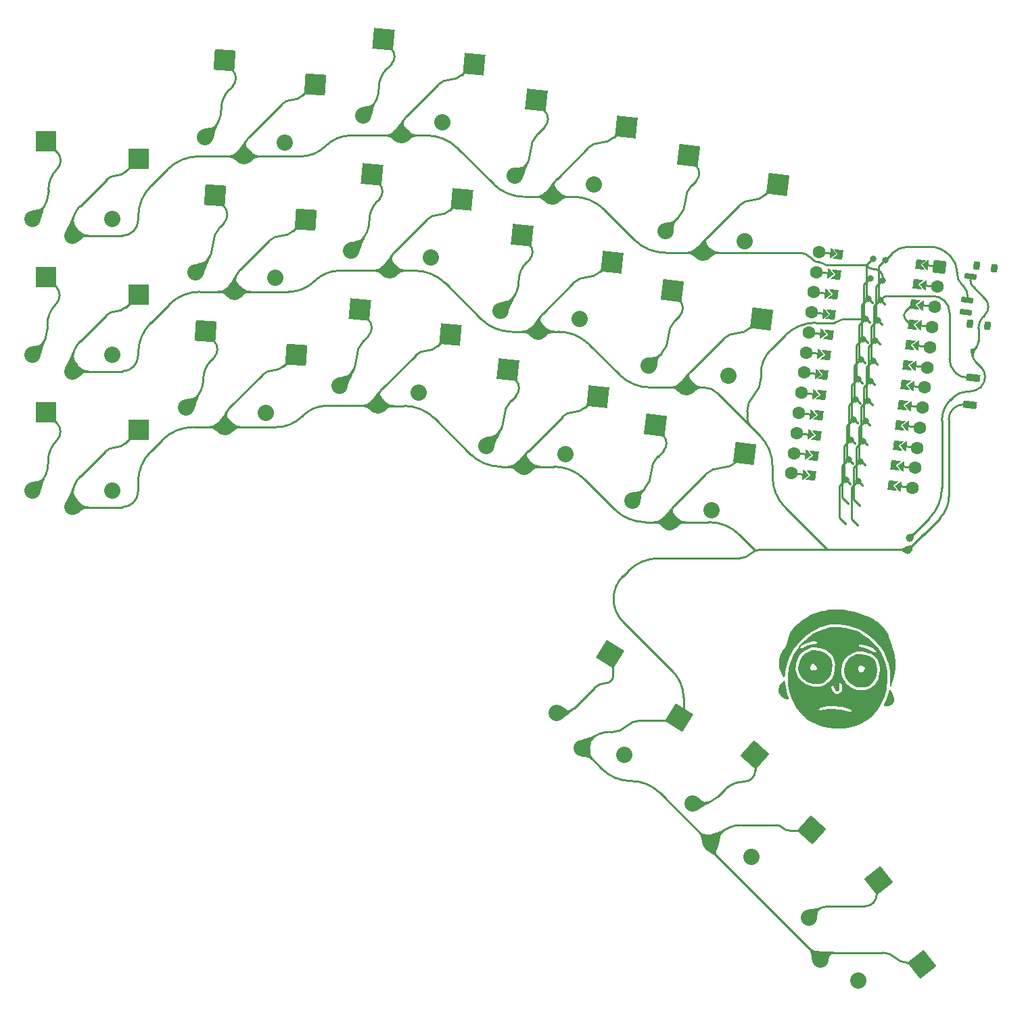
<source format=gbr>
%TF.GenerationSoftware,KiCad,Pcbnew,(6.0.10)*%
%TF.CreationDate,2022-12-29T01:24:58+02:00*%
%TF.ProjectId,fudim,66756469-6d2e-46b6-9963-61645f706362,v1.0.0*%
%TF.SameCoordinates,Original*%
%TF.FileFunction,Copper,L2,Bot*%
%TF.FilePolarity,Positive*%
%FSLAX46Y46*%
G04 Gerber Fmt 4.6, Leading zero omitted, Abs format (unit mm)*
G04 Created by KiCad (PCBNEW (6.0.10)) date 2022-12-29 01:24:58*
%MOMM*%
%LPD*%
G01*
G04 APERTURE LIST*
G04 Aperture macros list*
%AMRotRect*
0 Rectangle, with rotation*
0 The origin of the aperture is its center*
0 $1 length*
0 $2 width*
0 $3 Rotation angle, in degrees counterclockwise*
0 Add horizontal line*
21,1,$1,$2,0,0,$3*%
%AMFreePoly0*
4,1,6,0.600000,0.200000,0.000000,-0.400000,-0.600000,0.200000,-0.600000,0.400000,0.600000,0.400000,0.600000,0.200000,0.600000,0.200000,$1*%
%AMFreePoly1*
4,1,5,0.125000,-0.500000,-0.125000,-0.500000,-0.125000,0.500000,0.125000,0.500000,0.125000,-0.500000,0.125000,-0.500000,$1*%
%AMFreePoly2*
4,1,49,0.004773,0.123721,0.009154,0.124665,0.028961,0.117240,0.062500,0.108253,0.068237,0.102516,0.075053,0.099961,0.087617,0.083136,0.108253,0.062500,0.111178,0.051584,0.117161,0.043572,0.118539,0.024114,0.125000,0.000000,0.121239,-0.014035,0.122131,-0.026630,0.113759,-0.041951,0.108253,-0.062500,0.095644,-0.075109,0.088389,-0.088388,-0.641000,-0.817776,-0.641000,-4.770224,
0.088389,-5.499612,0.109852,-5.528356,0.124665,-5.597155,0.099961,-5.663053,0.043572,-5.705161,-0.026629,-5.710131,-0.088388,-5.676389,-0.854388,-4.910388,-0.867707,-4.892552,-0.871189,-4.889530,-0.871982,-4.886826,-0.875852,-4.881644,-0.882331,-4.851549,-0.891000,-4.822000,-0.891000,-0.766000,-0.887805,-0.743969,-0.888131,-0.739371,-0.886780,-0.736898,-0.885852,-0.730498,-0.869151,-0.704632,
-0.854388,-0.677612,-0.088388,0.088389,-0.064606,0.106147,-0.062500,0.108253,-0.061385,0.108552,-0.059644,0.109852,-0.043806,0.113262,0.000000,0.125000,0.004773,0.123721,0.004773,0.123721,$1*%
%AMFreePoly3*
4,1,6,0.600000,-0.250000,-0.600000,-0.250000,-0.600000,1.000000,0.000000,0.400000,0.600000,1.000000,0.600000,-0.250000,0.600000,-0.250000,$1*%
G04 Aperture macros list end*
%TA.AperFunction,ComponentPad*%
%ADD10C,1.000000*%
%TD*%
%TA.AperFunction,SMDPad,CuDef*%
%ADD11RotRect,2.600000X2.600000X318.000000*%
%TD*%
%TA.AperFunction,ComponentPad*%
%ADD12C,2.032000*%
%TD*%
%TA.AperFunction,ComponentPad*%
%ADD13C,0.600000*%
%TD*%
%TA.AperFunction,SMDPad,CuDef*%
%ADD14RotRect,2.600000X2.600000X308.000000*%
%TD*%
%TA.AperFunction,SMDPad,CuDef*%
%ADD15FreePoly0,263.000000*%
%TD*%
%TA.AperFunction,SMDPad,CuDef*%
%ADD16FreePoly0,83.000000*%
%TD*%
%TA.AperFunction,SMDPad,CuDef*%
%ADD17FreePoly1,83.000000*%
%TD*%
%TA.AperFunction,ComponentPad*%
%ADD18C,1.600000*%
%TD*%
%TA.AperFunction,SMDPad,CuDef*%
%ADD19FreePoly1,263.000000*%
%TD*%
%TA.AperFunction,ComponentPad*%
%ADD20RotRect,1.600000X1.600000X263.000000*%
%TD*%
%TA.AperFunction,SMDPad,CuDef*%
%ADD21FreePoly2,263.000000*%
%TD*%
%TA.AperFunction,SMDPad,CuDef*%
%ADD22FreePoly3,83.000000*%
%TD*%
%TA.AperFunction,ComponentPad*%
%ADD23C,0.800000*%
%TD*%
%TA.AperFunction,SMDPad,CuDef*%
%ADD24FreePoly2,83.000000*%
%TD*%
%TA.AperFunction,SMDPad,CuDef*%
%ADD25FreePoly3,263.000000*%
%TD*%
%TA.AperFunction,SMDPad,CuDef*%
%ADD26RotRect,2.600000X2.600000X353.000000*%
%TD*%
%TA.AperFunction,SMDPad,CuDef*%
%ADD27RotRect,2.600000X2.600000X354.000000*%
%TD*%
%TA.AperFunction,SMDPad,CuDef*%
%ADD28RotRect,0.900000X1.700000X263.000000*%
%TD*%
%TA.AperFunction,SMDPad,CuDef*%
%ADD29R,2.600000X2.600000*%
%TD*%
%TA.AperFunction,SMDPad,CuDef*%
%ADD30RotRect,2.600000X2.600000X356.000000*%
%TD*%
%TA.AperFunction,SMDPad,CuDef*%
%ADD31RotRect,2.600000X2.600000X355.000000*%
%TD*%
%TA.AperFunction,SMDPad,CuDef*%
%ADD32RotRect,1.000000X0.800000X83.000000*%
%TD*%
%TA.AperFunction,SMDPad,CuDef*%
%ADD33RotRect,0.700000X1.500000X83.000000*%
%TD*%
%TA.AperFunction,SMDPad,CuDef*%
%ADD34RotRect,2.600000X2.600000X328.000000*%
%TD*%
%TA.AperFunction,Conductor*%
%ADD35C,0.250000*%
%TD*%
G04 APERTURE END LIST*
%TO.C,*%
G36*
X108981824Y-25345282D02*
G01*
X109084114Y-25066045D01*
X109229069Y-24770914D01*
X109400927Y-24530402D01*
X109616057Y-24327779D01*
X109890827Y-24146314D01*
X110083955Y-24044176D01*
X110524197Y-23826196D01*
X110995320Y-23847226D01*
X111314112Y-23872115D01*
X111587320Y-23921280D01*
X111842762Y-24003451D01*
X112108258Y-24127355D01*
X112377338Y-24280885D01*
X112554036Y-24391344D01*
X112675513Y-24480322D01*
X112761979Y-24566935D01*
X112833648Y-24670297D01*
X112884651Y-24760656D01*
X112968801Y-24945424D01*
X113045051Y-25161621D01*
X113087524Y-25321980D01*
X113112888Y-25458148D01*
X113126151Y-25583606D01*
X113127090Y-25720120D01*
X113115481Y-25889449D01*
X113091105Y-26113358D01*
X113078364Y-26217951D01*
X113048213Y-26455062D01*
X113022191Y-26627588D01*
X112994320Y-26756014D01*
X112958620Y-26860821D01*
X112909112Y-26962493D01*
X112839817Y-27081515D01*
X112813709Y-27124599D01*
X112561162Y-27465418D01*
X112264269Y-27735011D01*
X111929344Y-27931236D01*
X111562701Y-28051947D01*
X111170652Y-28095003D01*
X110759511Y-28058259D01*
X110372973Y-27953260D01*
X109936849Y-27760820D01*
X109572562Y-27523307D01*
X109281653Y-27244177D01*
X109065669Y-26926890D01*
X108926151Y-26574899D01*
X108864642Y-26191664D01*
X108873433Y-25991403D01*
X110329183Y-25991403D01*
X110349990Y-26098524D01*
X110405875Y-26214885D01*
X110483775Y-26315137D01*
X110570625Y-26373930D01*
X110593875Y-26379402D01*
X110656359Y-26367108D01*
X110726227Y-26340965D01*
X110847768Y-26314549D01*
X110929664Y-26317776D01*
X111046217Y-26313483D01*
X111118686Y-26286852D01*
X111175248Y-26207507D01*
X111188762Y-26084532D01*
X111161664Y-25946891D01*
X111096387Y-25823553D01*
X111077946Y-25802063D01*
X110986689Y-25705138D01*
X110880871Y-25592811D01*
X110865414Y-25576410D01*
X110774915Y-25493874D01*
X110705486Y-25471260D01*
X110658759Y-25483419D01*
X110540143Y-25566354D01*
X110449917Y-25685790D01*
X110417251Y-25785770D01*
X110386725Y-25880098D01*
X110356520Y-25918869D01*
X110329183Y-25991403D01*
X108873433Y-25991403D01*
X108879002Y-25864529D01*
X108882685Y-25780640D01*
X108981824Y-25345282D01*
G37*
G36*
X108096912Y-30022313D02*
G01*
X107849641Y-29361103D01*
X107666963Y-28669445D01*
X107569599Y-28093967D01*
X107550055Y-27832932D01*
X107547201Y-27512139D01*
X107559406Y-27155514D01*
X107585038Y-26786983D01*
X107622468Y-26430472D01*
X107651544Y-26234639D01*
X108537483Y-26234639D01*
X108554337Y-26417257D01*
X108652639Y-26807783D01*
X108830070Y-27170512D01*
X109083577Y-27501813D01*
X109410103Y-27798058D01*
X109806592Y-28055618D01*
X110028538Y-28168023D01*
X110440940Y-28327720D01*
X110837219Y-28412074D01*
X111235496Y-28424267D01*
X111402694Y-28409255D01*
X111569256Y-28371560D01*
X112994553Y-28371560D01*
X113017530Y-28523870D01*
X113052867Y-28624135D01*
X113176164Y-28878876D01*
X113317693Y-29082624D01*
X113465820Y-29218922D01*
X113479578Y-29227622D01*
X113608628Y-29293468D01*
X113724202Y-29313445D01*
X113863803Y-29291038D01*
X113937412Y-29270192D01*
X114109660Y-29189016D01*
X114229311Y-29059575D01*
X114303507Y-28870922D01*
X114335868Y-28659365D01*
X114343958Y-28395584D01*
X114321473Y-28180458D01*
X114271256Y-28022466D01*
X114196149Y-27930083D01*
X114098994Y-27911784D01*
X114086197Y-27914909D01*
X114014570Y-27958637D01*
X113986322Y-28045627D01*
X113998089Y-28190795D01*
X114009957Y-28252941D01*
X114026550Y-28419510D01*
X114017523Y-28603339D01*
X113987031Y-28774684D01*
X113939230Y-28903803D01*
X113914077Y-28939264D01*
X113822761Y-28979598D01*
X113703199Y-28959909D01*
X113583089Y-28885054D01*
X113577995Y-28880354D01*
X113510695Y-28793462D01*
X113431489Y-28657210D01*
X113363820Y-28515158D01*
X113297836Y-28369285D01*
X113246264Y-28287005D01*
X113194544Y-28251293D01*
X113132776Y-28244973D01*
X113032990Y-28278492D01*
X112994553Y-28371560D01*
X111569256Y-28371560D01*
X111805173Y-28318169D01*
X111901765Y-28275953D01*
X112190739Y-28149656D01*
X112545856Y-27911887D01*
X112856997Y-27613033D01*
X112983632Y-27454559D01*
X113116675Y-27259558D01*
X113217389Y-27075368D01*
X113292063Y-26882302D01*
X113346987Y-26660673D01*
X113388451Y-26390792D01*
X113401609Y-26263327D01*
X114272650Y-26263327D01*
X114285151Y-26685261D01*
X114365021Y-27097088D01*
X114512627Y-27486168D01*
X114728332Y-27839862D01*
X114796646Y-27925695D01*
X115085738Y-28210015D01*
X115430284Y-28450381D01*
X115813411Y-28640343D01*
X116218244Y-28773453D01*
X116627912Y-28843262D01*
X117025537Y-28843321D01*
X117153748Y-28826516D01*
X117555230Y-28716620D01*
X117926907Y-28529765D01*
X118260127Y-28272006D01*
X118546239Y-27949397D01*
X118668460Y-27766435D01*
X118790675Y-27549738D01*
X118881269Y-27347901D01*
X118946936Y-27137826D01*
X118994370Y-26896415D01*
X119030265Y-26600570D01*
X119041357Y-26479699D01*
X119058469Y-26058485D01*
X119028617Y-25692194D01*
X118948044Y-25361781D01*
X118812994Y-25048196D01*
X118730165Y-24902083D01*
X118599592Y-24732239D01*
X118417450Y-24574004D01*
X118173732Y-24420415D01*
X117858428Y-24264508D01*
X117737618Y-24211644D01*
X117515890Y-24123480D01*
X117327875Y-24067155D01*
X117132762Y-24032268D01*
X116964094Y-24014507D01*
X116661263Y-23993684D01*
X116417251Y-23993312D01*
X116206729Y-24017769D01*
X116004370Y-24071436D01*
X115784847Y-24158693D01*
X115585346Y-24252920D01*
X115350900Y-24373635D01*
X115174874Y-24479129D01*
X115035472Y-24584251D01*
X114910900Y-24703849D01*
X114889047Y-24727322D01*
X114635719Y-25063285D01*
X114448300Y-25439700D01*
X114327156Y-25843926D01*
X114272650Y-26263327D01*
X113401609Y-26263327D01*
X113409405Y-26187803D01*
X113419453Y-26090458D01*
X113440914Y-25841497D01*
X113453248Y-25657687D01*
X113455409Y-25518891D01*
X113446349Y-25404975D01*
X113425021Y-25295805D01*
X113390375Y-25171246D01*
X113367765Y-25097013D01*
X113299357Y-24900483D01*
X113218293Y-24705397D01*
X113140454Y-24549493D01*
X113129477Y-24530896D01*
X112974112Y-24337119D01*
X112745949Y-24139077D01*
X112456853Y-23945588D01*
X112118685Y-23765471D01*
X112067830Y-23741699D01*
X111916844Y-23674303D01*
X111791144Y-23626027D01*
X111668323Y-23591770D01*
X111525973Y-23566433D01*
X111341689Y-23544913D01*
X111109631Y-23523558D01*
X110512251Y-23471294D01*
X110023946Y-23707331D01*
X109680082Y-23889606D01*
X109405455Y-24076611D01*
X109184471Y-24285009D01*
X109001539Y-24531461D01*
X108841064Y-24832632D01*
X108733015Y-25086773D01*
X108615987Y-25462332D01*
X108549433Y-25855205D01*
X108537483Y-26234639D01*
X107651544Y-26234639D01*
X107670063Y-26109907D01*
X107721434Y-25867263D01*
X107747447Y-25785040D01*
X107954450Y-25130730D01*
X108261574Y-24436927D01*
X108642461Y-23786506D01*
X108888670Y-23457879D01*
X109119126Y-23457879D01*
X109125971Y-23521997D01*
X109176067Y-23582115D01*
X109278550Y-23587276D01*
X109436811Y-23536728D01*
X109654244Y-23429714D01*
X109729290Y-23387760D01*
X109945883Y-23268879D01*
X109974363Y-23255835D01*
X116462220Y-23255835D01*
X116478210Y-23322957D01*
X116521249Y-23369125D01*
X116617596Y-23416047D01*
X116778901Y-23468520D01*
X116932704Y-23510094D01*
X117121741Y-23557161D01*
X117288493Y-23595834D01*
X117409761Y-23620878D01*
X117451377Y-23627212D01*
X117527640Y-23650286D01*
X117659251Y-23706040D01*
X117826601Y-23785674D01*
X117980746Y-23864742D01*
X118201414Y-23977943D01*
X118361901Y-24049276D01*
X118474961Y-24081816D01*
X118553345Y-24078631D01*
X118609809Y-24042793D01*
X118628559Y-24020739D01*
X118651135Y-23954519D01*
X118616956Y-23881390D01*
X118519802Y-23795627D01*
X118353450Y-23691507D01*
X118155652Y-23585653D01*
X117988925Y-23509604D01*
X117779191Y-23427697D01*
X117543801Y-23345196D01*
X117300103Y-23267369D01*
X117065444Y-23199481D01*
X116857177Y-23146798D01*
X116692647Y-23114584D01*
X116589207Y-23108106D01*
X116584500Y-23108787D01*
X116492353Y-23159794D01*
X116462220Y-23255835D01*
X109974363Y-23255835D01*
X110121916Y-23188254D01*
X110288074Y-23136568D01*
X110475039Y-23104503D01*
X110713495Y-23082742D01*
X110739892Y-23080875D01*
X110942587Y-23061662D01*
X111074100Y-23034036D01*
X111148877Y-22992232D01*
X111181362Y-22930479D01*
X111185423Y-22902985D01*
X111169097Y-22818532D01*
X111128383Y-22789185D01*
X111097066Y-22766611D01*
X110961376Y-22744955D01*
X110754077Y-22751297D01*
X110677671Y-22758226D01*
X110376279Y-22797293D01*
X110126636Y-22853667D01*
X109895064Y-22938200D01*
X109647892Y-23061746D01*
X109532107Y-23127426D01*
X109341205Y-23241957D01*
X109215930Y-23328226D01*
X109145498Y-23396708D01*
X109119126Y-23457879D01*
X108888670Y-23457879D01*
X108902846Y-23438957D01*
X109096769Y-23180118D01*
X109207730Y-23051334D01*
X109409876Y-22841841D01*
X109665403Y-22606288D01*
X109953575Y-22361568D01*
X110253653Y-22124579D01*
X110544903Y-21912216D01*
X110806589Y-21741377D01*
X110839153Y-21722046D01*
X111113298Y-21575291D01*
X111433441Y-21425696D01*
X111772333Y-21284394D01*
X112102735Y-21162521D01*
X112397397Y-21071213D01*
X112487078Y-21048529D01*
X113001867Y-20955365D01*
X113520670Y-20918422D01*
X114061407Y-20937759D01*
X114641999Y-21013433D01*
X114872725Y-21056162D01*
X115328248Y-21156430D01*
X115735320Y-21269835D01*
X116108611Y-21403905D01*
X116462793Y-21566168D01*
X116812535Y-21764150D01*
X117172508Y-22005378D01*
X117557383Y-22297380D01*
X117981829Y-22647682D01*
X117992793Y-22657014D01*
X118479235Y-23117442D01*
X118894617Y-23612325D01*
X119243741Y-24149560D01*
X119531408Y-24737044D01*
X119762417Y-25382674D01*
X119856431Y-25722839D01*
X119941287Y-26084100D01*
X120000996Y-26407236D01*
X120037169Y-26715294D01*
X120051422Y-27031324D01*
X120045366Y-27378378D01*
X120020614Y-27779504D01*
X120009775Y-27913939D01*
X119967940Y-28347023D01*
X119918441Y-28715969D01*
X119856342Y-29042259D01*
X119776709Y-29347379D01*
X119674607Y-29652811D01*
X119545102Y-29980040D01*
X119523396Y-30031417D01*
X119204931Y-30675208D01*
X118822328Y-31264343D01*
X118379623Y-31796037D01*
X117880855Y-32267508D01*
X117330061Y-32675972D01*
X116731278Y-33018642D01*
X116088544Y-33292737D01*
X115405897Y-33495472D01*
X114687374Y-33624063D01*
X114255945Y-33663565D01*
X114052718Y-33666425D01*
X113787469Y-33656503D01*
X113482540Y-33635933D01*
X113160267Y-33606854D01*
X112842987Y-33571398D01*
X112553039Y-33531703D01*
X112312761Y-33489903D01*
X112217393Y-33468676D01*
X111826553Y-33357683D01*
X111419038Y-33216886D01*
X111016787Y-33055478D01*
X110641746Y-32882648D01*
X110315856Y-32707590D01*
X110147840Y-32601781D01*
X109643746Y-32208465D01*
X109182196Y-31746151D01*
X108770782Y-31226566D01*
X111432012Y-31226566D01*
X111446835Y-31281219D01*
X111483746Y-31332746D01*
X111548533Y-31355751D01*
X111656928Y-31350789D01*
X111824658Y-31318415D01*
X111912869Y-31297678D01*
X112213508Y-31234811D01*
X112507187Y-31196414D01*
X112819760Y-31180697D01*
X113177077Y-31185872D01*
X113383658Y-31195910D01*
X113779644Y-31228335D01*
X114173767Y-31278536D01*
X114546175Y-31342974D01*
X114877017Y-31418106D01*
X115146445Y-31500395D01*
X115195331Y-31519037D01*
X115359295Y-31561853D01*
X115471728Y-31540230D01*
X115529446Y-31455118D01*
X115535610Y-31417439D01*
X115501007Y-31339108D01*
X115389806Y-31258296D01*
X115210927Y-31177502D01*
X114973294Y-31099225D01*
X114685826Y-31025964D01*
X114357448Y-30960219D01*
X113997080Y-30904486D01*
X113613644Y-30861267D01*
X113521134Y-30853196D01*
X113305874Y-30838782D01*
X113100587Y-30830807D01*
X112933414Y-30830081D01*
X112856358Y-30834090D01*
X112439352Y-30879797D01*
X112102574Y-30926087D01*
X111840593Y-30974681D01*
X111647977Y-31027304D01*
X111519295Y-31085677D01*
X111449118Y-31151523D01*
X111432012Y-31226566D01*
X108770782Y-31226566D01*
X108767600Y-31222547D01*
X108615031Y-30980112D01*
X108404369Y-30645364D01*
X108096912Y-30022313D01*
G37*
G36*
X114760532Y-25548499D02*
G01*
X114901789Y-25237329D01*
X115082616Y-24983470D01*
X115312576Y-24773982D01*
X115601230Y-24595927D01*
X115655166Y-24568669D01*
X115817611Y-24486205D01*
X115950808Y-24413981D01*
X116035840Y-24362488D01*
X116055079Y-24346979D01*
X116108962Y-24333592D01*
X116232989Y-24327389D01*
X116411920Y-24328563D01*
X116630518Y-24337306D01*
X116666074Y-24339299D01*
X116915593Y-24355694D01*
X117102124Y-24373996D01*
X117248322Y-24398195D01*
X117376838Y-24432279D01*
X117510327Y-24480237D01*
X117545233Y-24494098D01*
X117801088Y-24608870D01*
X118039068Y-24737713D01*
X118242674Y-24870058D01*
X118395413Y-24995337D01*
X118473052Y-25088587D01*
X118612003Y-25399515D01*
X118700070Y-25759810D01*
X118737647Y-26150211D01*
X118725124Y-26551459D01*
X118662895Y-26944292D01*
X118551353Y-27309453D01*
X118422389Y-27576387D01*
X118234950Y-27832430D01*
X117992061Y-28072305D01*
X117719387Y-28274150D01*
X117442594Y-28416104D01*
X117431702Y-28420264D01*
X117295736Y-28466714D01*
X117172852Y-28493819D01*
X117035871Y-28504361D01*
X116857611Y-28501120D01*
X116715850Y-28493493D01*
X116452605Y-28471323D01*
X116246978Y-28437931D01*
X116071145Y-28388286D01*
X116011579Y-28366174D01*
X115600942Y-28171093D01*
X115264683Y-27935559D01*
X114999729Y-27655732D01*
X114803006Y-27327765D01*
X114671441Y-26947813D01*
X114612419Y-26615835D01*
X114593352Y-26409158D01*
X114594266Y-26243458D01*
X114603931Y-26173647D01*
X116334548Y-26173647D01*
X116375522Y-26285812D01*
X116453790Y-26410702D01*
X116549086Y-26522924D01*
X116641147Y-26597081D01*
X116684850Y-26612625D01*
X116776343Y-26597160D01*
X116898443Y-26549071D01*
X116940891Y-26527015D01*
X117074147Y-26418869D01*
X117167525Y-26277958D01*
X117208574Y-26129703D01*
X117191935Y-26014288D01*
X117120995Y-25934739D01*
X116994853Y-25859676D01*
X116843654Y-25800948D01*
X116697545Y-25770404D01*
X116591239Y-25778171D01*
X116478027Y-25853189D01*
X116385736Y-25973645D01*
X116335895Y-26106367D01*
X116334548Y-26173647D01*
X114603931Y-26173647D01*
X114617464Y-26075892D01*
X114643106Y-25958267D01*
X114649286Y-25929919D01*
X114760532Y-25548499D01*
G37*
G36*
X120321728Y-28798654D02*
G01*
X120406801Y-28854794D01*
X120470047Y-28904497D01*
X120612418Y-29069318D01*
X120728999Y-29293177D01*
X120813593Y-29551719D01*
X120860002Y-29820584D01*
X120862026Y-30075415D01*
X120819270Y-30276771D01*
X120696896Y-30492779D01*
X120513700Y-30668563D01*
X120291550Y-30785314D01*
X120198227Y-30810958D01*
X120018036Y-30834599D01*
X119832089Y-30837991D01*
X119672132Y-30821960D01*
X119582617Y-30794898D01*
X119574191Y-30747030D01*
X119607967Y-30631832D01*
X119684799Y-30446628D01*
X119713792Y-30382629D01*
X119916145Y-29905155D01*
X120083419Y-29434812D01*
X120187066Y-29073917D01*
X120225175Y-28932667D01*
X120258463Y-28828166D01*
X120278292Y-28785284D01*
X120321728Y-28798654D01*
G37*
G36*
X107222558Y-27965685D02*
G01*
X107280600Y-28412458D01*
X107370483Y-28875745D01*
X107484099Y-29317910D01*
X107573333Y-29594483D01*
X107627512Y-29751426D01*
X107667544Y-29877520D01*
X107686638Y-29951021D01*
X107687308Y-29959177D01*
X107647299Y-29981726D01*
X107548643Y-29981175D01*
X107414154Y-29960942D01*
X107266647Y-29924444D01*
X107130438Y-29875754D01*
X106853629Y-29715529D01*
X106636198Y-29505937D01*
X106484949Y-29257468D01*
X106406690Y-28980608D01*
X106400730Y-28751284D01*
X106453126Y-28430219D01*
X106557991Y-28162993D01*
X106725825Y-27928760D01*
X106898939Y-27762545D01*
X107181550Y-27522558D01*
X107222558Y-27965685D01*
G37*
G36*
X113946466Y-18722086D02*
G01*
X114551542Y-18772664D01*
X115182946Y-18874628D01*
X115855562Y-19029033D01*
X116349481Y-19166112D01*
X116828321Y-19322148D01*
X117305938Y-19505913D01*
X117767068Y-19709964D01*
X118196445Y-19926857D01*
X118578803Y-20149148D01*
X118898877Y-20369398D01*
X119022723Y-20469463D01*
X119141607Y-20582046D01*
X119295529Y-20742787D01*
X119466718Y-20932388D01*
X119637406Y-21131553D01*
X119680892Y-21184210D01*
X119840260Y-21380507D01*
X119955569Y-21530051D01*
X120037635Y-21651867D01*
X120097278Y-21764981D01*
X120145317Y-21888420D01*
X120192569Y-22041208D01*
X120217293Y-22127545D01*
X120286419Y-22354522D01*
X120366360Y-22591805D01*
X120444148Y-22801727D01*
X120476689Y-22881182D01*
X120547105Y-23067048D01*
X120604438Y-23257955D01*
X120636651Y-23413635D01*
X120637200Y-23418153D01*
X120668982Y-23573840D01*
X120726737Y-23764086D01*
X120795835Y-23942586D01*
X120849532Y-24075079D01*
X120891091Y-24208470D01*
X120924281Y-24361762D01*
X120952869Y-24553959D01*
X120980622Y-24804063D01*
X120993966Y-24941876D01*
X121028655Y-25533336D01*
X121022277Y-26112655D01*
X120976117Y-26662167D01*
X120891460Y-27164207D01*
X120809338Y-27480036D01*
X120729172Y-27723824D01*
X120644121Y-27952237D01*
X120560439Y-28151116D01*
X120484377Y-28306310D01*
X120422186Y-28403662D01*
X120389821Y-28429921D01*
X120372741Y-28393334D01*
X120364222Y-28277186D01*
X120364422Y-28087169D01*
X120373493Y-27828980D01*
X120380730Y-27156676D01*
X120334593Y-26527971D01*
X120231747Y-25916926D01*
X120068861Y-25297608D01*
X120033709Y-25185745D01*
X119823975Y-24626028D01*
X119563670Y-24085146D01*
X119263041Y-23580778D01*
X118932334Y-23130607D01*
X118678094Y-22846646D01*
X118484017Y-22661155D01*
X118238263Y-22444181D01*
X117960478Y-22211686D01*
X117670312Y-21979634D01*
X117387412Y-21763989D01*
X117131426Y-21580714D01*
X117063798Y-21535081D01*
X116656272Y-21299060D01*
X116191303Y-21088588D01*
X115695812Y-20914335D01*
X115196723Y-20786970D01*
X115154984Y-20778645D01*
X114538265Y-20674230D01*
X113979595Y-20615133D01*
X113463806Y-20602195D01*
X112975735Y-20636256D01*
X112500215Y-20718156D01*
X112022080Y-20848736D01*
X111672338Y-20971596D01*
X111064397Y-21238508D01*
X110493800Y-21565243D01*
X109938955Y-21964246D01*
X109909307Y-21987862D01*
X109460662Y-22366309D01*
X109077521Y-22734378D01*
X108744374Y-23109525D01*
X108445707Y-23509205D01*
X108168446Y-23946725D01*
X107835642Y-24574242D01*
X107579539Y-25200853D01*
X107393549Y-25845685D01*
X107271083Y-26527868D01*
X107266110Y-26566450D01*
X107233786Y-26812604D01*
X107207090Y-26986979D01*
X107182764Y-27103002D01*
X107157545Y-27174095D01*
X107128176Y-27213685D01*
X107105236Y-27228925D01*
X107051981Y-27243423D01*
X107003850Y-27215070D01*
X106943972Y-27129955D01*
X106905923Y-27064533D01*
X106797873Y-26845664D01*
X106687742Y-26574993D01*
X106587199Y-26285272D01*
X106507918Y-26009254D01*
X106472477Y-25848148D01*
X106443793Y-25537073D01*
X106458107Y-25158510D01*
X106459982Y-25137609D01*
X106484169Y-24917288D01*
X106515746Y-24746573D01*
X106564264Y-24589435D01*
X106639273Y-24409840D01*
X106671614Y-24339188D01*
X106788708Y-24097666D01*
X106891407Y-23915129D01*
X106993773Y-23769756D01*
X107109863Y-23639732D01*
X107144625Y-23605166D01*
X107265014Y-23469898D01*
X107354502Y-23320612D01*
X107423176Y-23134899D01*
X107481125Y-22890357D01*
X107492160Y-22833248D01*
X107578250Y-22463944D01*
X107695180Y-22089333D01*
X107831200Y-21744458D01*
X107916524Y-21567456D01*
X108150440Y-21197346D01*
X108454182Y-20834183D01*
X108812359Y-20493641D01*
X109209579Y-20191392D01*
X109367709Y-20089746D01*
X109568507Y-19962541D01*
X109787049Y-19817006D01*
X109980867Y-19681521D01*
X110007068Y-19662436D01*
X110360238Y-19440568D01*
X110779770Y-19245862D01*
X111270459Y-19076535D01*
X111837098Y-18930801D01*
X112140379Y-18868144D01*
X112755769Y-18770881D01*
X113352837Y-18721844D01*
X113946466Y-18722086D01*
G37*
%TD*%
D10*
%TO.P,,1*%
%TO.N,pos*%
X122769221Y-9801296D03*
%TO.P,,2*%
%TO.N,GND*%
X122586417Y-11290116D03*
%TD*%
D11*
%TO.P,S33,1*%
%TO.N,P20*%
X103400637Y-36966000D03*
%TO.P,S33,2*%
%TO.N,GND*%
X110511872Y-46329377D03*
%TD*%
D12*
%TO.P,S30,1*%
%TO.N,P1*%
X92228505Y28657346D03*
X102153966Y27438653D03*
%TO.P,S30,2*%
%TO.N,GND*%
X96935310Y25963653D03*
X96935310Y25963653D03*
%TD*%
%TO.P,S16,1*%
%TO.N,P7*%
X62864172Y25378874D03*
X52902225Y26250432D03*
%TO.P,S16,2*%
%TO.N,GND*%
X57700171Y23722644D03*
X57700171Y23722644D03*
%TD*%
%TO.P,S22,1*%
%TO.N,P6*%
X71544674Y18682087D03*
X81489893Y17636802D03*
%TO.P,S22,2*%
%TO.N,GND*%
X76297774Y16070949D03*
X76297774Y16070949D03*
%TD*%
D13*
%TO.P,REF\u002A\u002A,1*%
%TO.N,pos*%
X130687284Y13658602D03*
%TD*%
D14*
%TO.P,S35,1*%
%TO.N,P21*%
X118927089Y-52724596D03*
%TO.P,S35,2*%
%TO.N,GND*%
X124304355Y-63180575D03*
%TD*%
D12*
%TO.P,S20,1*%
%TO.N,P16*%
X79712909Y729930D03*
X69767690Y1775215D03*
%TO.P,S20,2*%
%TO.N,GND*%
X74520790Y-835923D03*
X74520790Y-835923D03*
%TD*%
D15*
%TO.P,MCU1,*%
%TO.N,*%
X123249935Y11821292D03*
D16*
X111653025Y13245213D03*
D17*
X112696553Y25912459D03*
X110220168Y5743921D03*
D18*
X125014682Y11604608D03*
D15*
X122940387Y9300225D03*
D17*
X109291523Y-1819280D03*
D19*
X125301889Y24364718D03*
D18*
X111126471Y23546166D03*
D19*
X121896859Y-3367021D03*
D18*
X110507375Y18504031D03*
X126252874Y21688877D03*
D19*
X122206407Y-845954D03*
D17*
X112387005Y23391392D03*
D18*
X124705134Y9083541D03*
X125633778Y16646743D03*
D17*
X109601071Y701787D03*
D18*
X108959634Y5898695D03*
D15*
X123869031Y16863426D03*
D16*
X110414833Y3160944D03*
D17*
X111458360Y15828190D03*
D18*
X108030990Y-1664506D03*
D16*
X113200766Y25850549D03*
X110724381Y5682012D03*
D17*
X110839264Y10786056D03*
D16*
X111343477Y10724146D03*
X111962574Y15766281D03*
D19*
X122515956Y1675113D03*
X123135052Y6717248D03*
D16*
X110105285Y639877D03*
D18*
X109269182Y8419763D03*
X125943326Y19167810D03*
D17*
X111148812Y13307123D03*
D18*
X109578730Y10940830D03*
X126562422Y24209944D03*
X123776489Y1520339D03*
X109888278Y13461897D03*
X111436019Y26067233D03*
D17*
X109910619Y3222854D03*
X112077456Y20870325D03*
D19*
X123754148Y11759382D03*
D16*
X109795737Y-1881190D03*
D15*
X122321290Y4258090D03*
X124178579Y19384494D03*
D18*
X108650086Y3377628D03*
D15*
X121392646Y-3305111D03*
D20*
X126562422Y24209944D03*
D16*
X112581670Y20808415D03*
D18*
X108340538Y856561D03*
D16*
X112272122Y18287348D03*
D18*
X125324230Y14125675D03*
D15*
X123559483Y14342359D03*
D18*
X123466941Y-1000728D03*
D19*
X122825504Y4196181D03*
D15*
X124797675Y24426628D03*
D18*
X124086037Y4041407D03*
X124395585Y6562474D03*
D19*
X124373244Y16801517D03*
D17*
X110529716Y8264988D03*
D15*
X124488127Y21905561D03*
D18*
X123157393Y-3521795D03*
D19*
X124063696Y14280450D03*
D15*
X121702194Y-784044D03*
X122630838Y6779157D03*
D19*
X123444600Y9238315D03*
D18*
X110816923Y21025099D03*
D16*
X112891218Y23329482D03*
D19*
X124682793Y19322584D03*
D15*
X122011742Y1737023D03*
D19*
X124992341Y21843651D03*
D17*
X111767908Y18349257D03*
D18*
X110197827Y15982964D03*
D16*
X111033929Y8203079D03*
D21*
%TO.P,MCU1,1*%
%TO.N,RAW*%
X119755541Y25045724D03*
D22*
X114209193Y25726730D03*
D23*
X119755541Y25045724D03*
%TO.P,MCU1,2*%
%TO.N,GND*%
X119445993Y22524657D03*
D22*
%TO.N,N/C*%
X113899645Y23205663D03*
D21*
%TO.N,GND*%
X119445993Y22524657D03*
D23*
%TO.P,MCU1,3*%
%TO.N,RST*%
X119136445Y20003590D03*
D22*
X113590097Y20684596D03*
D21*
X119136445Y20003590D03*
D23*
%TO.P,MCU1,4*%
%TO.N,VCC*%
X118826896Y17482523D03*
D21*
X118826896Y17482523D03*
D22*
X113280549Y18163529D03*
D23*
%TO.P,MCU1,5*%
%TO.N,P21*%
X118517348Y14961455D03*
D21*
X118517348Y14961455D03*
D22*
X112971000Y15642461D03*
D21*
%TO.P,MCU1,6*%
%TO.N,P20*%
X118207800Y12440388D03*
D22*
X112661452Y13121394D03*
D23*
X118207800Y12440388D03*
D21*
%TO.P,MCU1,7*%
%TO.N,P19*%
X117898252Y9919321D03*
D22*
X112351904Y10600327D03*
D23*
X117898252Y9919321D03*
D21*
%TO.P,MCU1,8*%
%TO.N,P18*%
X117588704Y7398254D03*
D22*
X112042356Y8079260D03*
D23*
X117588704Y7398254D03*
D21*
%TO.P,MCU1,9*%
%TO.N,P15*%
X117279156Y4877186D03*
D22*
X111732808Y5558192D03*
D23*
X117279156Y4877186D03*
D22*
%TO.P,MCU1,10*%
%TO.N,P14*%
X111423260Y3037125D03*
D21*
X116969608Y2356119D03*
D23*
X116969608Y2356119D03*
D22*
%TO.P,MCU1,11*%
%TO.N,P16*%
X111113712Y516058D03*
D21*
X116660060Y-164948D03*
D23*
X116660060Y-164948D03*
D21*
%TO.P,MCU1,12*%
%TO.N,P10*%
X116350511Y-2686015D03*
D23*
X116350511Y-2686015D03*
D22*
X110804164Y-2005009D03*
D24*
%TO.P,MCU1,13*%
%TO.N,P9*%
X114837871Y-2500286D03*
D23*
X114837871Y-2500286D03*
D25*
X120384219Y-3181292D03*
%TO.P,MCU1,14*%
%TO.N,P8*%
X120693767Y-660225D03*
D23*
X115147419Y20781D03*
D24*
X115147419Y20781D03*
%TO.P,MCU1,15*%
%TO.N,P7*%
X115456967Y2541848D03*
D25*
X121003315Y1860842D03*
D23*
X115456967Y2541848D03*
%TO.P,MCU1,16*%
%TO.N,P6*%
X115766516Y5062915D03*
D25*
X121312863Y4381909D03*
D24*
X115766516Y5062915D03*
D23*
%TO.P,MCU1,17*%
%TO.N,P5*%
X116076064Y7583983D03*
D24*
X116076064Y7583983D03*
D25*
X121622412Y6902977D03*
D24*
%TO.P,MCU1,18*%
%TO.N,P4*%
X116385612Y10105050D03*
D23*
X116385612Y10105050D03*
D25*
X121931960Y9424044D03*
D24*
%TO.P,MCU1,19*%
%TO.N,P3*%
X116695160Y12626117D03*
D25*
X122241508Y11945111D03*
D23*
X116695160Y12626117D03*
D25*
%TO.P,MCU1,20*%
%TO.N,P2*%
X122551056Y14466178D03*
D24*
X117004708Y15147184D03*
D23*
X117004708Y15147184D03*
%TO.P,MCU1,21*%
%TO.N,GND*%
X117314256Y17668252D03*
D24*
X117314256Y17668252D03*
D25*
X122860604Y16987246D03*
D24*
%TO.P,MCU1,22*%
X117623804Y20189319D03*
D23*
X117623804Y20189319D03*
D25*
X123170152Y19508313D03*
D24*
%TO.P,MCU1,23*%
%TO.N,P0*%
X117933352Y22710386D03*
D25*
X123479700Y22029380D03*
D23*
X117933352Y22710386D03*
%TO.P,MCU1,24*%
%TO.N,P1*%
X118242901Y25231453D03*
D25*
X123789248Y24550447D03*
D24*
X118242901Y25231453D03*
%TD*%
D26*
%TO.P,S27,1*%
%TO.N,P5*%
X93057094Y21251162D03*
%TO.P,S27,2*%
%TO.N,GND*%
X104252889Y17659969D03*
%TD*%
D27*
%TO.P,S23,1*%
%TO.N,P0*%
X76056360Y45105236D03*
%TO.P,S23,2*%
%TO.N,GND*%
X87313125Y41709984D03*
%TD*%
D12*
%TO.P,S18,1*%
%TO.N,P2*%
X64345820Y42314184D03*
X54383873Y43185742D03*
%TO.P,S18,2*%
%TO.N,GND*%
X59181819Y40657954D03*
X59181819Y40657954D03*
%TD*%
%TO.P,S32,1*%
%TO.N,P19*%
X87118517Y-36966111D03*
X78638036Y-31666918D03*
%TO.P,S32,2*%
%TO.N,GND*%
X81765446Y-36097416D03*
X81765446Y-36097416D03*
%TD*%
%TO.P,S2,1*%
%TO.N,P18*%
X23000000Y-3800000D03*
X13000000Y-3800000D03*
%TO.P,S2,2*%
%TO.N,GND*%
X18000000Y-5900000D03*
X18000000Y-5900000D03*
%TD*%
%TO.P,S10,1*%
%TO.N,P8*%
X33432965Y23516628D03*
X43408606Y22819063D03*
%TO.P,S10,2*%
%TO.N,GND*%
X38274297Y21072961D03*
X38274297Y21072961D03*
%TD*%
%TO.P,S12,1*%
%TO.N,P3*%
X34618825Y40475217D03*
X44594466Y39777652D03*
%TO.P,S12,2*%
%TO.N,GND*%
X39460157Y38031550D03*
X39460157Y38031550D03*
%TD*%
D28*
%TO.P,,1*%
%TO.N,RST*%
X130781388Y10322264D03*
%TO.P,,2*%
%TO.N,GND*%
X130367032Y6947608D03*
%TD*%
D12*
%TO.P,S6,1*%
%TO.N,P4*%
X13000000Y30200000D03*
X23000000Y30200000D03*
%TO.P,S6,2*%
%TO.N,GND*%
X18000000Y28100000D03*
X18000000Y28100000D03*
%TD*%
%TO.P,S14,1*%
%TO.N,P14*%
X61382525Y8443564D03*
X51420578Y9315122D03*
%TO.P,S14,2*%
%TO.N,GND*%
X56218524Y6787334D03*
X56218524Y6787334D03*
%TD*%
D26*
%TO.P,S29,1*%
%TO.N,P1*%
X95128873Y38124447D03*
%TO.P,S29,2*%
%TO.N,GND*%
X106324668Y34533254D03*
%TD*%
D29*
%TO.P,S5,1*%
%TO.N,P4*%
X14725000Y39950000D03*
%TO.P,S5,2*%
%TO.N,GND*%
X26275000Y37750000D03*
%TD*%
D30*
%TO.P,S9,1*%
%TO.N,P8*%
X35833889Y33122548D03*
%TO.P,S9,2*%
%TO.N,GND*%
X47202289Y30122219D03*
%TD*%
D12*
%TO.P,S24,1*%
%TO.N,P0*%
X73321657Y35588959D03*
X83266876Y34543674D03*
%TO.P,S24,2*%
%TO.N,GND*%
X78074757Y32977821D03*
X78074757Y32977821D03*
%TD*%
D29*
%TO.P,S1,1*%
%TO.N,P18*%
X14725000Y5950000D03*
%TO.P,S1,2*%
%TO.N,GND*%
X26275000Y3750000D03*
%TD*%
D30*
%TO.P,S11,1*%
%TO.N,P3*%
X37019749Y50081137D03*
%TO.P,S11,2*%
%TO.N,GND*%
X48388149Y47080808D03*
%TD*%
D12*
%TO.P,S28,1*%
%TO.N,P5*%
X90156726Y11784061D03*
X100082187Y10565368D03*
%TO.P,S28,2*%
%TO.N,GND*%
X94863531Y9090368D03*
X94863531Y9090368D03*
%TD*%
D31*
%TO.P,S17,1*%
%TO.N,P2*%
X56952077Y52748297D03*
%TO.P,S17,2*%
%TO.N,GND*%
X68266383Y49550019D03*
%TD*%
D12*
%TO.P,S34,1*%
%TO.N,P20*%
X95594689Y-43057411D03*
X103026137Y-49748717D03*
%TO.P,S34,2*%
%TO.N,GND*%
X97905238Y-47963668D03*
X97905238Y-47963668D03*
%TD*%
D32*
%TO.P,,*%
%TO.N,*%
X131211006Y24324277D03*
X132514887Y16809358D03*
X130321360Y17078690D03*
X133404533Y24054945D03*
D33*
%TO.P,,1*%
%TO.N,pos*%
X130395234Y23013927D03*
%TO.P,,2*%
%TO.N,RAW*%
X130029626Y20036289D03*
%TO.P,,3*%
%TO.N,N/C*%
X129846822Y18547469D03*
%TD*%
D12*
%TO.P,S26,1*%
%TO.N,P10*%
X98010408Y-6307916D03*
X88084947Y-5089223D03*
%TO.P,S26,2*%
%TO.N,GND*%
X92791752Y-7782916D03*
X92791752Y-7782916D03*
%TD*%
D34*
%TO.P,S31,1*%
%TO.N,P19*%
X85267632Y-24312560D03*
%TO.P,S31,2*%
%TO.N,GND*%
X93896765Y-32298834D03*
%TD*%
D30*
%TO.P,S7,1*%
%TO.N,P15*%
X34648029Y16163959D03*
%TO.P,S7,2*%
%TO.N,GND*%
X46016429Y13163630D03*
%TD*%
D31*
%TO.P,S15,1*%
%TO.N,P7*%
X55470429Y35812987D03*
%TO.P,S15,2*%
%TO.N,GND*%
X66784735Y32614709D03*
%TD*%
D27*
%TO.P,S21,1*%
%TO.N,P6*%
X74279377Y28198364D03*
%TO.P,S21,2*%
%TO.N,GND*%
X85536142Y24803112D03*
%TD*%
D12*
%TO.P,S36,1*%
%TO.N,P21*%
X116338583Y-65248084D03*
X110181968Y-57367977D03*
%TO.P,S36,2*%
%TO.N,GND*%
X111605453Y-62600920D03*
X111605453Y-62600920D03*
%TD*%
%TO.P,S8,1*%
%TO.N,P15*%
X32247105Y6558039D03*
X42222746Y5860474D03*
%TO.P,S8,2*%
%TO.N,GND*%
X37088437Y4114372D03*
X37088437Y4114372D03*
%TD*%
D29*
%TO.P,S3,1*%
%TO.N,P9*%
X14725000Y22950000D03*
%TO.P,S3,2*%
%TO.N,GND*%
X26275000Y20750000D03*
%TD*%
D31*
%TO.P,S13,1*%
%TO.N,P14*%
X53988782Y18877677D03*
%TO.P,S13,2*%
%TO.N,GND*%
X65303088Y15679399D03*
%TD*%
D27*
%TO.P,S19,1*%
%TO.N,P16*%
X72502393Y11291492D03*
%TO.P,S19,2*%
%TO.N,GND*%
X83759158Y7896240D03*
%TD*%
D26*
%TO.P,S25,1*%
%TO.N,P10*%
X90985315Y4377878D03*
%TO.P,S25,2*%
%TO.N,GND*%
X102181110Y786685D03*
%TD*%
D12*
%TO.P,S4,1*%
%TO.N,P9*%
X13000000Y13200000D03*
X23000000Y13200000D03*
%TO.P,S4,2*%
%TO.N,GND*%
X18000000Y11100000D03*
X18000000Y11100000D03*
%TD*%
D35*
%TO.N,P18*%
X13975000Y-2825000D02*
X13000000Y-3800000D01*
X14950000Y-471141D02*
X14950000Y-183260D01*
X16041250Y4633750D02*
X14725000Y5950000D01*
X14949984Y-183260D02*
G75*
G02*
X16041250Y2451250I3725816J-40D01*
G01*
X16041250Y2451250D02*
G75*
G03*
X16041250Y4633750I-1091250J1091250D01*
G01*
X13975002Y-2825002D02*
G75*
G03*
X14950000Y-471141I-2353872J2353862D01*
G01*
%TO.N,GND*%
X58553934Y23722644D02*
X60843392Y23722644D01*
X113109277Y-61720000D02*
X119459045Y-61720000D01*
X101701276Y-45740000D02*
X106079167Y-45740000D01*
X56213338Y6787334D02*
X51676290Y6787334D01*
X18000000Y11100000D02*
X24230001Y11100000D01*
X122307724Y17540125D02*
X122860604Y16987246D01*
X74546142Y32977821D02*
X78074757Y32977821D01*
X18000000Y29475000D02*
X18000000Y28100000D01*
X84555971Y31384028D02*
X88382554Y27557445D01*
X82109715Y-2429715D02*
X85869123Y-6189123D01*
X116953635Y24450000D02*
X112344558Y24450000D01*
X112870000Y-11230000D02*
X112630000Y-11230000D01*
X40354460Y38031550D02*
X46534401Y38031550D01*
X85166581Y24706581D02*
X84025286Y23565286D01*
X110373173Y25386826D02*
X110674228Y25085771D01*
X113398895Y17200000D02*
X111063963Y17200000D01*
X51486252Y23722644D02*
X56846407Y23722644D01*
X41778456Y10668456D02*
X37747483Y6637483D01*
X119059243Y23620755D02*
X119195199Y23484800D01*
X77136186Y16070949D02*
X75459361Y16070949D01*
X78261959Y-835922D02*
X75239210Y-835923D01*
X66674722Y32614709D02*
X66784735Y32614709D01*
X66205838Y39064161D02*
X70698386Y34571613D01*
X87181554Y41709984D02*
X87313125Y41709984D01*
X18000000Y-4475000D02*
X18000000Y-5885857D01*
X104046207Y3063792D02*
X100142684Y6967316D01*
X62358082Y40657954D02*
X60063751Y40657954D01*
X63791888Y47031888D02*
X59805439Y43045439D01*
X122581359Y-11285058D02*
X122556359Y-11260058D01*
X99493499Y15183499D02*
X95380837Y11070837D01*
X118273975Y23946025D02*
X118170339Y23946025D01*
X98727316Y8382684D02*
X100142684Y6967316D01*
X75459361Y16070949D02*
X73003014Y16070949D01*
X45925029Y13163630D02*
X46016429Y13163630D01*
X37258629Y21072961D02*
X33956924Y21072961D01*
X68148201Y49550019D02*
X68266383Y49550019D01*
X83376213Y7796213D02*
X82166943Y6586943D01*
X124352399Y-9524133D02*
X122590000Y-11286532D01*
X83617699Y7896240D02*
X83759158Y7896240D01*
X60981385Y13131385D02*
X56777559Y8927559D01*
X97626138Y25963653D02*
X96244481Y25963653D01*
X97626138Y25963653D02*
X108980591Y25963653D01*
X39289965Y21072961D02*
X37258629Y21072961D01*
X40354460Y38031550D02*
X38565853Y38031550D01*
X38565853Y38031550D02*
X33795513Y38031550D01*
X85201431Y-34080000D02*
X85615908Y-34080000D01*
X110357168Y-46420000D02*
X107720832Y-46420000D01*
X67946451Y49466451D02*
X66728111Y48248111D01*
X22098508Y1048508D02*
X19007627Y-2042372D01*
X60063751Y40657954D02*
X58299886Y40657954D01*
X124236532Y-63112752D02*
X124204067Y-63080287D01*
X97905238Y-48019453D02*
X97905238Y-48424453D01*
X24616491Y2091491D02*
X26275000Y3750000D01*
X18972271Y31822271D02*
X22283864Y35133864D01*
X26240000Y30476036D02*
X26240000Y30099998D01*
X114529356Y17668252D02*
X117314256Y17668252D01*
X97754222Y-47924222D02*
X91552601Y-41722601D01*
X81796569Y-36216569D02*
X84297398Y-38717398D01*
X79332929Y5413056D02*
X75028789Y1108916D01*
X47122254Y30122219D02*
X47202289Y30122219D01*
X26220000Y-3920001D02*
X26220000Y-2783963D01*
X26230000Y13350000D02*
X26230000Y13099998D01*
X102856500Y16576500D02*
X103829335Y17549335D01*
X56218524Y6792519D02*
X56218524Y7577929D01*
X102460000Y6073776D02*
X102460000Y5352964D01*
X95595112Y9090368D02*
X94131949Y9090368D01*
X85399627Y24803112D02*
X85536142Y24803112D01*
X44441543Y11771543D02*
X45769000Y13099000D01*
X33118335Y4114372D02*
X37088437Y4114372D01*
X24240001Y28100000D02*
X18000000Y28100000D01*
X18989949Y14889949D02*
X22216186Y18116186D01*
X58299886Y40657954D02*
X52875102Y40657954D01*
X73802370Y-835922D02*
X71639886Y-835923D01*
X94198382Y-31997216D02*
X94077348Y-32118251D01*
X90323595Y9090368D02*
X94131949Y9090368D01*
X104180000Y10226240D02*
X104180000Y10790000D01*
X65206243Y15679399D02*
X65303088Y15679399D01*
X102950000Y4170000D02*
X103440000Y3680000D01*
X124352399Y-9524133D02*
X126584133Y-7292399D01*
X94077348Y-32118251D02*
X93716182Y-32479417D01*
X93280216Y-32660000D02*
X89044091Y-32660000D01*
X104173675Y-11230000D02*
X112630000Y-11230000D01*
X106173961Y34533254D02*
X106324668Y34533254D01*
X49877334Y6800000D02*
X51645711Y6800000D01*
X111599984Y-62579984D02*
X98231062Y-49211062D01*
X112630000Y-11230000D02*
X112870000Y-11230000D01*
X75239210Y-835923D02*
X73802370Y-835922D01*
X46757186Y5457186D02*
X46843235Y5543235D01*
X63363792Y5186207D02*
X67792130Y757869D01*
X127700000Y5125087D02*
X127700000Y-4598457D01*
X43515346Y4114372D02*
X37088437Y4114372D01*
X58553934Y23722644D02*
X56846407Y23722644D01*
X112425147Y-11145147D02*
X107233792Y-5953792D01*
X119445993Y22879332D02*
X119445993Y22524657D01*
X46790330Y45650330D02*
X48161644Y47021644D01*
X101506708Y-9376708D02*
X103400000Y-11270000D01*
X96244481Y25963653D02*
X92230310Y25963653D01*
X94500000Y-31269047D02*
X94500000Y-29772799D01*
X105438650Y13828650D02*
X107216207Y15606207D01*
X111610921Y-62595451D02*
X112045913Y-62160460D01*
X80708215Y32977821D02*
X78074757Y32977821D01*
X130375743Y6914256D02*
X130490000Y6800000D01*
X24648813Y19123813D02*
X26275000Y20750000D01*
X82682843Y14477156D02*
X86475839Y10684160D01*
X78074757Y33806289D02*
X78074757Y32977821D01*
X48304478Y47080808D02*
X48388149Y47080808D01*
X122500954Y-62980000D02*
X123961952Y-62980000D01*
X95595112Y9090368D02*
X97018815Y9090368D01*
X24631135Y36106135D02*
X26275000Y37750000D01*
X104096429Y17659969D02*
X104252889Y17659969D01*
X80764713Y22214713D02*
X76890621Y18340621D01*
X130354712Y6947608D02*
X129522520Y6947608D01*
X89716879Y-7782916D02*
X92791752Y-7782916D01*
X40092525Y40452525D02*
X44229669Y44589669D01*
X122307724Y18645884D02*
X123170152Y19508313D01*
X29270579Y2520579D02*
X27813792Y1063792D01*
X110466560Y-46374688D02*
X110511872Y-46329377D01*
X58303872Y26033872D02*
X62386030Y30116030D01*
X97658952Y-7782916D02*
X92791752Y-7782916D01*
X93330803Y-5719196D02*
X97241120Y-1808879D01*
X124372177Y-63112752D02*
X124440000Y-63044930D01*
X42621281Y27451281D02*
X38992482Y23822482D01*
X101468248Y31878248D02*
X97423799Y27833799D01*
X82528248Y39088248D02*
X78660572Y35220572D01*
X82779781Y-35083079D02*
X81796569Y-36066292D01*
X78835087Y16070949D02*
X77136186Y16070949D01*
X122483792Y-11230000D02*
X112870000Y-11230000D01*
X18000000Y12500000D02*
X18000000Y11100000D01*
X101566324Y-12310000D02*
X91423963Y-12310000D01*
X65253969Y31303969D02*
X66486918Y32536918D01*
X122581359Y-11285058D02*
X122576301Y-11280000D01*
X101243304Y-151120D02*
X102181110Y786685D01*
X39289965Y21072961D02*
X45089352Y21072961D01*
X27833792Y34323792D02*
X29947757Y36437757D01*
X85771751Y40431751D02*
X86956949Y41616949D01*
X56231043Y6780000D02*
X59516036Y6780000D01*
X64691148Y22128851D02*
X69155258Y17664741D01*
X86924403Y-14555595D02*
X87576207Y-13903792D01*
X63678614Y14248614D02*
X65040919Y15610919D01*
X92791752Y-7020582D02*
X92791752Y-7782916D01*
X126584133Y-7292399D02*
X124639839Y-9236692D01*
X111475441Y24810000D02*
X111340000Y24810000D01*
X86924403Y-20274403D02*
X93140375Y-26490375D01*
X105640000Y-783963D02*
X105640000Y-2106036D01*
X104711751Y33221751D02*
X105916688Y34426688D01*
X45608718Y28688718D02*
X46985625Y30065625D01*
X122591474Y-11285057D02*
X124639839Y-9236692D01*
X37088437Y5046404D02*
X37088437Y4114372D01*
X99017071Y-46851833D02*
X97944683Y-47924222D01*
X18034142Y-5920000D02*
X24220001Y-5920000D01*
X27820990Y17190990D02*
X30109168Y19479168D01*
X62386038Y30116022D02*
G75*
G02*
X63820000Y30710000I1433962J-1433922D01*
G01*
X97849453Y-47963703D02*
G75*
G02*
X97754223Y-47924221I47J134703D01*
G01*
X74520822Y-117503D02*
G75*
G02*
X73802370Y-835922I-718422J3D01*
G01*
X122581359Y-11285058D02*
G75*
G02*
X122581359Y-11285058I0J0D01*
G01*
X116953635Y24450036D02*
G75*
G02*
X117561987Y24198012I-35J-860336D01*
G01*
X51645711Y6800014D02*
G75*
G02*
X51661000Y6793666I-11J-21614D01*
G01*
X43110000Y11220004D02*
G75*
G03*
X44441543Y11771543I0J1883096D01*
G01*
X67946450Y49466452D02*
G75*
G02*
X68148201Y49550019I201750J-201752D01*
G01*
X82779772Y-35083070D02*
G75*
G02*
X85201431Y-34080000I2421628J-2421630D01*
G01*
X80708215Y32977839D02*
G75*
G02*
X84555971Y31384028I-15J-5441539D01*
G01*
X74546142Y32977860D02*
G75*
G02*
X70698387Y34571614I-42J5441540D01*
G01*
X94863560Y9821949D02*
G75*
G02*
X95380837Y11070837I1766140J51D01*
G01*
X44229661Y44589677D02*
G75*
G02*
X45510000Y45120000I1280339J-1280377D01*
G01*
X60063751Y40658019D02*
G75*
G02*
X59181819Y41539886I-51J881881D01*
G01*
X45089352Y21072980D02*
G75*
G03*
X48287802Y22397802I48J4523220D01*
G01*
X118170339Y23946063D02*
G75*
G02*
X117561987Y24198012I-39J860337D01*
G01*
X63791893Y47031883D02*
G75*
G02*
X65260000Y47640000I1468107J-1468083D01*
G01*
X81765465Y-36141431D02*
G75*
G02*
X81796569Y-36066292I106235J31D01*
G01*
X94499985Y-29772799D02*
G75*
G03*
X93140375Y-26490375I-4642085J-1D01*
G01*
X29270557Y2520601D02*
G75*
G02*
X33118335Y4114372I3847743J-3847801D01*
G01*
X49704751Y39344753D02*
G75*
G02*
X52875102Y40657954I3170349J-3170353D01*
G01*
X112630000Y-11230000D02*
G75*
G02*
X112630000Y-11230000I0J0D01*
G01*
X85739997Y-17415000D02*
G75*
G02*
X86924403Y-14555595I4043803J0D01*
G01*
X76297807Y16909361D02*
G75*
G02*
X76890621Y18340621I2024093J39D01*
G01*
X122500954Y-62980018D02*
G75*
G02*
X120980001Y-62349999I46J2151018D01*
G01*
X29947750Y36437764D02*
G75*
G02*
X33795513Y38031550I3847750J-3847764D01*
G01*
X86956962Y41616936D02*
G75*
G02*
X87181554Y41709984I224638J-224636D01*
G01*
X97849453Y-47963762D02*
G75*
G02*
X97905238Y-48019453I47J-55738D01*
G01*
X56218466Y6792519D02*
G75*
G02*
X56213338Y6787334I-5166J-19D01*
G01*
X57700156Y24576407D02*
G75*
G02*
X56846407Y23722644I-853756J-7D01*
G01*
X101566324Y-12310010D02*
G75*
G03*
X102870000Y-11770000I-24J1843710D01*
G01*
X103829312Y17549358D02*
G75*
G02*
X104096429Y17659969I267088J-267158D01*
G01*
X92791742Y-7020582D02*
G75*
G02*
X93330803Y-5719196I1840458J-18D01*
G01*
X75239210Y-835910D02*
G75*
G02*
X74520790Y-117503I-10J718410D01*
G01*
X59516036Y6780010D02*
G75*
G02*
X63363792Y5186207I-36J-5441610D01*
G01*
X111605467Y-62593186D02*
G75*
G03*
X111599984Y-62579984I-18667J-14D01*
G01*
X113398895Y17200016D02*
G75*
G03*
X113964126Y17434126I5J799384D01*
G01*
X97241108Y-1808867D02*
G75*
G02*
X99242212Y-980000I2001092J-2001133D01*
G01*
X99017092Y-46851854D02*
G75*
G02*
X101701276Y-45740000I2684208J-2684146D01*
G01*
X46534401Y38031549D02*
G75*
G03*
X49704751Y39344753I-1J4483551D01*
G01*
X66486904Y32536932D02*
G75*
G02*
X66674722Y32614709I187796J-187832D01*
G01*
X126584152Y-7292418D02*
G75*
G03*
X127700000Y-4598457I-2693952J2693918D01*
G01*
X39289965Y21072897D02*
G75*
G02*
X38274297Y22088629I35J1015703D01*
G01*
X85615908Y-34080003D02*
G75*
G03*
X87330000Y-33370000I-8J2424103D01*
G01*
X99242212Y-979999D02*
G75*
G03*
X101243303Y-151119I-12J2829999D01*
G01*
X107720832Y-46419986D02*
G75*
G02*
X106900000Y-46080000I-32J1160786D01*
G01*
X124336954Y-9506820D02*
G75*
G02*
X124639839Y-9236692I949404870J-1064235004D01*
G01*
X107216215Y15606199D02*
G75*
G02*
X111063963Y17200000I3847785J-3847799D01*
G01*
X89716879Y-7782940D02*
G75*
G02*
X85869123Y-6189123I21J5441540D01*
G01*
X108980591Y25963633D02*
G75*
G02*
X110373173Y25386826I9J-1969433D01*
G01*
X18009988Y-5910012D02*
G75*
G02*
X18000000Y-5885857I24112J24112D01*
G01*
X17999984Y-4475000D02*
G75*
G02*
X19007627Y-2042372I3440216J0D01*
G01*
X118273975Y23946009D02*
G75*
G02*
X119059242Y23620754I25J-1110509D01*
G01*
X81796586Y-36216552D02*
G75*
G02*
X81765446Y-36141431I75114J75152D01*
G01*
X79332901Y5413084D02*
G75*
G02*
X80749936Y6000000I1416999J-1417084D01*
G01*
X123961952Y-62980034D02*
G75*
G02*
X124204066Y-63080288I48J-342366D01*
G01*
X103090000Y32550000D02*
G75*
G03*
X104711750Y33221752I0J2293500D01*
G01*
X22216192Y18116180D02*
G75*
G02*
X23432500Y18620000I1216308J-1216280D01*
G01*
X30109153Y19479183D02*
G75*
G02*
X33956924Y21072961I3847747J-3847783D01*
G01*
X45510000Y45120012D02*
G75*
G03*
X46790330Y45650330I0J1810688D01*
G01*
X26239990Y30476036D02*
G75*
G02*
X27833793Y34323791I5441610J-36D01*
G01*
X111475441Y24810017D02*
G75*
G02*
X111910000Y24630000I-41J-614617D01*
G01*
X102950010Y4170010D02*
G75*
G02*
X102460000Y5352964I1182990J1182990D01*
G01*
X71639886Y-835940D02*
G75*
G02*
X67792131Y757870I14J5441540D01*
G01*
X111340000Y24809987D02*
G75*
G02*
X110674228Y25085771I0J941513D01*
G01*
X113964149Y17434103D02*
G75*
G02*
X114529356Y17668252I565251J-565203D01*
G01*
X23457500Y35620009D02*
G75*
G03*
X24631134Y36106136I0J1659791D01*
G01*
X119446005Y22879332D02*
G75*
G03*
X119195199Y23484800I-856305J-32D01*
G01*
X44115000Y28069990D02*
G75*
G03*
X45608717Y28688719I0J2112410D01*
G01*
X84150000Y39760000D02*
G75*
G03*
X85771750Y40431752I0J2293500D01*
G01*
X56213338Y6787356D02*
G75*
G02*
X56222190Y6783666I-38J-12556D01*
G01*
X94863532Y9821949D02*
G75*
G02*
X94131949Y9090368I-731632J51D01*
G01*
X93280216Y-32660025D02*
G75*
G03*
X93716182Y-32479417I-16J616525D01*
G01*
X96935347Y26654481D02*
G75*
G02*
X96244481Y25963653I-690847J19D01*
G01*
X51676290Y6787311D02*
G75*
G02*
X51661001Y6793667I10J21589D01*
G01*
X22283858Y35133870D02*
G75*
G02*
X23457500Y35620000I1173642J-1173670D01*
G01*
X127700003Y5125087D02*
G75*
G02*
X128233804Y6413804I1822497J13D01*
G01*
X38274239Y22088629D02*
G75*
G02*
X37258629Y21072961I-1015639J-29D01*
G01*
X78074778Y33806289D02*
G75*
G02*
X78660572Y35220572I2000122J11D01*
G01*
X111610981Y-62595511D02*
G75*
G02*
X111605453Y-62593186I-2281J2311D01*
G01*
X101175000Y15880000D02*
G75*
G03*
X102856500Y16576500I0J2378000D01*
G01*
X130375744Y6914257D02*
G75*
G02*
X130367032Y6935288I21056J21043D01*
G01*
X98231033Y-49211091D02*
G75*
G02*
X97905238Y-48424453I786667J786591D01*
G01*
X26230006Y13350000D02*
G75*
G02*
X27820990Y17190990I5431994J0D01*
G01*
X56231043Y6780026D02*
G75*
G02*
X56222192Y6783668I-43J12474D01*
G01*
X128233796Y6413812D02*
G75*
G02*
X129522520Y6947608I1288704J-1288712D01*
G01*
X87576236Y-13903821D02*
G75*
G02*
X91423963Y-12310000I3847764J-3847679D01*
G01*
X83376208Y7796218D02*
G75*
G02*
X83617699Y7896240I241492J-241518D01*
G01*
X65260000Y47639994D02*
G75*
G03*
X66728110Y48248112I0J2076206D01*
G01*
X103320028Y8149972D02*
G75*
G03*
X104180000Y10226240I-2076328J2076228D01*
G01*
X24230001Y11100000D02*
G75*
G03*
X26230000Y13099998I-1J2000000D01*
G01*
X76297851Y16909361D02*
G75*
G02*
X75459361Y16070949I-838451J39D01*
G01*
X24220001Y-5920000D02*
G75*
G03*
X26220000Y-3920001I-1J2000000D01*
G01*
X87330002Y-33370002D02*
G75*
G02*
X89044091Y-32660000I1714098J-1714098D01*
G01*
X65040898Y15610940D02*
G75*
G02*
X65206243Y15679399I165302J-165340D01*
G01*
X122483792Y-11229999D02*
G75*
G02*
X122556358Y-11260059I8J-102601D01*
G01*
X80749936Y5999960D02*
G75*
G03*
X82166943Y6586943I-36J2003940D01*
G01*
X62330000Y13689992D02*
G75*
G03*
X63678614Y14248614I0J1907208D01*
G01*
X23432500Y18619993D02*
G75*
G03*
X24648812Y19123814I0J1720107D01*
G01*
X22098504Y1048512D02*
G75*
G02*
X23357500Y1570000I1258996J-1259012D01*
G01*
X56218507Y7577929D02*
G75*
G02*
X56777559Y8927559I1908693J-29D01*
G01*
X46985649Y30065601D02*
G75*
G02*
X47122254Y30122219I136651J-136601D01*
G01*
X82395000Y22890008D02*
G75*
G03*
X84025286Y23565286I0J2305592D01*
G01*
X18000001Y12500000D02*
G75*
G02*
X18989949Y14889949I3379899J0D01*
G01*
X48287815Y22397789D02*
G75*
G02*
X51486252Y23722644I3198485J-3198489D01*
G01*
X122581344Y-11285074D02*
G75*
G03*
X122591473Y-11285056I5056J5074D01*
G01*
X58553934Y23722671D02*
G75*
G02*
X57700171Y24576407I-34J853729D01*
G01*
X97626138Y25963710D02*
G75*
G02*
X96935310Y26654481I-38J690790D01*
G01*
X63820000Y30709989D02*
G75*
G03*
X65253969Y31303969I0J2027911D01*
G01*
X102460010Y6073776D02*
G75*
G02*
X103320000Y8150000I2936190J24D01*
G01*
X102870007Y-11770007D02*
G75*
G02*
X104173675Y-11230000I1303693J-1303693D01*
G01*
X94198362Y-31997196D02*
G75*
G03*
X94500000Y-31269047I-728162J728196D01*
G01*
X78835087Y16070939D02*
G75*
G02*
X82682843Y14477156I13J-5441539D01*
G01*
X87925000Y-40220001D02*
G75*
G02*
X84297398Y-38717398I0J5130201D01*
G01*
X60843392Y23722639D02*
G75*
G02*
X64691148Y22128851I8J-5441539D01*
G01*
X110357168Y-46419978D02*
G75*
G03*
X110466560Y-46374688I32J154678D01*
G01*
X39460191Y38925853D02*
G75*
G02*
X40092525Y40452525I2159009J47D01*
G01*
X104180000Y10790000D02*
G75*
G02*
X105438650Y13828650I4297300J0D01*
G01*
X112045929Y-62160476D02*
G75*
G02*
X113109277Y-61720000I1063371J-1063324D01*
G01*
X73003014Y16070960D02*
G75*
G02*
X69155259Y17664742I-14J5441540D01*
G01*
X24240001Y28100000D02*
G75*
G03*
X26240000Y30099998I-1J2000000D01*
G01*
X92230310Y25963660D02*
G75*
G02*
X88382555Y27557446I-10J5441540D01*
G01*
X106079167Y-45740014D02*
G75*
G02*
X106900000Y-46080000I33J-1160786D01*
G01*
X130354712Y6947632D02*
G75*
G02*
X130367032Y6935288I-12J-12332D01*
G01*
X90323595Y9090360D02*
G75*
G02*
X86475840Y10684161I5J5441540D01*
G01*
X37088445Y5046404D02*
G75*
G02*
X37747483Y6637483I2250155J-4D01*
G01*
X38274266Y22088629D02*
G75*
G02*
X38992482Y23822482I2452034J-29D01*
G01*
X112344558Y24449954D02*
G75*
G02*
X111910000Y24630000I42J614546D01*
G01*
X45768991Y13099009D02*
G75*
G02*
X45925029Y13163630I156009J-156009D01*
G01*
X41778453Y10668459D02*
G75*
G02*
X43110000Y11220000I1331547J-1331559D01*
G01*
X56222190Y6783666D02*
G75*
G02*
X56218524Y6792519I8810J8834D01*
G01*
X17999988Y29475000D02*
G75*
G02*
X18972272Y31822270I3319512J0D01*
G01*
X122307720Y17540121D02*
G75*
G02*
X122307724Y18645884I552880J552879D01*
G01*
X74520790Y-117503D02*
G75*
G02*
X75028789Y1108916I1734410J3D01*
G01*
X107233800Y-5953784D02*
G75*
G02*
X105640000Y-2106036I3847800J3847784D01*
G01*
X18034142Y-5919982D02*
G75*
G02*
X18010000Y-5910000I-42J34082D01*
G01*
X59181831Y41539886D02*
G75*
G02*
X59805439Y43045439I2129169J14D01*
G01*
X97905200Y-48019453D02*
G75*
G02*
X97944683Y-47924222I134700J-47D01*
G01*
X60981391Y13131379D02*
G75*
G02*
X62330000Y13690000I1348609J-1348579D01*
G01*
X26219960Y-2783963D02*
G75*
G02*
X27813792Y1063792I5441540J-37D01*
G01*
X78261959Y-835960D02*
G75*
G02*
X82109715Y-2429715I41J-5441540D01*
G01*
X85166560Y24706602D02*
G75*
G02*
X85399627Y24803112I233040J-233102D01*
G01*
X99493499Y15183499D02*
G75*
G02*
X101175000Y15880000I1681501J-1681499D01*
G01*
X40354460Y38031557D02*
G75*
G02*
X39460157Y38925853I40J894343D01*
G01*
X43515346Y4114403D02*
G75*
G03*
X46757186Y5457186I54J4584597D01*
G01*
X122591458Y-11285041D02*
G75*
G02*
X122581359Y-11285058I-5058J5041D01*
G01*
X39460250Y38925853D02*
G75*
G02*
X38565853Y38031550I-894350J47D01*
G01*
X23357500Y1570006D02*
G75*
G03*
X24616490Y2091492I0J1780494D01*
G01*
X87925000Y-40219999D02*
G75*
G02*
X91552601Y-41722601I0J-5130201D01*
G01*
X112630000Y-11230001D02*
G75*
G02*
X112425147Y-11145147I0J289701D01*
G01*
X97658952Y-7782960D02*
G75*
G02*
X101506708Y-9376708I48J-5441540D01*
G01*
X59181846Y41539886D02*
G75*
G02*
X58299886Y40657954I-881946J14D01*
G01*
X105640010Y-783963D02*
G75*
G03*
X104046207Y3063792I-5441610J-37D01*
G01*
X82528249Y39088247D02*
G75*
G02*
X84150000Y39760000I1621751J-1621747D01*
G01*
X95595112Y9090331D02*
G75*
G02*
X94863531Y9821949I-12J731569D01*
G01*
X46843211Y5543259D02*
G75*
G02*
X49877334Y6800000I3034089J-3034159D01*
G01*
X124372176Y-63112751D02*
G75*
G02*
X124236533Y-63112751I-67822J67821D01*
G01*
X101468249Y31878247D02*
G75*
G02*
X103090000Y32550000I1621751J-1621747D01*
G01*
X97944705Y-47924244D02*
G75*
G02*
X97849453Y-47963668I-95205J95244D01*
G01*
X57700155Y24576407D02*
G75*
G02*
X58303872Y26033872I2061145J-7D01*
G01*
X80764708Y22214718D02*
G75*
G02*
X82395000Y22890000I1630292J-1630318D01*
G01*
X48161653Y47021635D02*
G75*
G02*
X48304478Y47080808I142847J-142835D01*
G01*
X77136186Y16070974D02*
G75*
G02*
X76297774Y16909361I14J838426D01*
G01*
X86924405Y-20274401D02*
G75*
G02*
X85740000Y-17415000I2859395J2859401D01*
G01*
X42621289Y27451273D02*
G75*
G02*
X44115000Y28070000I1493711J-1493673D01*
G01*
X97018815Y9090383D02*
G75*
G02*
X98727315Y8382683I-15J-2416183D01*
G01*
X105916704Y34426672D02*
G75*
G02*
X106173961Y34533254I257296J-257272D01*
G01*
X96935318Y26654481D02*
G75*
G02*
X97423799Y27833799I1667782J19D01*
G01*
X119459045Y-61719952D02*
G75*
G02*
X120980000Y-62350000I-45J-2150948D01*
G01*
X62358082Y40657939D02*
G75*
G02*
X66205838Y39064161I18J-5441539D01*
G01*
%TO.N,P9*%
X13925000Y14125000D02*
X13000000Y13200000D01*
X14850000Y16889668D02*
X14850000Y16358147D01*
X15946250Y21728750D02*
X14725000Y22950000D01*
X14850014Y16889668D02*
G75*
G02*
X15946251Y19536249I3742786J32D01*
G01*
X15946250Y19536250D02*
G75*
G03*
X15946250Y21728750I-1096250J1096250D01*
G01*
X13924999Y14125001D02*
G75*
G03*
X14850000Y16358147I-2233149J2233149D01*
G01*
%TO.N,P4*%
X16071250Y38603750D02*
X14725000Y39950000D01*
X14990000Y33597142D02*
X14990000Y33830881D01*
X13995000Y31195000D02*
X13000000Y30200000D01*
X14990008Y33830881D02*
G75*
G02*
X16071250Y36441250I3691592J19D01*
G01*
X13994998Y31195002D02*
G75*
G03*
X14990000Y33597142I-2402148J2402148D01*
G01*
X16071250Y36441250D02*
G75*
G03*
X16071250Y38603750I-1081250J1081250D01*
G01*
%TO.N,P15*%
X34712371Y15917628D02*
X35704014Y14925985D01*
X34648029Y16072965D02*
X34648029Y16163959D01*
X35369619Y12479619D02*
X35704014Y12814014D01*
X33390380Y7701314D02*
X32247105Y6558039D01*
X34712391Y15917648D02*
G75*
G02*
X34648029Y16072965I155309J155352D01*
G01*
X33390378Y7701316D02*
G75*
G03*
X34380000Y10090467I-2389148J2389154D01*
G01*
X34380032Y10090467D02*
G75*
G02*
X35369619Y12479619I3378768J33D01*
G01*
X35704013Y12814015D02*
G75*
G03*
X35704013Y14925984I-1056013J1055985D01*
G01*
%TO.N,P8*%
X35896268Y32883731D02*
X36931944Y31848055D01*
X34657914Y24741577D02*
X33432965Y23516628D01*
X36522085Y29242085D02*
X36931944Y29651944D01*
X35833889Y33034329D02*
X35833889Y33122548D01*
X35589966Y26991831D02*
G75*
G02*
X36522085Y29242085I3182334J-31D01*
G01*
X34657917Y24741574D02*
G75*
G03*
X35590000Y26991831I-2250267J2250256D01*
G01*
X35896247Y32883710D02*
G75*
G02*
X35833889Y33034329I150653J150590D01*
G01*
X36931943Y29651945D02*
G75*
G03*
X36931944Y31848055I-1098043J1098055D01*
G01*
%TO.N,P3*%
X37090772Y49809227D02*
X38037374Y48862625D01*
X38037374Y46827374D02*
X37657187Y46447187D01*
X37019749Y49980694D02*
X37019749Y50081137D01*
X35619412Y41475804D02*
X34618825Y40475217D01*
X36620000Y43943196D02*
X36620000Y43891436D01*
X36620010Y43943196D02*
G75*
G02*
X37657188Y46447186I3541190J4D01*
G01*
X35619410Y41475806D02*
G75*
G03*
X36620000Y43891436I-2415630J2415634D01*
G01*
X37090784Y49809239D02*
G75*
G02*
X37019749Y49980694I171416J171461D01*
G01*
X38037373Y46827375D02*
G75*
G03*
X38037373Y48862624I-1017673J1017625D01*
G01*
%TO.N,P14*%
X54477632Y14967632D02*
X55032698Y15522698D01*
X54067705Y18575524D02*
X55032698Y17610531D01*
X52642367Y10536911D02*
X51420578Y9315122D01*
X53988782Y18766062D02*
X53988782Y18877677D01*
X53560022Y12752272D02*
G75*
G02*
X54477632Y14967632I3132978J28D01*
G01*
X52642355Y10536923D02*
G75*
G03*
X53560000Y12752272I-2215355J2215377D01*
G01*
X54067733Y18575552D02*
G75*
G02*
X53988782Y18766062I190467J190548D01*
G01*
X55032712Y15522684D02*
G75*
G03*
X55032698Y17610531I-1043912J1043916D01*
G01*
%TO.N,P7*%
X55567096Y35442903D02*
X56420214Y34589785D01*
X54126990Y27475197D02*
X52902225Y26250432D01*
X56193009Y32463009D02*
X56420214Y32690214D01*
X55470429Y35676279D02*
X55470429Y35812987D01*
X54126988Y27475199D02*
G75*
G03*
X55160000Y29969103I-2493888J2493901D01*
G01*
X55159993Y29969103D02*
G75*
G02*
X56193009Y32463009I3526907J-3D01*
G01*
X56420213Y32690215D02*
G75*
G03*
X56420214Y34589785I-949813J949785D01*
G01*
X55567101Y35442908D02*
G75*
G02*
X55470429Y35676279I233399J233392D01*
G01*
%TO.N,P2*%
X57040597Y52409402D02*
X57921038Y51528961D01*
X57368233Y49038233D02*
X57921038Y49591038D01*
X54389807Y43185742D02*
X54383873Y43185742D01*
X54399938Y43189938D02*
X55372871Y44162871D01*
X56952077Y52623110D02*
X56952077Y52748297D01*
X56350000Y46580000D02*
X56350000Y46521869D01*
X57040594Y52409399D02*
G75*
G02*
X56952077Y52623110I213706J213701D01*
G01*
X54389807Y43185746D02*
G75*
G03*
X54399938Y43189938I-7J14354D01*
G01*
X57921037Y49591039D02*
G75*
G03*
X57921038Y51528961I-968937J968961D01*
G01*
X56350010Y46580000D02*
G75*
G02*
X57368233Y49038233I3476490J0D01*
G01*
X55372850Y44162892D02*
G75*
G03*
X56350000Y46521869I-2358950J2359008D01*
G01*
%TO.N,P16*%
X71128170Y3135695D02*
X69767690Y1775215D01*
X73493696Y8023696D02*
X72911829Y7441829D01*
X73493696Y10006303D02*
X72606297Y10893702D01*
X72502393Y11144549D02*
X72502393Y11291492D01*
X71128152Y3135713D02*
G75*
G03*
X72020000Y5288762I-2153052J2153087D01*
G01*
X73493695Y8023697D02*
G75*
G03*
X73493696Y10006303I-991295J991303D01*
G01*
X72020028Y5288762D02*
G75*
G02*
X72911829Y7441829I3044872J38D01*
G01*
X72606282Y10893687D02*
G75*
G02*
X72502393Y11144549I250818J250813D01*
G01*
%TO.N,P6*%
X75212188Y26977811D02*
X74381108Y27808891D01*
X72883277Y20020690D02*
X71544674Y18682087D01*
X75212188Y25112188D02*
X74836722Y24736722D01*
X74279377Y28054493D02*
X74279377Y28198364D01*
X72883272Y20020695D02*
G75*
G03*
X73860000Y22378706I-2357972J2358005D01*
G01*
X73859985Y22378706D02*
G75*
G02*
X74836722Y24736722I3334715J-6D01*
G01*
X74381114Y27808897D02*
G75*
G02*
X74279377Y28054493I245586J245603D01*
G01*
X75212187Y25112189D02*
G75*
G03*
X75212188Y26977811I-932787J932811D01*
G01*
%TO.N,P0*%
X76056360Y44964438D02*
X76056360Y45105236D01*
X77098180Y41698180D02*
X76245096Y40845096D01*
X73435308Y35588959D02*
X73321657Y35588959D01*
X75340000Y38646457D02*
X75340000Y38660000D01*
X77098179Y43781819D02*
X76155919Y44724080D01*
X73629322Y35669322D02*
X74444479Y36484479D01*
X73435308Y35588943D02*
G75*
G03*
X73629322Y35669322I-8J274357D01*
G01*
X77098179Y41698181D02*
G75*
G03*
X77098179Y43781819I-1041779J1041819D01*
G01*
X75340002Y38660000D02*
G75*
G02*
X76245096Y40845096I3090198J0D01*
G01*
X76155896Y44724057D02*
G75*
G02*
X76056360Y44964438I240404J240343D01*
G01*
X74444458Y36484500D02*
G75*
G03*
X75340000Y38646457I-2161958J2162000D01*
G01*
%TO.N,P10*%
X89624746Y-3549423D02*
X88084947Y-5089223D01*
X91103116Y3926883D02*
X91960157Y3069842D01*
X91275253Y435253D02*
X91960157Y1120157D01*
X90985315Y4211281D02*
X90985315Y4377878D01*
X89624756Y-3549433D02*
G75*
G03*
X90450000Y-1557085I-1992356J1992333D01*
G01*
X91103129Y3926896D02*
G75*
G02*
X90985315Y4211281I284371J284404D01*
G01*
X90449992Y-1557085D02*
G75*
G02*
X91275253Y435253I2817608J-15D01*
G01*
X91960156Y1120158D02*
G75*
G03*
X91960157Y3069842I-974856J974842D01*
G01*
%TO.N,P5*%
X94016047Y18056047D02*
X93453005Y17493005D01*
X93057094Y21092034D02*
X93057094Y21251162D01*
X91746994Y13374329D02*
X90156726Y11784061D01*
X94016046Y19973952D02*
X93169614Y20820385D01*
X92600011Y15433667D02*
G75*
G02*
X93453006Y17493004I2912289J33D01*
G01*
X91746989Y13374334D02*
G75*
G03*
X92600000Y15433667I-2059389J2059366D01*
G01*
X93169590Y20820361D02*
G75*
G02*
X93057094Y21092034I271710J271639D01*
G01*
X94016046Y18056048D02*
G75*
G03*
X94016046Y19973952I-958946J958952D01*
G01*
%TO.N,P1*%
X95128873Y37962787D02*
X95128873Y38124447D01*
X95243183Y37686816D02*
X96071936Y36858063D01*
X93892685Y30452685D02*
X92274876Y28834876D01*
X96071936Y34971936D02*
X95547314Y34447314D01*
X92228505Y28722925D02*
X92228505Y28657346D01*
X95243181Y37686814D02*
G75*
G02*
X95128873Y37962787I276019J275986D01*
G01*
X94719992Y32450000D02*
G75*
G02*
X95547315Y34447313I2824608J0D01*
G01*
X92228479Y28722925D02*
G75*
G02*
X92274876Y28834876I158321J-25D01*
G01*
X96071935Y34971937D02*
G75*
G03*
X96071936Y36858063I-943035J943063D01*
G01*
X93892679Y30452691D02*
G75*
G03*
X94720000Y32450000I-1997279J1997309D01*
G01*
%TO.N,P19*%
X85680000Y-25016516D02*
X85680000Y-27075000D01*
X85473816Y-24518744D02*
X85267632Y-24312560D01*
X79430559Y-31666918D02*
X78638036Y-31666918D01*
X83338352Y-28551647D02*
X80783480Y-31106519D01*
X85679975Y-25016516D02*
G75*
G03*
X85473815Y-24518745I-703975J16D01*
G01*
X79430559Y-31666888D02*
G75*
G03*
X80783479Y-31106518I41J1913288D01*
G01*
X83338351Y-28551646D02*
G75*
G02*
X84815000Y-27940000I1476649J-1476654D01*
G01*
X84815000Y-27940000D02*
G75*
G03*
X85680000Y-27075000I0J865000D01*
G01*
%TO.N,P20*%
X103490000Y-38895000D02*
X103490000Y-37118552D01*
X96758639Y-43057411D02*
X95594689Y-43057411D01*
X99686514Y-41293484D02*
X98745625Y-42234374D01*
X103445318Y-37010681D02*
X103400637Y-36966000D01*
X99686509Y-41293479D02*
G75*
G02*
X102085000Y-40300000I2398491J-2398521D01*
G01*
X96758639Y-43057441D02*
G75*
G03*
X98745625Y-42234374I-39J2810041D01*
G01*
X103490019Y-37118552D02*
G75*
G03*
X103445317Y-37010682I-152619J-48D01*
G01*
X102085000Y-40300000D02*
G75*
G03*
X103490000Y-38895000I0J1405000D01*
G01*
%TO.N,P21*%
X112670890Y-55910000D02*
X117215842Y-55910000D01*
X118808544Y-52843140D02*
X118927089Y-52724596D01*
X110910956Y-56638988D02*
X110181968Y-57367977D01*
X118690000Y-53129332D02*
X118690000Y-54435842D01*
X118690012Y-53129332D02*
G75*
G02*
X118808544Y-52843140I404688J32D01*
G01*
X117215842Y-55910000D02*
G75*
G03*
X118690000Y-54435842I-42J1474200D01*
G01*
X110910966Y-56638998D02*
G75*
G02*
X112670890Y-55910000I1759934J-1759902D01*
G01*
%TO.N,RAW*%
X129596846Y21693153D02*
X129374813Y21915187D01*
X127704999Y25714999D02*
X127966931Y25453068D01*
X120597679Y25887862D02*
X119755541Y25045724D01*
X130029626Y20648331D02*
X130029626Y20036289D01*
X125254573Y26730000D02*
X122630779Y26730000D01*
X128720000Y23635000D02*
X128720000Y23496045D01*
X129374784Y21915158D02*
G75*
G02*
X128720000Y23496045I1580916J1580842D01*
G01*
X125254573Y26729987D02*
G75*
G02*
X127704999Y25714999I27J-3465387D01*
G01*
X130029640Y20648331D02*
G75*
G03*
X129596846Y21693153I-1477640J-31D01*
G01*
X120597697Y25887844D02*
G75*
G02*
X122630779Y26730000I2033103J-2033044D01*
G01*
X128720010Y23635000D02*
G75*
G03*
X127966931Y25453068I-2571110J0D01*
G01*
%TO.N,RST*%
X129969562Y10322264D02*
X130781388Y10322264D01*
X127800000Y12640064D02*
X127800000Y18450211D01*
X128583688Y10896311D02*
X128478868Y11001132D01*
X125700258Y20550000D02*
X120069225Y20550000D01*
X119409650Y20276795D02*
X119136445Y20003590D01*
X129969562Y10322241D02*
G75*
G02*
X128583688Y10896311I38J1959959D01*
G01*
X119409633Y20276812D02*
G75*
G02*
X120069225Y20550000I659567J-659612D01*
G01*
X128478886Y11001150D02*
G75*
G02*
X127800000Y12640064I1638914J1638950D01*
G01*
X125700258Y20549953D02*
G75*
G02*
X127185000Y19935000I42J-2099753D01*
G01*
X127799995Y18450211D02*
G75*
G03*
X127185000Y19935000I-2099895J-11D01*
G01*
%TO.N,pos*%
X130395234Y22539346D02*
X130395234Y23013927D01*
X132225735Y20234263D02*
X130730813Y21729186D01*
X128199253Y7819253D02*
X127905000Y7525000D01*
X131737347Y9177347D02*
X131700000Y9140000D01*
X130060000Y8590000D02*
X130372182Y8590000D01*
X130687284Y13180659D02*
X130687284Y13658602D01*
X130687284Y13658602D02*
X131048642Y14019960D01*
X125246207Y-7324309D02*
X122769221Y-9801296D01*
X132225735Y18185735D02*
X132030000Y17990000D01*
X126840000Y-3476553D02*
X126840000Y4953862D01*
X131410000Y16493187D02*
X131410000Y14892355D01*
X131025240Y12364759D02*
X131737347Y11652652D01*
X131737346Y9177348D02*
G75*
G03*
X132250000Y10415000I-1237646J1237652D01*
G01*
X132250000Y10415000D02*
G75*
G03*
X131737346Y11652651I-1750300J0D01*
G01*
X132650006Y19210000D02*
G75*
G03*
X132225734Y20234262I-1448506J0D01*
G01*
X131025269Y12364788D02*
G75*
G02*
X130687284Y13180659I815831J815912D01*
G01*
X128199252Y7819254D02*
G75*
G02*
X130060000Y8590000I1860748J-1860754D01*
G01*
X130372182Y8590008D02*
G75*
G03*
X131699999Y9140001I18J1877792D01*
G01*
X131048629Y14019973D02*
G75*
G03*
X131410000Y14892355I-872429J872427D01*
G01*
X130730785Y21729158D02*
G75*
G02*
X130395234Y22539346I810215J810142D01*
G01*
X131410006Y16493187D02*
G75*
G02*
X132030001Y17989999I2116794J13D01*
G01*
X125246191Y-7324293D02*
G75*
G03*
X126840000Y-3476553I-3847791J3847793D01*
G01*
X132225729Y18185741D02*
G75*
G03*
X132650000Y19210000I-1024229J1024259D01*
G01*
X126840016Y4953862D02*
G75*
G02*
X127905000Y7525000I3636084J38D01*
G01*
%TD*%
%TA.AperFunction,Conductor*%
%TO.N,P21*%
G36*
X111706406Y-55973048D02*
G01*
X111712364Y-55979354D01*
X111796262Y-56191131D01*
X111796123Y-56200084D01*
X111790543Y-56205941D01*
X111686038Y-56257278D01*
X111603162Y-56297990D01*
X111462160Y-56407245D01*
X111367142Y-56528708D01*
X111308015Y-56662150D01*
X111274684Y-56807339D01*
X111257057Y-56964043D01*
X111257049Y-56964151D01*
X111257048Y-56964165D01*
X111245049Y-57131886D01*
X111245030Y-57132125D01*
X111228571Y-57310677D01*
X111228466Y-57311493D01*
X111197555Y-57500311D01*
X111197281Y-57501556D01*
X111144032Y-57693009D01*
X111138514Y-57700061D01*
X111132989Y-57701572D01*
X109834924Y-57726949D01*
X109826585Y-57723684D01*
X109822997Y-57715022D01*
X109848378Y-56416643D01*
X109851966Y-56408439D01*
X109856549Y-56405716D01*
X109979908Y-56366715D01*
X110070610Y-56338039D01*
X110071274Y-56337852D01*
X110166495Y-56314001D01*
X110263373Y-56289735D01*
X110264045Y-56289587D01*
X110434714Y-56257364D01*
X110435238Y-56257278D01*
X110592591Y-56234905D01*
X110592821Y-56234874D01*
X110745104Y-56216288D01*
X110900007Y-56195486D01*
X110900017Y-56195484D01*
X110900132Y-56195469D01*
X111065886Y-56166367D01*
X111066015Y-56166337D01*
X111066028Y-56166334D01*
X111250249Y-56122963D01*
X111250432Y-56122920D01*
X111250621Y-56122863D01*
X111461655Y-56059124D01*
X111461666Y-56059120D01*
X111461836Y-56059069D01*
X111461996Y-56059010D01*
X111462006Y-56059007D01*
X111576694Y-56016956D01*
X111697459Y-55972678D01*
X111706406Y-55973048D01*
G37*
%TD.AperFunction*%
%TD*%
%TA.AperFunction,Conductor*%
%TO.N,pos*%
G36*
X131135671Y14314331D02*
G01*
X131329917Y14197300D01*
X131335235Y14190096D01*
X131333814Y14181100D01*
X131286655Y14105267D01*
X131286515Y14105048D01*
X131238773Y14032796D01*
X131238729Y14032730D01*
X131195872Y13970855D01*
X131157172Y13916182D01*
X131121902Y13865535D01*
X131089310Y13815699D01*
X131089237Y13815574D01*
X131058725Y13763598D01*
X131058715Y13763580D01*
X131058643Y13763457D01*
X131029149Y13705595D01*
X131029086Y13705451D01*
X131029081Y13705440D01*
X131016975Y13677668D01*
X131000075Y13638898D01*
X131000029Y13638775D01*
X131000025Y13638765D01*
X130973451Y13567600D01*
X130967346Y13561048D01*
X130962719Y13559995D01*
X130929357Y13559343D01*
X130929356Y13559342D01*
X130927030Y13559297D01*
X130581218Y13552536D01*
X130588671Y13933771D01*
X130592259Y13941974D01*
X130596615Y13944623D01*
X130661763Y13966683D01*
X130727136Y13988607D01*
X130786182Y14009892D01*
X130840135Y14032672D01*
X130840345Y14032783D01*
X130840352Y14032786D01*
X130866632Y14046640D01*
X130890228Y14059079D01*
X130937693Y14091246D01*
X130953818Y14105267D01*
X130983513Y14131089D01*
X130983765Y14131308D01*
X131029675Y14181397D01*
X131036241Y14190096D01*
X131076533Y14243483D01*
X131076657Y14243647D01*
X131119797Y14310643D01*
X131127157Y14315744D01*
X131135671Y14314331D01*
G37*
%TD.AperFunction*%
%TD*%
%TA.AperFunction,Conductor*%
%TO.N,GND*%
G36*
X18634695Y11909291D02*
G01*
X18753447Y11828374D01*
X18754414Y11827715D01*
X18793059Y11801382D01*
X18793767Y11800860D01*
X18928521Y11693376D01*
X18928843Y11693109D01*
X19050072Y11588965D01*
X19167222Y11491604D01*
X19167402Y11491476D01*
X19289453Y11404700D01*
X19289461Y11404695D01*
X19289748Y11404491D01*
X19427270Y11330950D01*
X19427705Y11330798D01*
X19588977Y11274455D01*
X19588980Y11274454D01*
X19589407Y11274305D01*
X19785777Y11237880D01*
X20014927Y11225594D01*
X20023004Y11221729D01*
X20026000Y11213911D01*
X20026000Y10986089D01*
X20022573Y10977816D01*
X20014927Y10974406D01*
X19785777Y10962119D01*
X19589407Y10925694D01*
X19588980Y10925545D01*
X19588977Y10925544D01*
X19427705Y10869201D01*
X19427270Y10869049D01*
X19289748Y10795508D01*
X19289461Y10795304D01*
X19289453Y10795299D01*
X19167402Y10708523D01*
X19167222Y10708395D01*
X19167043Y10708246D01*
X19050132Y10611084D01*
X19050039Y10611006D01*
X18928849Y10506895D01*
X18928521Y10506623D01*
X18793767Y10399139D01*
X18793059Y10398617D01*
X18635165Y10291028D01*
X18634199Y10290436D01*
X18450401Y10189730D01*
X18441499Y10188760D01*
X18436669Y10191558D01*
X18011412Y10600507D01*
X18011411Y10600507D01*
X17500769Y11091567D01*
X17497181Y11099771D01*
X17499719Y11105897D01*
X17499511Y11105988D01*
X17500443Y11108120D01*
X18442864Y12014400D01*
X18634695Y11909291D01*
G37*
%TD.AperFunction*%
%TD*%
%TA.AperFunction,Conductor*%
%TO.N,GND*%
G36*
X95371531Y9090368D02*
G01*
X94863531Y8601849D01*
X94861939Y8600318D01*
X94426857Y8181921D01*
X94418518Y8178656D01*
X94413132Y8180090D01*
X94228143Y8281291D01*
X94227189Y8281873D01*
X94068152Y8389771D01*
X94067474Y8390269D01*
X93999779Y8443905D01*
X93931666Y8497874D01*
X93931346Y8498137D01*
X93860254Y8558688D01*
X93809088Y8602267D01*
X93690911Y8699514D01*
X93567326Y8786453D01*
X93428685Y8859796D01*
X93428257Y8859944D01*
X93265763Y8916109D01*
X93265761Y8916110D01*
X93265340Y8916255D01*
X93067644Y8952541D01*
X92854991Y8963827D01*
X92837029Y8964780D01*
X92828949Y8968641D01*
X92825949Y8976464D01*
X92825949Y9204272D01*
X92829376Y9212545D01*
X92837029Y9215956D01*
X93067644Y9228194D01*
X93265340Y9264480D01*
X93265761Y9264625D01*
X93265763Y9264626D01*
X93428257Y9320791D01*
X93428258Y9320791D01*
X93428685Y9320939D01*
X93567326Y9394282D01*
X93690911Y9481221D01*
X93809088Y9578468D01*
X93860254Y9622047D01*
X93931346Y9682598D01*
X93931666Y9682861D01*
X93999779Y9736830D01*
X94067474Y9790466D01*
X94068152Y9790964D01*
X94227646Y9899172D01*
X94420667Y10004768D01*
X95371531Y9090368D01*
G37*
%TD.AperFunction*%
%TD*%
%TA.AperFunction,Conductor*%
%TO.N,GND*%
G36*
X82743765Y-35823288D02*
G01*
X82791798Y-36033802D01*
X82806982Y-36148074D01*
X82816848Y-36222325D01*
X82816926Y-36223121D01*
X82827848Y-36394299D01*
X82827865Y-36394632D01*
X82833466Y-36553541D01*
X82842507Y-36704340D01*
X82863772Y-36851326D01*
X82906049Y-36998946D01*
X82978128Y-37151645D01*
X82978392Y-37152032D01*
X83083927Y-37306732D01*
X83088796Y-37313870D01*
X83089051Y-37314154D01*
X83239445Y-37481819D01*
X83242418Y-37490265D01*
X83239008Y-37497904D01*
X83077921Y-37658991D01*
X83069648Y-37662418D01*
X83061817Y-37659411D01*
X82887325Y-37502237D01*
X82887052Y-37501991D01*
X82881178Y-37497904D01*
X82719327Y-37385303D01*
X82718972Y-37385056D01*
X82640714Y-37346076D01*
X82561726Y-37306732D01*
X82561723Y-37306731D01*
X82561342Y-37306541D01*
X82560939Y-37306409D01*
X82560936Y-37306408D01*
X82410005Y-37257057D01*
X82410006Y-37257057D01*
X82409681Y-37256951D01*
X82322686Y-37239477D01*
X82259685Y-37226822D01*
X82259675Y-37226820D01*
X82259504Y-37226786D01*
X82259321Y-37226762D01*
X82259316Y-37226761D01*
X82106366Y-37206556D01*
X82106364Y-37206556D01*
X82106328Y-37206551D01*
X81945932Y-37186781D01*
X81945431Y-37186709D01*
X81773502Y-37157958D01*
X81772585Y-37157766D01*
X81718646Y-37144236D01*
X81584534Y-37110594D01*
X81583433Y-37110259D01*
X81382060Y-37037875D01*
X81375434Y-37031852D01*
X81374328Y-37026378D01*
X81400647Y-36394483D01*
X81410911Y-36148074D01*
X81428869Y-35716917D01*
X82743765Y-35823288D01*
G37*
%TD.AperFunction*%
%TD*%
%TA.AperFunction,Conductor*%
%TO.N,GND*%
G36*
X122834647Y-11319805D02*
G01*
X122645996Y-11462272D01*
X122644520Y-11463387D01*
X122644519Y-11463387D01*
X122591522Y-11503410D01*
X122323307Y-11705963D01*
X122314641Y-11708214D01*
X122309623Y-11706263D01*
X122235109Y-11654970D01*
X122234570Y-11654576D01*
X122165492Y-11600972D01*
X122165193Y-11600732D01*
X122104212Y-11550118D01*
X122047645Y-11503482D01*
X122047633Y-11503473D01*
X122047557Y-11503410D01*
X121991486Y-11461575D01*
X121991262Y-11461439D01*
X121991255Y-11461434D01*
X121958499Y-11441508D01*
X121932110Y-11425456D01*
X121931776Y-11425308D01*
X121931769Y-11425304D01*
X121865923Y-11396065D01*
X121865921Y-11396064D01*
X121865542Y-11395896D01*
X121865149Y-11395784D01*
X121865144Y-11395782D01*
X121788253Y-11373841D01*
X121787892Y-11373738D01*
X121695271Y-11359825D01*
X121694963Y-11359812D01*
X121694956Y-11359811D01*
X121594986Y-11355484D01*
X121586869Y-11351703D01*
X121583792Y-11343795D01*
X121583792Y-11116259D01*
X121587219Y-11107986D01*
X121595043Y-11104568D01*
X121645952Y-11102612D01*
X121705322Y-11100332D01*
X121705568Y-11100300D01*
X121705579Y-11100299D01*
X121806309Y-11087166D01*
X121806317Y-11087164D01*
X121806620Y-11087125D01*
X121892142Y-11066573D01*
X121938707Y-11049817D01*
X121966091Y-11039964D01*
X121966095Y-11039962D01*
X121966346Y-11039872D01*
X122033688Y-11008215D01*
X122098624Y-10972798D01*
X122165510Y-10934873D01*
X122165758Y-10934737D01*
X122238820Y-10895616D01*
X122239383Y-10895333D01*
X122323202Y-10856103D01*
X122323953Y-10855783D01*
X122371810Y-10837331D01*
X122422327Y-10817853D01*
X122422350Y-10817914D01*
X122422662Y-10817724D01*
X122423009Y-10817590D01*
X122423494Y-10817486D01*
X122423484Y-10817453D01*
X122423485Y-10817453D01*
X122834647Y-11319805D01*
G37*
%TD.AperFunction*%
%TD*%
%TA.AperFunction,Conductor*%
%TO.N,GND*%
G36*
X97376373Y27946433D02*
G01*
X97537295Y27785511D01*
X97540722Y27777238D01*
X97538068Y27769819D01*
X97418944Y27624590D01*
X97354290Y27481413D01*
X97341238Y27345218D01*
X97341432Y27344331D01*
X97341432Y27344329D01*
X97370066Y27213363D01*
X97370203Y27212737D01*
X97370471Y27212160D01*
X97370473Y27212155D01*
X97381894Y27187593D01*
X97431595Y27080704D01*
X97431781Y27080406D01*
X97431786Y27080397D01*
X97484221Y26996451D01*
X97515826Y26945852D01*
X97515886Y26945766D01*
X97515892Y26945756D01*
X97613264Y26804979D01*
X97613347Y26804856D01*
X97688319Y26693457D01*
X97688323Y26693453D01*
X97714456Y26654623D01*
X97809679Y26491713D01*
X97889391Y26312917D01*
X96884542Y25458197D01*
X96216890Y26682073D01*
X96363361Y26831949D01*
X96484776Y26962604D01*
X96587916Y27079363D01*
X96679566Y27187550D01*
X96700953Y27213363D01*
X96766494Y27292470D01*
X96766508Y27292487D01*
X96855452Y27399413D01*
X96855556Y27399537D01*
X96953355Y27513858D01*
X96953519Y27514044D01*
X96968718Y27531066D01*
X97066828Y27640947D01*
X97067005Y27641141D01*
X97202774Y27786139D01*
X97202957Y27786330D01*
X97359743Y27946348D01*
X97367981Y27949859D01*
X97376373Y27946433D01*
G37*
%TD.AperFunction*%
%TD*%
%TA.AperFunction,Conductor*%
%TO.N,GND*%
G36*
X111752836Y-61585115D02*
G01*
X111752837Y-61585115D01*
X111802676Y-61585180D01*
X111819021Y-61585202D01*
X111819055Y-61585202D01*
X112000822Y-61585968D01*
X112000856Y-61585968D01*
X112159553Y-61587097D01*
X112159553Y-61587108D01*
X112159580Y-61587097D01*
X112253510Y-61587990D01*
X112303829Y-61588468D01*
X112303844Y-61588468D01*
X112442429Y-61589960D01*
X112584005Y-61591451D01*
X112737270Y-61592822D01*
X112910923Y-61593951D01*
X113113662Y-61594717D01*
X113342500Y-61594986D01*
X113350768Y-61598423D01*
X113354185Y-61606686D01*
X113354185Y-61834342D01*
X113350758Y-61842615D01*
X113343573Y-61845991D01*
X113159754Y-61863162D01*
X113159753Y-61863162D01*
X113159038Y-61863229D01*
X113158363Y-61863466D01*
X113158360Y-61863467D01*
X113047025Y-61902626D01*
X113011243Y-61915211D01*
X113010532Y-61915744D01*
X113010530Y-61915745D01*
X112902979Y-61996372D01*
X112902976Y-61996375D01*
X112902289Y-61996890D01*
X112823663Y-62104209D01*
X112766854Y-62233110D01*
X112723350Y-62379536D01*
X112723311Y-62379696D01*
X112723311Y-62379697D01*
X112684660Y-62539340D01*
X112684638Y-62539431D01*
X112642290Y-62708410D01*
X112642107Y-62709060D01*
X112587724Y-62882834D01*
X112587312Y-62883948D01*
X112515575Y-63051351D01*
X112509167Y-63057606D01*
X112503488Y-63058367D01*
X111953762Y-62995306D01*
X111201547Y-62909016D01*
X111605453Y-61584920D01*
X111752836Y-61585115D01*
G37*
%TD.AperFunction*%
%TD*%
%TA.AperFunction,Conductor*%
%TO.N,GND*%
G36*
X18634695Y11909291D02*
G01*
X18753447Y11828374D01*
X18754414Y11827715D01*
X18793059Y11801382D01*
X18793767Y11800860D01*
X18928521Y11693376D01*
X18928843Y11693109D01*
X19050072Y11588965D01*
X19167222Y11491604D01*
X19167402Y11491476D01*
X19289453Y11404700D01*
X19289461Y11404695D01*
X19289748Y11404491D01*
X19427270Y11330950D01*
X19427705Y11330798D01*
X19588977Y11274455D01*
X19588980Y11274454D01*
X19589407Y11274305D01*
X19785777Y11237880D01*
X20014927Y11225594D01*
X20023004Y11221729D01*
X20026000Y11213911D01*
X20026000Y10986089D01*
X20022573Y10977816D01*
X20014927Y10974406D01*
X19785777Y10962119D01*
X19589407Y10925694D01*
X19588980Y10925545D01*
X19588977Y10925544D01*
X19427705Y10869201D01*
X19427270Y10869049D01*
X19289748Y10795508D01*
X19289461Y10795304D01*
X19289453Y10795299D01*
X19167402Y10708523D01*
X19167222Y10708395D01*
X19167043Y10708246D01*
X19050132Y10611084D01*
X19050039Y10611006D01*
X18928849Y10506895D01*
X18928521Y10506623D01*
X18793767Y10399139D01*
X18793059Y10398617D01*
X18635165Y10291028D01*
X18634199Y10290436D01*
X18450401Y10189730D01*
X18441499Y10188760D01*
X18436669Y10191558D01*
X18011412Y10600507D01*
X18011411Y10600507D01*
X17500769Y11091567D01*
X17497181Y11099771D01*
X17499719Y11105897D01*
X17499511Y11105988D01*
X17500443Y11108120D01*
X18442864Y12014400D01*
X18634695Y11909291D01*
G37*
%TD.AperFunction*%
%TD*%
%TA.AperFunction,Conductor*%
%TO.N,GND*%
G36*
X18650855Y-5103261D02*
G01*
X18759578Y-5179860D01*
X18759579Y-5179862D01*
X18760507Y-5180515D01*
X18760508Y-5180517D01*
X18808046Y-5214008D01*
X18808715Y-5214516D01*
X18942664Y-5324071D01*
X18942957Y-5324319D01*
X19063672Y-5429866D01*
X19180555Y-5528079D01*
X19180726Y-5528201D01*
X19180736Y-5528209D01*
X19302722Y-5615407D01*
X19302728Y-5615411D01*
X19303025Y-5615623D01*
X19303345Y-5615794D01*
X19303351Y-5615798D01*
X19440252Y-5689080D01*
X19440650Y-5689293D01*
X19441070Y-5689440D01*
X19441076Y-5689442D01*
X19515209Y-5715282D01*
X19602999Y-5745882D01*
X19715284Y-5766612D01*
X19799265Y-5782117D01*
X19799268Y-5782117D01*
X19799640Y-5782186D01*
X19800021Y-5782206D01*
X19800027Y-5782207D01*
X20029065Y-5794410D01*
X20037144Y-5798272D01*
X20040142Y-5806093D01*
X20040142Y-6033899D01*
X20036715Y-6042172D01*
X20029057Y-6045583D01*
X19946545Y-6049923D01*
X19796572Y-6057812D01*
X19796216Y-6057877D01*
X19796213Y-6057877D01*
X19727721Y-6070313D01*
X19597200Y-6094012D01*
X19432290Y-6150244D01*
X19431900Y-6150447D01*
X19431895Y-6150449D01*
X19364811Y-6185338D01*
X19292104Y-6223152D01*
X19291808Y-6223356D01*
X19167080Y-6309259D01*
X19167072Y-6309265D01*
X19166905Y-6309380D01*
X19046957Y-6405572D01*
X19046899Y-6405620D01*
X19046873Y-6405641D01*
X18922683Y-6508241D01*
X18922339Y-6508514D01*
X18784218Y-6614156D01*
X18783497Y-6614666D01*
X18621718Y-6720069D01*
X18620746Y-6720638D01*
X18432540Y-6818897D01*
X18423620Y-6819688D01*
X18418852Y-6816798D01*
X18110282Y-6508241D01*
X17647022Y-6045000D01*
X17632960Y-6030938D01*
X17499239Y-5897223D01*
X17495812Y-5888950D01*
X17496446Y-5886061D01*
X17497309Y-5885263D01*
X18460633Y-4994422D01*
X18650855Y-5103261D01*
G37*
%TD.AperFunction*%
%TD*%
%TA.AperFunction,Conductor*%
%TO.N,GND*%
G36*
X37723132Y4923663D02*
G01*
X37814390Y4861481D01*
X37814390Y4861480D01*
X37815269Y4860881D01*
X37815270Y4860880D01*
X37881496Y4815754D01*
X37882204Y4815232D01*
X38016958Y4707748D01*
X38017280Y4707481D01*
X38138509Y4603337D01*
X38255659Y4505976D01*
X38255839Y4505848D01*
X38377890Y4419072D01*
X38377898Y4419067D01*
X38378185Y4418863D01*
X38515707Y4345322D01*
X38516142Y4345170D01*
X38677414Y4288827D01*
X38677417Y4288826D01*
X38677844Y4288677D01*
X38874214Y4252252D01*
X39103364Y4239966D01*
X39111441Y4236101D01*
X39114437Y4228283D01*
X39114437Y4000461D01*
X39111010Y3992188D01*
X39103364Y3988778D01*
X38874214Y3976491D01*
X38677844Y3940066D01*
X38677417Y3939917D01*
X38677414Y3939916D01*
X38516142Y3883573D01*
X38515707Y3883421D01*
X38378185Y3809880D01*
X38377898Y3809676D01*
X38377890Y3809671D01*
X38255839Y3722895D01*
X38255659Y3722767D01*
X38255480Y3722618D01*
X38138569Y3625456D01*
X38138476Y3625378D01*
X38017286Y3521267D01*
X38016958Y3520995D01*
X37882204Y3413511D01*
X37881496Y3412989D01*
X37723602Y3305400D01*
X37722636Y3304808D01*
X37538838Y3204102D01*
X37529936Y3203132D01*
X37525106Y3205930D01*
X37094884Y3619654D01*
X37094883Y3619654D01*
X37093205Y3621268D01*
X36580437Y4114372D01*
X37531301Y5028772D01*
X37723132Y4923663D01*
G37*
%TD.AperFunction*%
%TD*%
%TA.AperFunction,Conductor*%
%TO.N,GND*%
G36*
X76805774Y16070949D02*
G01*
X76297774Y15582430D01*
X75861101Y15162503D01*
X75852763Y15159238D01*
X75847375Y15160673D01*
X75662708Y15261741D01*
X75661751Y15262326D01*
X75503043Y15370127D01*
X75502343Y15370641D01*
X75366826Y15478211D01*
X75366503Y15478477D01*
X75244593Y15582555D01*
X75244574Y15582570D01*
X75244527Y15582611D01*
X75126631Y15679889D01*
X75003335Y15766876D01*
X74865000Y15840273D01*
X74701986Y15896783D01*
X74701561Y15896861D01*
X74701558Y15896862D01*
X74505024Y15933039D01*
X74505020Y15933040D01*
X74504653Y15933107D01*
X74274438Y15945359D01*
X74266360Y15949220D01*
X74263361Y15957042D01*
X74263361Y16184856D01*
X74266788Y16193129D01*
X74274438Y16196538D01*
X74504653Y16208790D01*
X74505020Y16208857D01*
X74505024Y16208858D01*
X74701558Y16245035D01*
X74701561Y16245036D01*
X74701986Y16245114D01*
X74865000Y16301624D01*
X75003335Y16375021D01*
X75126631Y16462008D01*
X75244527Y16559286D01*
X75366503Y16663420D01*
X75366826Y16663686D01*
X75502343Y16771256D01*
X75503043Y16771770D01*
X75585517Y16827789D01*
X75585520Y16827792D01*
X75662215Y16879886D01*
X75854910Y16985349D01*
X76805774Y16070949D01*
G37*
%TD.AperFunction*%
%TD*%
%TA.AperFunction,Conductor*%
%TO.N,GND*%
G36*
X59390859Y42698545D02*
G01*
X59585854Y42580882D01*
X59591166Y42573674D01*
X59590316Y42565719D01*
X59501901Y42385172D01*
X59501751Y42384525D01*
X59501750Y42384523D01*
X59484022Y42308179D01*
X59463373Y42219256D01*
X59471023Y42071810D01*
X59516429Y41937049D01*
X59591169Y41809188D01*
X59686822Y41682440D01*
X59695310Y41672125D01*
X59794867Y41551141D01*
X59795010Y41550965D01*
X59906921Y41409471D01*
X59907409Y41408807D01*
X60015037Y41251027D01*
X60110122Y41070881D01*
X59183437Y40167879D01*
X59169208Y40154014D01*
X59164897Y40151347D01*
X59164503Y40151209D01*
X58311921Y41182865D01*
X58432307Y41375371D01*
X58450759Y41402707D01*
X58450761Y41402709D01*
X58455106Y41409146D01*
X58540296Y41535352D01*
X58540530Y41535687D01*
X58639643Y41671994D01*
X58639844Y41672262D01*
X58733694Y41793844D01*
X58733804Y41793984D01*
X58825909Y41909642D01*
X58825945Y41909687D01*
X58919720Y42028102D01*
X58919737Y42028124D01*
X59018595Y42157976D01*
X59018653Y42158052D01*
X59126189Y42308258D01*
X59245805Y42487487D01*
X59245863Y42487580D01*
X59374883Y42694713D01*
X59382166Y42699923D01*
X59390859Y42698545D01*
G37*
%TD.AperFunction*%
%TD*%
%TA.AperFunction,Conductor*%
%TO.N,pos*%
G36*
X130951569Y13533779D02*
G01*
X130954834Y13525440D01*
X130953610Y13520455D01*
X130924773Y13462529D01*
X130924727Y13462438D01*
X130895029Y13404062D01*
X130868834Y13350276D01*
X130868770Y13350125D01*
X130868765Y13350115D01*
X130860349Y13330388D01*
X130846917Y13298907D01*
X130830022Y13247719D01*
X130818892Y13194473D01*
X130814269Y13136932D01*
X130816896Y13072860D01*
X130827516Y13000018D01*
X130827568Y12999793D01*
X130844327Y12927198D01*
X130842849Y12918366D01*
X130835935Y12913259D01*
X130616734Y12854937D01*
X130607858Y12856122D01*
X130602381Y12863384D01*
X130581552Y12945994D01*
X130581483Y12946284D01*
X130563280Y13027135D01*
X130563230Y13027368D01*
X130548854Y13097886D01*
X130548832Y13097996D01*
X130536640Y13160865D01*
X130536627Y13160933D01*
X130524968Y13218891D01*
X130512213Y13274526D01*
X130496716Y13330539D01*
X130476827Y13389628D01*
X130476776Y13389755D01*
X130476770Y13389772D01*
X130463878Y13422023D01*
X130450899Y13454494D01*
X130420603Y13520595D01*
X130420271Y13529543D01*
X130422805Y13533577D01*
X130687284Y13808602D01*
X130951569Y13533779D01*
G37*
%TD.AperFunction*%
%TD*%
%TA.AperFunction,Conductor*%
%TO.N,GND*%
G36*
X40096320Y38840239D02*
G01*
X40188604Y38777693D01*
X40189516Y38777075D01*
X40256058Y38731976D01*
X40256753Y38731467D01*
X40392796Y38623844D01*
X40393115Y38623583D01*
X40515625Y38519446D01*
X40515680Y38519401D01*
X40633873Y38422366D01*
X40633882Y38422359D01*
X40634043Y38422227D01*
X40757877Y38335329D01*
X40896781Y38262032D01*
X40897201Y38261887D01*
X40897206Y38261885D01*
X41059991Y38205761D01*
X41059997Y38205760D01*
X41060410Y38205617D01*
X41060841Y38205538D01*
X41060845Y38205537D01*
X41193896Y38181177D01*
X41258418Y38169363D01*
X41258782Y38169344D01*
X41258788Y38169343D01*
X41383457Y38162744D01*
X41489379Y38157137D01*
X41497459Y38153277D01*
X41500460Y38145453D01*
X41500460Y37917647D01*
X41497033Y37909374D01*
X41489380Y37905963D01*
X41374168Y37899864D01*
X41258789Y37893756D01*
X41258783Y37893755D01*
X41258418Y37893736D01*
X41258052Y37893669D01*
X41060845Y37857562D01*
X41060841Y37857561D01*
X41060410Y37857482D01*
X41059997Y37857339D01*
X41059991Y37857338D01*
X40897206Y37801214D01*
X40897201Y37801212D01*
X40896781Y37801067D01*
X40757877Y37727770D01*
X40634043Y37640872D01*
X40633882Y37640740D01*
X40633873Y37640733D01*
X40540928Y37564426D01*
X40515625Y37543653D01*
X40515601Y37543632D01*
X40515587Y37543621D01*
X40393115Y37439516D01*
X40392796Y37439255D01*
X40256753Y37331632D01*
X40256058Y37331123D01*
X40096782Y37223173D01*
X40095832Y37222593D01*
X39910555Y37121270D01*
X39901652Y37120307D01*
X39896833Y37123101D01*
X38952157Y38031550D01*
X39903021Y38945950D01*
X40096320Y38840239D01*
G37*
%TD.AperFunction*%
%TD*%
%TA.AperFunction,Conductor*%
%TO.N,GND*%
G36*
X97443310Y25963653D02*
G01*
X96935310Y25475134D01*
X96933718Y25473603D01*
X96498637Y25055207D01*
X96490298Y25051942D01*
X96484911Y25053376D01*
X96299992Y25154548D01*
X96299038Y25155131D01*
X96140098Y25262993D01*
X96139400Y25263505D01*
X96003662Y25371102D01*
X96003341Y25371366D01*
X95881151Y25475496D01*
X95763222Y25572601D01*
X95763221Y25572601D01*
X95763041Y25572750D01*
X95639525Y25659700D01*
X95500956Y25733056D01*
X95500529Y25733204D01*
X95500526Y25733205D01*
X95338109Y25789382D01*
X95338110Y25789382D01*
X95337690Y25789527D01*
X95140080Y25825823D01*
X95103832Y25827748D01*
X94909561Y25838065D01*
X94901481Y25841926D01*
X94898481Y25849749D01*
X94898481Y26077557D01*
X94901908Y26085830D01*
X94909561Y26089241D01*
X95100671Y26099389D01*
X95140080Y26101482D01*
X95337690Y26137778D01*
X95373349Y26150112D01*
X95500526Y26194100D01*
X95500529Y26194101D01*
X95500956Y26194249D01*
X95639525Y26267605D01*
X95763041Y26354555D01*
X95881151Y26451809D01*
X95881170Y26451825D01*
X96003341Y26555939D01*
X96003662Y26556203D01*
X96139400Y26663800D01*
X96140098Y26664312D01*
X96299038Y26772174D01*
X96299992Y26772757D01*
X96311097Y26778833D01*
X96311096Y26778833D01*
X96492446Y26878053D01*
X97443310Y25963653D01*
G37*
%TD.AperFunction*%
%TD*%
%TA.AperFunction,Conductor*%
%TO.N,GND*%
G36*
X97571116Y26772489D02*
G01*
X97688947Y26692525D01*
X97688948Y26692524D01*
X97689875Y26691895D01*
X97730521Y26664312D01*
X97731219Y26663800D01*
X97866957Y26556203D01*
X97867278Y26555939D01*
X97989448Y26451825D01*
X97989467Y26451809D01*
X98107577Y26354555D01*
X98231094Y26267605D01*
X98369662Y26194249D01*
X98370089Y26194101D01*
X98370092Y26194100D01*
X98497269Y26150112D01*
X98532928Y26137778D01*
X98730538Y26101482D01*
X98770135Y26099379D01*
X98961058Y26089241D01*
X98969138Y26085380D01*
X98972138Y26077557D01*
X98972138Y25849749D01*
X98968711Y25841476D01*
X98961058Y25838065D01*
X98766938Y25827756D01*
X98730538Y25825823D01*
X98532928Y25789527D01*
X98532508Y25789382D01*
X98532509Y25789382D01*
X98370092Y25733205D01*
X98370089Y25733204D01*
X98369662Y25733056D01*
X98231094Y25659700D01*
X98107577Y25572750D01*
X98107397Y25572601D01*
X98107396Y25572601D01*
X97989467Y25475496D01*
X97867278Y25371366D01*
X97866957Y25371102D01*
X97731219Y25263505D01*
X97730521Y25262993D01*
X97571580Y25155131D01*
X97570626Y25154548D01*
X97385709Y25053376D01*
X97376806Y25052411D01*
X97371983Y25055207D01*
X96936989Y25473520D01*
X96936988Y25473520D01*
X96427310Y25963653D01*
X97378174Y26878053D01*
X97571116Y26772489D01*
G37*
%TD.AperFunction*%
%TD*%
%TA.AperFunction,Conductor*%
%TO.N,P10*%
G36*
X89436997Y-3576078D02*
G01*
X89598091Y-3737172D01*
X89601518Y-3745445D01*
X89598522Y-3753262D01*
X89445177Y-3923983D01*
X89401890Y-3986986D01*
X89346184Y-4068064D01*
X89332078Y-4088594D01*
X89257485Y-4243296D01*
X89212243Y-4392540D01*
X89187202Y-4540778D01*
X89187183Y-4540982D01*
X89187182Y-4540991D01*
X89173209Y-4692459D01*
X89161128Y-4851823D01*
X89161088Y-4852248D01*
X89141807Y-5023534D01*
X89141675Y-5024403D01*
X89106105Y-5212115D01*
X89105841Y-5213217D01*
X89047086Y-5414398D01*
X89041477Y-5421379D01*
X89036084Y-5422816D01*
X87737903Y-5448195D01*
X87729564Y-5444930D01*
X87725976Y-5436268D01*
X87751353Y-4138086D01*
X87754941Y-4129882D01*
X87759771Y-4127084D01*
X87960951Y-4068328D01*
X87962051Y-4068065D01*
X88149769Y-4032492D01*
X88150630Y-4032362D01*
X88242985Y-4021965D01*
X88321920Y-4013080D01*
X88322345Y-4013040D01*
X88481709Y-4000959D01*
X88633177Y-3986986D01*
X88633186Y-3986985D01*
X88633390Y-3986966D01*
X88781628Y-3961925D01*
X88781977Y-3961819D01*
X88781982Y-3961818D01*
X88851874Y-3940631D01*
X88930872Y-3916683D01*
X89085574Y-3842090D01*
X89085931Y-3841845D01*
X89085934Y-3841843D01*
X89214858Y-3753263D01*
X89250185Y-3728991D01*
X89420906Y-3575647D01*
X89429350Y-3572668D01*
X89436997Y-3576078D01*
G37*
%TD.AperFunction*%
%TD*%
%TA.AperFunction,Conductor*%
%TO.N,GND*%
G36*
X95371531Y9090368D02*
G01*
X94863531Y8601849D01*
X94861939Y8600318D01*
X94426857Y8181921D01*
X94418518Y8178656D01*
X94413132Y8180090D01*
X94228143Y8281291D01*
X94227189Y8281873D01*
X94068152Y8389771D01*
X94067474Y8390269D01*
X93999779Y8443905D01*
X93931666Y8497874D01*
X93931346Y8498137D01*
X93860254Y8558688D01*
X93809088Y8602267D01*
X93690911Y8699514D01*
X93567326Y8786453D01*
X93428685Y8859796D01*
X93428257Y8859944D01*
X93265763Y8916109D01*
X93265761Y8916110D01*
X93265340Y8916255D01*
X93067644Y8952541D01*
X92854991Y8963827D01*
X92837029Y8964780D01*
X92828949Y8968641D01*
X92825949Y8976464D01*
X92825949Y9204272D01*
X92829376Y9212545D01*
X92837029Y9215956D01*
X93067644Y9228194D01*
X93265340Y9264480D01*
X93265761Y9264625D01*
X93265763Y9264626D01*
X93428257Y9320791D01*
X93428258Y9320791D01*
X93428685Y9320939D01*
X93567326Y9394282D01*
X93690911Y9481221D01*
X93809088Y9578468D01*
X93860254Y9622047D01*
X93931346Y9682598D01*
X93931666Y9682861D01*
X93999779Y9736830D01*
X94067474Y9790466D01*
X94068152Y9790964D01*
X94227646Y9899172D01*
X94420667Y10004768D01*
X95371531Y9090368D01*
G37*
%TD.AperFunction*%
%TD*%
%TA.AperFunction,Conductor*%
%TO.N,GND*%
G36*
X56527426Y8814519D02*
G01*
X56707542Y8675290D01*
X56711992Y8667519D01*
X56710270Y8659772D01*
X56605372Y8494203D01*
X56553649Y8337627D01*
X56553636Y8336739D01*
X56553636Y8336736D01*
X56551640Y8195237D01*
X56551628Y8194380D01*
X56551863Y8193560D01*
X56551863Y8193557D01*
X56589965Y8060392D01*
X56590136Y8059796D01*
X56659997Y7929210D01*
X56752036Y7797958D01*
X56752130Y7797836D01*
X56857010Y7661466D01*
X56857129Y7661309D01*
X56959871Y7522982D01*
X56959873Y7522981D01*
X56965952Y7514796D01*
X57069478Y7353555D01*
X57158484Y7172989D01*
X56187210Y6280301D01*
X55414684Y7408700D01*
X55534312Y7563095D01*
X55534314Y7563096D01*
X55548807Y7581802D01*
X55663330Y7728849D01*
X55763623Y7856959D01*
X55855052Y7973255D01*
X55942988Y8084856D01*
X56032800Y8198883D01*
X56129856Y8322457D01*
X56239525Y8462699D01*
X56367176Y8626728D01*
X56511022Y8812428D01*
X56518797Y8816869D01*
X56527426Y8814519D01*
G37*
%TD.AperFunction*%
%TD*%
%TA.AperFunction,Conductor*%
%TO.N,GND*%
G36*
X98902147Y-48159698D02*
G01*
X98878425Y-48252994D01*
X98878391Y-48253129D01*
X98878389Y-48253135D01*
X98855525Y-48343055D01*
X98855220Y-48344062D01*
X98796548Y-48510487D01*
X98796339Y-48511036D01*
X98733218Y-48664618D01*
X98733212Y-48664615D01*
X98733205Y-48664649D01*
X98673653Y-48808326D01*
X98625678Y-48945167D01*
X98625601Y-48945525D01*
X98625601Y-48945527D01*
X98622349Y-48960756D01*
X98597225Y-49078402D01*
X98596225Y-49211290D01*
X98630608Y-49347091D01*
X98630960Y-49347734D01*
X98630961Y-49347737D01*
X98708019Y-49488542D01*
X98708306Y-49489066D01*
X98830249Y-49632252D01*
X98833004Y-49640772D01*
X98829614Y-49648111D01*
X98668533Y-49809192D01*
X98660260Y-49812619D01*
X98652207Y-49809406D01*
X98475254Y-49641502D01*
X98475243Y-49641492D01*
X98475129Y-49641384D01*
X98310604Y-49502585D01*
X98226602Y-49440050D01*
X98162384Y-49392242D01*
X98162371Y-49392233D01*
X98162257Y-49392148D01*
X98162133Y-49392066D01*
X98162122Y-49392058D01*
X98093273Y-49346376D01*
X98025444Y-49301370D01*
X97895523Y-49221546D01*
X97877419Y-49210546D01*
X97767983Y-49144051D01*
X97767709Y-49143879D01*
X97638050Y-49060113D01*
X97637541Y-49059765D01*
X97501002Y-48960982D01*
X97500403Y-48960519D01*
X97352202Y-48837945D01*
X97351634Y-48837443D01*
X97193080Y-48687990D01*
X97189410Y-48679822D01*
X97190587Y-48674352D01*
X97348221Y-48350784D01*
X97776181Y-47472335D01*
X98902147Y-48159698D01*
G37*
%TD.AperFunction*%
%TD*%
%TA.AperFunction,Conductor*%
%TO.N,GND*%
G36*
X93136342Y-5763852D02*
G01*
X93310619Y-5910272D01*
X93314749Y-5918218D01*
X93312727Y-5925869D01*
X93254146Y-6010868D01*
X93202680Y-6085544D01*
X93146703Y-6238341D01*
X93141438Y-6379743D01*
X93177494Y-6513994D01*
X93245477Y-6645335D01*
X93335997Y-6778008D01*
X93336070Y-6778105D01*
X93439632Y-6916217D01*
X93439741Y-6916366D01*
X93547075Y-7064316D01*
X93648849Y-7226436D01*
X93735591Y-7406855D01*
X92755275Y-8289604D01*
X92013855Y-7129364D01*
X92152091Y-6963490D01*
X92268513Y-6821291D01*
X92303406Y-6777906D01*
X92369061Y-6696270D01*
X92369108Y-6696211D01*
X92459673Y-6581929D01*
X92512651Y-6514552D01*
X92546290Y-6471770D01*
X92634818Y-6359341D01*
X92634852Y-6359297D01*
X92731299Y-6238010D01*
X92731353Y-6237943D01*
X92841510Y-6101488D01*
X92841571Y-6101413D01*
X92971609Y-5943009D01*
X92971667Y-5942939D01*
X93119831Y-5765316D01*
X93127762Y-5761158D01*
X93136342Y-5763852D01*
G37*
%TD.AperFunction*%
%TD*%
%TA.AperFunction,Conductor*%
%TO.N,GND*%
G36*
X37596437Y4114372D02*
G01*
X37073716Y3611697D01*
X37071963Y3610011D01*
X37071962Y3610011D01*
X36651768Y3205930D01*
X36643429Y3202665D01*
X36638036Y3204102D01*
X36454237Y3304808D01*
X36453271Y3305400D01*
X36295377Y3412989D01*
X36294669Y3413511D01*
X36159915Y3520995D01*
X36159587Y3521267D01*
X36038397Y3625378D01*
X36038304Y3625456D01*
X35921393Y3722618D01*
X35921214Y3722767D01*
X35921034Y3722895D01*
X35798983Y3809671D01*
X35798975Y3809676D01*
X35798688Y3809880D01*
X35661166Y3883421D01*
X35660731Y3883573D01*
X35499459Y3939916D01*
X35499456Y3939917D01*
X35499029Y3940066D01*
X35302659Y3976491D01*
X35073511Y3988778D01*
X35065433Y3992643D01*
X35062437Y4000461D01*
X35062437Y4228283D01*
X35065864Y4236556D01*
X35073510Y4239966D01*
X35302659Y4252252D01*
X35499029Y4288677D01*
X35499456Y4288826D01*
X35499459Y4288827D01*
X35660731Y4345170D01*
X35661166Y4345322D01*
X35798688Y4418863D01*
X35798975Y4419067D01*
X35798983Y4419072D01*
X35921034Y4505848D01*
X35921214Y4505976D01*
X36038364Y4603337D01*
X36159593Y4707481D01*
X36159915Y4707748D01*
X36294669Y4815233D01*
X36295377Y4815755D01*
X36336427Y4843726D01*
X36453741Y4923663D01*
X36645573Y5028772D01*
X37596437Y4114372D01*
G37*
%TD.AperFunction*%
%TD*%
%TA.AperFunction,Conductor*%
%TO.N,GND*%
G36*
X75156349Y-26985D02*
G01*
X75267860Y-102728D01*
X75299111Y-123955D01*
X75315521Y-135102D01*
X75316221Y-135616D01*
X75451738Y-243186D01*
X75452061Y-243452D01*
X75574038Y-347586D01*
X75691934Y-444864D01*
X75815230Y-531850D01*
X75953566Y-605247D01*
X76116581Y-661757D01*
X76117006Y-661835D01*
X76117009Y-661836D01*
X76313544Y-698014D01*
X76313548Y-698015D01*
X76313915Y-698082D01*
X76544131Y-710334D01*
X76552209Y-714194D01*
X76555208Y-722016D01*
X76555209Y-949829D01*
X76551782Y-958102D01*
X76544132Y-961511D01*
X76313916Y-973763D01*
X76313549Y-973830D01*
X76313545Y-973831D01*
X76117010Y-1010008D01*
X76117007Y-1010009D01*
X76116582Y-1010087D01*
X75953567Y-1066597D01*
X75815231Y-1139994D01*
X75691935Y-1226981D01*
X75574038Y-1324259D01*
X75573991Y-1324300D01*
X75573972Y-1324315D01*
X75452062Y-1428393D01*
X75451739Y-1428659D01*
X75316221Y-1536229D01*
X75315521Y-1536743D01*
X75156813Y-1644545D01*
X75155856Y-1645130D01*
X74971189Y-1746199D01*
X74962287Y-1747165D01*
X74957463Y-1744370D01*
X74012790Y-835923D01*
X74963654Y78477D01*
X75156349Y-26985D01*
G37*
%TD.AperFunction*%
%TD*%
%TA.AperFunction,Conductor*%
%TO.N,GND*%
G36*
X93299752Y-7782916D02*
G01*
X92791752Y-8271435D01*
X92790160Y-8272966D01*
X92355083Y-8691358D01*
X92346744Y-8694623D01*
X92341351Y-8693186D01*
X92157552Y-8592479D01*
X92156586Y-8591887D01*
X91998692Y-8484298D01*
X91997984Y-8483776D01*
X91863230Y-8376292D01*
X91862902Y-8376020D01*
X91741712Y-8271909D01*
X91741619Y-8271831D01*
X91624708Y-8174669D01*
X91624529Y-8174520D01*
X91624349Y-8174392D01*
X91502298Y-8087616D01*
X91502290Y-8087611D01*
X91502003Y-8087407D01*
X91364481Y-8013866D01*
X91364046Y-8013714D01*
X91202774Y-7957371D01*
X91202771Y-7957370D01*
X91202344Y-7957221D01*
X91005974Y-7920796D01*
X90776825Y-7908510D01*
X90768748Y-7904645D01*
X90765752Y-7896827D01*
X90765752Y-7669005D01*
X90769179Y-7660732D01*
X90776825Y-7657322D01*
X91005974Y-7645035D01*
X91202344Y-7608610D01*
X91202771Y-7608461D01*
X91202774Y-7608460D01*
X91364046Y-7552117D01*
X91364481Y-7551965D01*
X91502003Y-7478424D01*
X91502290Y-7478220D01*
X91502298Y-7478215D01*
X91624349Y-7391439D01*
X91624529Y-7391311D01*
X91741679Y-7293950D01*
X91862908Y-7189806D01*
X91863230Y-7189539D01*
X91997984Y-7082055D01*
X91998692Y-7081533D01*
X92045794Y-7049437D01*
X92157056Y-6973624D01*
X92348888Y-6868516D01*
X93299752Y-7782916D01*
G37*
%TD.AperFunction*%
%TD*%
%TA.AperFunction,Conductor*%
%TO.N,GND*%
G36*
X18634695Y28909291D02*
G01*
X18751874Y28829446D01*
X18752835Y28828791D01*
X18752836Y28828790D01*
X18793059Y28801382D01*
X18793767Y28800860D01*
X18928521Y28693376D01*
X18928843Y28693109D01*
X19050072Y28588965D01*
X19167222Y28491604D01*
X19167402Y28491476D01*
X19289453Y28404700D01*
X19289461Y28404695D01*
X19289748Y28404491D01*
X19427270Y28330950D01*
X19427705Y28330798D01*
X19588977Y28274455D01*
X19588980Y28274454D01*
X19589407Y28274305D01*
X19785777Y28237880D01*
X20014927Y28225594D01*
X20023004Y28221729D01*
X20026000Y28213911D01*
X20026000Y27986089D01*
X20022573Y27977816D01*
X20014927Y27974406D01*
X19785777Y27962119D01*
X19589407Y27925694D01*
X19588980Y27925545D01*
X19588977Y27925544D01*
X19427705Y27869201D01*
X19427270Y27869049D01*
X19289748Y27795508D01*
X19289461Y27795304D01*
X19289453Y27795299D01*
X19167402Y27708523D01*
X19167222Y27708395D01*
X19167043Y27708246D01*
X19050132Y27611084D01*
X19050039Y27611006D01*
X18928849Y27506895D01*
X18928521Y27506623D01*
X18793767Y27399139D01*
X18793059Y27398617D01*
X18635165Y27291028D01*
X18634199Y27290436D01*
X18450401Y27189730D01*
X18441499Y27188760D01*
X18436669Y27191558D01*
X18011412Y27600507D01*
X18011411Y27600507D01*
X17500769Y28091567D01*
X17497181Y28099771D01*
X17499719Y28105897D01*
X17499511Y28105988D01*
X17500443Y28108120D01*
X18442864Y29014400D01*
X18634695Y28909291D01*
G37*
%TD.AperFunction*%
%TD*%
%TA.AperFunction,Conductor*%
%TO.N,P18*%
G36*
X14472428Y-1956236D02*
G01*
X14674187Y-2061322D01*
X14679941Y-2068183D01*
X14679246Y-2076933D01*
X14549776Y-2335773D01*
X14549731Y-2335872D01*
X14549725Y-2335885D01*
X14484481Y-2480068D01*
X14445344Y-2566556D01*
X14364958Y-2768164D01*
X14364921Y-2768273D01*
X14364919Y-2768277D01*
X14346989Y-2820393D01*
X14302477Y-2949776D01*
X14251762Y-3120567D01*
X14251741Y-3120646D01*
X14251735Y-3120667D01*
X14206670Y-3289716D01*
X14161075Y-3466350D01*
X14161041Y-3466478D01*
X14108836Y-3659646D01*
X14108758Y-3659922D01*
X14043782Y-3878909D01*
X14043675Y-3879250D01*
X13962328Y-4125559D01*
X13956479Y-4132340D01*
X13951447Y-4133588D01*
X13577049Y-4140907D01*
X12652955Y-4158972D01*
X12644616Y-4155707D01*
X12641028Y-4147045D01*
X12666407Y-2848823D01*
X12669995Y-2840619D01*
X12674776Y-2837836D01*
X12907699Y-2768706D01*
X12908597Y-2768477D01*
X13130690Y-2721299D01*
X13131240Y-2721196D01*
X13336876Y-2687705D01*
X13336922Y-2687698D01*
X13527626Y-2657415D01*
X13527625Y-2657415D01*
X13527771Y-2657392D01*
X13527894Y-2657366D01*
X13527910Y-2657363D01*
X13617770Y-2638322D01*
X13705519Y-2619729D01*
X13705831Y-2619625D01*
X13871526Y-2564302D01*
X13871527Y-2564302D01*
X13871996Y-2564145D01*
X13882577Y-2558481D01*
X14028560Y-2480344D01*
X14028563Y-2480342D01*
X14029075Y-2480068D01*
X14178630Y-2356925D01*
X14322537Y-2184144D01*
X14456998Y-1960583D01*
X14464197Y-1955259D01*
X14472428Y-1956236D01*
G37*
%TD.AperFunction*%
%TD*%
%TA.AperFunction,Conductor*%
%TO.N,GND*%
G36*
X76805774Y16070949D02*
G01*
X76297774Y15582430D01*
X75861101Y15162503D01*
X75852763Y15159238D01*
X75847375Y15160673D01*
X75662708Y15261741D01*
X75661751Y15262326D01*
X75503043Y15370127D01*
X75502343Y15370641D01*
X75366826Y15478211D01*
X75366503Y15478477D01*
X75244593Y15582555D01*
X75244574Y15582570D01*
X75244527Y15582611D01*
X75126631Y15679889D01*
X75003335Y15766876D01*
X74865000Y15840273D01*
X74701986Y15896783D01*
X74701561Y15896861D01*
X74701558Y15896862D01*
X74505024Y15933039D01*
X74505020Y15933040D01*
X74504653Y15933107D01*
X74274438Y15945359D01*
X74266360Y15949220D01*
X74263361Y15957042D01*
X74263361Y16184856D01*
X74266788Y16193129D01*
X74274438Y16196538D01*
X74504653Y16208790D01*
X74505020Y16208857D01*
X74505024Y16208858D01*
X74701558Y16245035D01*
X74701561Y16245036D01*
X74701986Y16245114D01*
X74865000Y16301624D01*
X75003335Y16375021D01*
X75126631Y16462008D01*
X75244527Y16559286D01*
X75366503Y16663420D01*
X75366826Y16663686D01*
X75502343Y16771256D01*
X75503043Y16771770D01*
X75585517Y16827789D01*
X75585520Y16827792D01*
X75662215Y16879886D01*
X75854910Y16985349D01*
X76805774Y16070949D01*
G37*
%TD.AperFunction*%
%TD*%
%TA.AperFunction,Conductor*%
%TO.N,GND*%
G36*
X38382023Y23131105D02*
G01*
X38590167Y23038544D01*
X38596334Y23032051D01*
X38596450Y23023972D01*
X38527577Y22828148D01*
X38527497Y22827549D01*
X38527496Y22827546D01*
X38504139Y22653215D01*
X38504041Y22652481D01*
X38522031Y22500276D01*
X38574152Y22364655D01*
X38653010Y22238739D01*
X38653213Y22238485D01*
X38751154Y22115722D01*
X38751165Y22115709D01*
X38751212Y22115650D01*
X38818701Y22037752D01*
X38861288Y21988597D01*
X38861444Y21988413D01*
X38975808Y21850756D01*
X38976312Y21850104D01*
X39087943Y21694558D01*
X39189583Y21513990D01*
X38283521Y20575572D01*
X38281911Y20573904D01*
X38281910Y20573904D01*
X38281729Y20573716D01*
X38273517Y20570145D01*
X38268001Y20572443D01*
X38267796Y20571976D01*
X38265663Y20572914D01*
X38264055Y20574593D01*
X37360788Y21517658D01*
X37468515Y21724085D01*
X37570574Y21893769D01*
X37570940Y21894340D01*
X37635424Y21988509D01*
X37668844Y22037315D01*
X37669158Y22037752D01*
X37764697Y22164378D01*
X37764846Y22164571D01*
X37823492Y22239016D01*
X37859558Y22284799D01*
X37954882Y22408481D01*
X38052242Y22545465D01*
X38153145Y22705703D01*
X38259096Y22899144D01*
X38366704Y23125439D01*
X38373350Y23131438D01*
X38382023Y23131105D01*
G37*
%TD.AperFunction*%
%TD*%
%TA.AperFunction,Conductor*%
%TO.N,P14*%
G36*
X53130760Y11408974D02*
G01*
X53334276Y11307860D01*
X53340160Y11301110D01*
X53339562Y11292204D01*
X53191712Y10992597D01*
X53064787Y10730086D01*
X53064756Y10730019D01*
X53064748Y10730003D01*
X53031733Y10659460D01*
X52958881Y10503797D01*
X52958843Y10503712D01*
X52958838Y10503701D01*
X52922882Y10423198D01*
X52868926Y10302394D01*
X52789853Y10114540D01*
X52716592Y9928897D01*
X52716575Y9928851D01*
X52644076Y9734128D01*
X52567236Y9518896D01*
X52481003Y9271864D01*
X52481000Y9271855D01*
X52480993Y9271835D01*
X52382981Y8989399D01*
X52377032Y8982707D01*
X52372157Y8981537D01*
X51073533Y8956150D01*
X51065194Y8959415D01*
X51061606Y8968077D01*
X51080389Y9928897D01*
X51086987Y10266386D01*
X51090574Y10274589D01*
X51095246Y10277340D01*
X51366781Y10360806D01*
X51367454Y10360991D01*
X51623262Y10423198D01*
X51623602Y10423275D01*
X51858564Y10473058D01*
X52074859Y10521550D01*
X52074862Y10521551D01*
X52075028Y10521588D01*
X52075200Y10521638D01*
X52075207Y10521640D01*
X52274969Y10579949D01*
X52274975Y10579951D01*
X52275300Y10580046D01*
X52346538Y10610442D01*
X52461422Y10659460D01*
X52461425Y10659461D01*
X52461869Y10659651D01*
X52637219Y10771621D01*
X52803840Y10927174D01*
X52964217Y11137528D01*
X53115375Y11404264D01*
X53122435Y11409773D01*
X53130760Y11408974D01*
G37*
%TD.AperFunction*%
%TD*%
%TA.AperFunction,Conductor*%
%TO.N,P19*%
G36*
X79033671Y-30731729D02*
G01*
X79100621Y-30764945D01*
X79204907Y-30816685D01*
X79206051Y-30817335D01*
X79365416Y-30920399D01*
X79366058Y-30920847D01*
X79511196Y-31029547D01*
X79511357Y-31029670D01*
X79591432Y-31091836D01*
X79646801Y-31134822D01*
X79777062Y-31227149D01*
X79777374Y-31227318D01*
X79906225Y-31297157D01*
X79906229Y-31297159D01*
X79906774Y-31297454D01*
X79982970Y-31319738D01*
X80039840Y-31336370D01*
X80039841Y-31336370D01*
X80040658Y-31336609D01*
X80183438Y-31335489D01*
X80339836Y-31284966D01*
X80432479Y-31227149D01*
X80505535Y-31181556D01*
X80514367Y-31180083D01*
X80521035Y-31184390D01*
X80659035Y-31365465D01*
X80661324Y-31374122D01*
X80656841Y-31381846D01*
X80470600Y-31524423D01*
X80306411Y-31651376D01*
X80166321Y-31760824D01*
X80166305Y-31760837D01*
X80043110Y-31857984D01*
X79929555Y-31948072D01*
X79818457Y-32036286D01*
X79818436Y-32036303D01*
X79702571Y-32127863D01*
X79702531Y-32127895D01*
X79574619Y-32228063D01*
X79574569Y-32228101D01*
X79427526Y-32341985D01*
X79427477Y-32342023D01*
X79260655Y-32469807D01*
X79252003Y-32472118D01*
X79246878Y-32470137D01*
X78141996Y-31704747D01*
X78137148Y-31697220D01*
X78139042Y-31688467D01*
X78140064Y-31687193D01*
X78463972Y-31336370D01*
X79019875Y-30734273D01*
X79028005Y-30730519D01*
X79033671Y-30731729D01*
G37*
%TD.AperFunction*%
%TD*%
%TA.AperFunction,Conductor*%
%TO.N,GND*%
G36*
X110271095Y-61073490D02*
G01*
X110442886Y-61227980D01*
X110442891Y-61227984D01*
X110443168Y-61228233D01*
X110608924Y-61342661D01*
X110609311Y-61342850D01*
X110609315Y-61342852D01*
X110764201Y-61418368D01*
X110764601Y-61418563D01*
X110765027Y-61418695D01*
X110765029Y-61418696D01*
X110914341Y-61465041D01*
X110914689Y-61465149D01*
X110915049Y-61465213D01*
X111063454Y-61491592D01*
X111063462Y-61491593D01*
X111063675Y-61491631D01*
X111063886Y-61491653D01*
X111063896Y-61491654D01*
X111215994Y-61507213D01*
X111216099Y-61507223D01*
X111376069Y-61521101D01*
X111376499Y-61521146D01*
X111484684Y-61534576D01*
X111548468Y-61542495D01*
X111549325Y-61542634D01*
X111648704Y-61562653D01*
X111737811Y-61580602D01*
X111738905Y-61580878D01*
X111745401Y-61582853D01*
X111949163Y-61644825D01*
X111960786Y-62963965D01*
X110708082Y-62926019D01*
X110650783Y-62924283D01*
X110642617Y-62920607D01*
X110639874Y-62915754D01*
X110583063Y-62713670D01*
X110582813Y-62712585D01*
X110548749Y-62524130D01*
X110548627Y-62523282D01*
X110530409Y-62351426D01*
X110530374Y-62351025D01*
X110518988Y-62191374D01*
X110518981Y-62191275D01*
X110505360Y-62039319D01*
X110480442Y-61890893D01*
X110435139Y-61741514D01*
X110384017Y-61635668D01*
X110360561Y-61587102D01*
X110360559Y-61587099D01*
X110360367Y-61586701D01*
X110360116Y-61586336D01*
X110360113Y-61586331D01*
X110247256Y-61422287D01*
X110247254Y-61422284D01*
X110247039Y-61421972D01*
X110093484Y-61251096D01*
X110090503Y-61242652D01*
X110093913Y-61235003D01*
X110254999Y-61073917D01*
X110263272Y-61070490D01*
X110271095Y-61073490D01*
G37*
%TD.AperFunction*%
%TD*%
%TA.AperFunction,Conductor*%
%TO.N,GND*%
G36*
X78582757Y32977821D02*
G01*
X78074757Y32489302D01*
X78073165Y32487771D01*
X77638088Y32069379D01*
X77629749Y32066114D01*
X77624356Y32067551D01*
X77440557Y32168257D01*
X77439591Y32168849D01*
X77281697Y32276438D01*
X77280989Y32276960D01*
X77146235Y32384444D01*
X77145907Y32384716D01*
X77024717Y32488827D01*
X77024624Y32488905D01*
X76907713Y32586067D01*
X76907534Y32586216D01*
X76907354Y32586344D01*
X76785303Y32673120D01*
X76785295Y32673125D01*
X76785008Y32673329D01*
X76647486Y32746870D01*
X76647051Y32747022D01*
X76485779Y32803365D01*
X76485776Y32803366D01*
X76485349Y32803515D01*
X76288979Y32839940D01*
X76059831Y32852227D01*
X76051753Y32856092D01*
X76048757Y32863910D01*
X76048757Y33091732D01*
X76052184Y33100005D01*
X76059830Y33103415D01*
X76288979Y33115701D01*
X76485349Y33152126D01*
X76485776Y33152275D01*
X76485779Y33152276D01*
X76647051Y33208619D01*
X76647486Y33208771D01*
X76785008Y33282312D01*
X76785295Y33282516D01*
X76785303Y33282521D01*
X76907354Y33369297D01*
X76907534Y33369425D01*
X77024684Y33466786D01*
X77145913Y33570930D01*
X77146235Y33571197D01*
X77280989Y33678681D01*
X77281697Y33679203D01*
X77367081Y33737384D01*
X77440061Y33787112D01*
X77631893Y33892221D01*
X78582757Y32977821D01*
G37*
%TD.AperFunction*%
%TD*%
%TA.AperFunction,Conductor*%
%TO.N,GND*%
G36*
X99766382Y-46138968D02*
G01*
X99878904Y-46336518D01*
X99880021Y-46345403D01*
X99875063Y-46352152D01*
X99632096Y-46508282D01*
X99631791Y-46508541D01*
X99535515Y-46590283D01*
X99441854Y-46669804D01*
X99302926Y-46833695D01*
X99302667Y-46834140D01*
X99302666Y-46834142D01*
X99208863Y-46995548D01*
X99204572Y-47002931D01*
X99136050Y-47180484D01*
X99086618Y-47369328D01*
X99086588Y-47369477D01*
X99045535Y-47572437D01*
X99045529Y-47572467D01*
X99002100Y-47792584D01*
X99002014Y-47792980D01*
X98945536Y-48032985D01*
X98945346Y-48033690D01*
X98864968Y-48297093D01*
X97546029Y-48322878D01*
X97571812Y-47003938D01*
X97818738Y-46920803D01*
X97818739Y-46920803D01*
X97845032Y-46911950D01*
X97845212Y-46911891D01*
X98079833Y-46837369D01*
X98079941Y-46837335D01*
X98090342Y-46834142D01*
X98286042Y-46774060D01*
X98473457Y-46715893D01*
X98652081Y-46656676D01*
X98652175Y-46656641D01*
X98652190Y-46656636D01*
X98732722Y-46626872D01*
X98831837Y-46590239D01*
X99022649Y-46510414D01*
X99234442Y-46411032D01*
X99477138Y-46285924D01*
X99750549Y-46134524D01*
X99759446Y-46133514D01*
X99766382Y-46138968D01*
G37*
%TD.AperFunction*%
%TD*%
%TA.AperFunction,Conductor*%
%TO.N,GND*%
G36*
X83540212Y-34380741D02*
G01*
X83646998Y-34581558D01*
X83647857Y-34590471D01*
X83642762Y-34597039D01*
X83413688Y-34736814D01*
X83413683Y-34736817D01*
X83413325Y-34737036D01*
X83413000Y-34737307D01*
X83412996Y-34737310D01*
X83302922Y-34829144D01*
X83235314Y-34885549D01*
X83234976Y-34885955D01*
X83107865Y-35038545D01*
X83107862Y-35038550D01*
X83107505Y-35038978D01*
X83107233Y-35039472D01*
X83107232Y-35039474D01*
X83100695Y-35051363D01*
X83019264Y-35199468D01*
X82959956Y-35369166D01*
X82918946Y-35550215D01*
X82918921Y-35550363D01*
X82885601Y-35744747D01*
X82885598Y-35744762D01*
X82849322Y-35954694D01*
X82849225Y-35955187D01*
X82799348Y-36182930D01*
X82725176Y-36430841D01*
X81406237Y-36456626D01*
X81431858Y-35145951D01*
X81435446Y-35137748D01*
X81439865Y-35135078D01*
X81691694Y-35051363D01*
X81691985Y-35051271D01*
X81915405Y-34983427D01*
X81915627Y-34983362D01*
X82112438Y-34927817D01*
X82112516Y-34927795D01*
X82292238Y-34878415D01*
X82464092Y-34829144D01*
X82464149Y-34829126D01*
X82464165Y-34829121D01*
X82637389Y-34773903D01*
X82637396Y-34773901D01*
X82637492Y-34773870D01*
X82763884Y-34727673D01*
X82821722Y-34706533D01*
X82821729Y-34706530D01*
X82821850Y-34706486D01*
X83026578Y-34620879D01*
X83261091Y-34510942D01*
X83524544Y-34375823D01*
X83533468Y-34375097D01*
X83540212Y-34380741D01*
G37*
%TD.AperFunction*%
%TD*%
%TA.AperFunction,Conductor*%
%TO.N,P2*%
G36*
X55870607Y45031530D02*
G01*
X55996083Y44966068D01*
X56072289Y44926311D01*
X56078038Y44919447D01*
X56077334Y44910694D01*
X56023137Y44802629D01*
X55946669Y44650158D01*
X55841039Y44418001D01*
X55759419Y44215277D01*
X55695626Y44032750D01*
X55643473Y43861183D01*
X55643444Y43861077D01*
X55596776Y43691339D01*
X55596776Y43691338D01*
X55549369Y43514057D01*
X55549333Y43513926D01*
X55495049Y43320024D01*
X55494969Y43319750D01*
X55427609Y43099925D01*
X55427500Y43099590D01*
X55343503Y42852306D01*
X55337598Y42845575D01*
X55332558Y42844370D01*
X55134693Y42842123D01*
X54033897Y42829625D01*
X54025585Y42832957D01*
X54022069Y42841649D01*
X54022148Y42844464D01*
X54058085Y44139628D01*
X54061740Y44147802D01*
X54066531Y44150543D01*
X54222885Y44195702D01*
X54300729Y44218185D01*
X54301607Y44218402D01*
X54397941Y44238318D01*
X54524750Y44264535D01*
X54525256Y44264627D01*
X54731714Y44297501D01*
X54731740Y44297505D01*
X54810442Y44309860D01*
X54923256Y44327569D01*
X55017020Y44347412D01*
X55101195Y44365226D01*
X55101200Y44365227D01*
X55101529Y44365297D01*
X55268446Y44421193D01*
X55425922Y44505765D01*
X55575871Y44629521D01*
X55592949Y44650043D01*
X55719923Y44802629D01*
X55720208Y44802971D01*
X55855171Y45027191D01*
X55862373Y45032512D01*
X55870607Y45031530D01*
G37*
%TD.AperFunction*%
%TD*%
%TA.AperFunction,Conductor*%
%TO.N,GND*%
G36*
X74921773Y1161386D02*
G01*
X75086019Y1003858D01*
X75089617Y995658D01*
X75087121Y988187D01*
X74977269Y848337D01*
X74970009Y839095D01*
X74969706Y838382D01*
X74918618Y718261D01*
X74908030Y693367D01*
X74898046Y555805D01*
X74898261Y554921D01*
X74898261Y554920D01*
X74913593Y491876D01*
X74930372Y422878D01*
X74995325Y291056D01*
X75083221Y156807D01*
X75083286Y156717D01*
X75083288Y156714D01*
X75184317Y16681D01*
X75184416Y16542D01*
X75267248Y-101854D01*
X75267250Y-101856D01*
X75289104Y-133093D01*
X75387724Y-295808D01*
X75470550Y-475075D01*
X74476177Y-1341960D01*
X73787531Y-132656D01*
X73931224Y20764D01*
X73931249Y20792D01*
X73931272Y20817D01*
X74050055Y154425D01*
X74050058Y154429D01*
X74050094Y154469D01*
X74150854Y273919D01*
X74240221Y384575D01*
X74324910Y491895D01*
X74411595Y601287D01*
X74411699Y601416D01*
X74507029Y718261D01*
X74507193Y718458D01*
X74617976Y848337D01*
X74618164Y848552D01*
X74751125Y996938D01*
X74751310Y997139D01*
X74757620Y1003858D01*
X74905147Y1160952D01*
X74913307Y1164636D01*
X74921773Y1161386D01*
G37*
%TD.AperFunction*%
%TD*%
%TA.AperFunction,Conductor*%
%TO.N,GND*%
G36*
X75028789Y-835923D02*
G01*
X74520789Y-1324441D01*
X74084116Y-1744368D01*
X74075778Y-1747633D01*
X74070390Y-1746198D01*
X73885722Y-1645129D01*
X73884765Y-1644544D01*
X73726058Y-1536742D01*
X73725358Y-1536228D01*
X73589840Y-1428658D01*
X73589517Y-1428392D01*
X73467607Y-1324314D01*
X73467588Y-1324299D01*
X73467541Y-1324258D01*
X73349644Y-1226980D01*
X73226348Y-1139994D01*
X73088013Y-1066597D01*
X72924998Y-1010087D01*
X72924573Y-1010009D01*
X72924570Y-1010008D01*
X72728035Y-973830D01*
X72728031Y-973829D01*
X72727664Y-973762D01*
X72627866Y-968451D01*
X72497450Y-961511D01*
X72489371Y-957650D01*
X72486372Y-949828D01*
X72486371Y-722016D01*
X72489798Y-713743D01*
X72497448Y-710333D01*
X72727663Y-698081D01*
X72728030Y-698014D01*
X72728034Y-698013D01*
X72924570Y-661836D01*
X72924573Y-661835D01*
X72924998Y-661757D01*
X73088013Y-605247D01*
X73226348Y-531850D01*
X73349645Y-444863D01*
X73467541Y-347585D01*
X73589518Y-243451D01*
X73589841Y-243185D01*
X73725359Y-135615D01*
X73726059Y-135101D01*
X73884767Y-27300D01*
X73885702Y-26727D01*
X74077927Y78477D01*
X75028789Y-835923D01*
G37*
%TD.AperFunction*%
%TD*%
%TA.AperFunction,Conductor*%
%TO.N,GND*%
G36*
X56527426Y8814519D02*
G01*
X56707542Y8675290D01*
X56711992Y8667519D01*
X56710270Y8659772D01*
X56605372Y8494203D01*
X56553649Y8337627D01*
X56553636Y8336739D01*
X56553636Y8336736D01*
X56551640Y8195237D01*
X56551628Y8194380D01*
X56551863Y8193560D01*
X56551863Y8193557D01*
X56589965Y8060392D01*
X56590136Y8059796D01*
X56659997Y7929210D01*
X56752036Y7797958D01*
X56752130Y7797836D01*
X56857010Y7661466D01*
X56857129Y7661309D01*
X56959871Y7522982D01*
X56959873Y7522981D01*
X56965952Y7514796D01*
X57069478Y7353555D01*
X57158484Y7172989D01*
X56187210Y6280301D01*
X55414684Y7408700D01*
X55534312Y7563095D01*
X55534314Y7563096D01*
X55548807Y7581802D01*
X55663330Y7728849D01*
X55763623Y7856959D01*
X55855052Y7973255D01*
X55942988Y8084856D01*
X56032800Y8198883D01*
X56129856Y8322457D01*
X56239525Y8462699D01*
X56367176Y8626728D01*
X56511022Y8812428D01*
X56518797Y8816869D01*
X56527426Y8814519D01*
G37*
%TD.AperFunction*%
%TD*%
%TA.AperFunction,Conductor*%
%TO.N,GND*%
G36*
X58208171Y23722644D02*
G01*
X57700171Y23234125D01*
X57263496Y22814196D01*
X57255158Y22810931D01*
X57249774Y22812364D01*
X57064556Y22913661D01*
X57063605Y22914241D01*
X57008316Y22951721D01*
X56904361Y23022191D01*
X56903680Y23022691D01*
X56767671Y23130320D01*
X56767352Y23130582D01*
X56644977Y23234645D01*
X56644961Y23234658D01*
X56644905Y23234706D01*
X56526535Y23331931D01*
X56507023Y23345630D01*
X56403047Y23418629D01*
X56403041Y23418632D01*
X56402750Y23418837D01*
X56263898Y23492143D01*
X56263474Y23492289D01*
X56263470Y23492291D01*
X56192353Y23516822D01*
X56100325Y23548567D01*
X56099898Y23548645D01*
X56099895Y23548646D01*
X55902741Y23584761D01*
X55902736Y23584762D01*
X55902379Y23584827D01*
X55902017Y23584846D01*
X55902010Y23584847D01*
X55694826Y23595821D01*
X55671488Y23597057D01*
X55663408Y23600917D01*
X55660407Y23608741D01*
X55660407Y23836547D01*
X55663834Y23844820D01*
X55671488Y23848231D01*
X55711919Y23850372D01*
X55902010Y23860440D01*
X55902017Y23860441D01*
X55902379Y23860460D01*
X55902736Y23860525D01*
X55902741Y23860526D01*
X56099895Y23896641D01*
X56099898Y23896642D01*
X56100325Y23896720D01*
X56192353Y23928465D01*
X56263470Y23952996D01*
X56263474Y23952998D01*
X56263898Y23953144D01*
X56402750Y24026450D01*
X56403041Y24026655D01*
X56403047Y24026658D01*
X56526344Y24113222D01*
X56526535Y24113356D01*
X56644905Y24210581D01*
X56767352Y24314705D01*
X56767671Y24314967D01*
X56816482Y24353593D01*
X56903680Y24422596D01*
X56904361Y24423096D01*
X56969360Y24467158D01*
X56981051Y24475083D01*
X56981052Y24475084D01*
X57064062Y24531356D01*
X57257307Y24637044D01*
X58208171Y23722644D01*
G37*
%TD.AperFunction*%
%TD*%
%TA.AperFunction,Conductor*%
%TO.N,GND*%
G36*
X97571116Y26772489D02*
G01*
X97688947Y26692525D01*
X97688948Y26692524D01*
X97689875Y26691895D01*
X97730521Y26664312D01*
X97731219Y26663800D01*
X97866957Y26556203D01*
X97867278Y26555939D01*
X97989448Y26451825D01*
X97989467Y26451809D01*
X98107577Y26354555D01*
X98231094Y26267605D01*
X98369662Y26194249D01*
X98370089Y26194101D01*
X98370092Y26194100D01*
X98497269Y26150112D01*
X98532928Y26137778D01*
X98730538Y26101482D01*
X98770135Y26099379D01*
X98961058Y26089241D01*
X98969138Y26085380D01*
X98972138Y26077557D01*
X98972138Y25849749D01*
X98968711Y25841476D01*
X98961058Y25838065D01*
X98766938Y25827756D01*
X98730538Y25825823D01*
X98532928Y25789527D01*
X98532508Y25789382D01*
X98532509Y25789382D01*
X98370092Y25733205D01*
X98370089Y25733204D01*
X98369662Y25733056D01*
X98231094Y25659700D01*
X98107577Y25572750D01*
X98107397Y25572601D01*
X98107396Y25572601D01*
X97989467Y25475496D01*
X97867278Y25371366D01*
X97866957Y25371102D01*
X97731219Y25263505D01*
X97730521Y25262993D01*
X97571580Y25155131D01*
X97570626Y25154548D01*
X97385709Y25053376D01*
X97376806Y25052411D01*
X97371983Y25055207D01*
X96936989Y25473520D01*
X96936988Y25473520D01*
X96427310Y25963653D01*
X97378174Y26878053D01*
X97571116Y26772489D01*
G37*
%TD.AperFunction*%
%TD*%
%TA.AperFunction,Conductor*%
%TO.N,GND*%
G36*
X37723132Y4923663D02*
G01*
X37814390Y4861481D01*
X37814390Y4861480D01*
X37815269Y4860881D01*
X37815270Y4860880D01*
X37881496Y4815754D01*
X37882204Y4815232D01*
X38016958Y4707748D01*
X38017280Y4707481D01*
X38138509Y4603337D01*
X38255659Y4505976D01*
X38255839Y4505848D01*
X38377890Y4419072D01*
X38377898Y4419067D01*
X38378185Y4418863D01*
X38515707Y4345322D01*
X38516142Y4345170D01*
X38677414Y4288827D01*
X38677417Y4288826D01*
X38677844Y4288677D01*
X38874214Y4252252D01*
X39103364Y4239966D01*
X39111441Y4236101D01*
X39114437Y4228283D01*
X39114437Y4000461D01*
X39111010Y3992188D01*
X39103364Y3988778D01*
X38874214Y3976491D01*
X38677844Y3940066D01*
X38677417Y3939917D01*
X38677414Y3939916D01*
X38516142Y3883573D01*
X38515707Y3883421D01*
X38378185Y3809880D01*
X38377898Y3809676D01*
X38377890Y3809671D01*
X38255839Y3722895D01*
X38255659Y3722767D01*
X38255480Y3722618D01*
X38138569Y3625456D01*
X38138476Y3625378D01*
X38017286Y3521267D01*
X38016958Y3520995D01*
X37882204Y3413511D01*
X37881496Y3412989D01*
X37723602Y3305400D01*
X37722636Y3304808D01*
X37538838Y3204102D01*
X37529936Y3203132D01*
X37525106Y3205930D01*
X37094884Y3619654D01*
X37094883Y3619654D01*
X37093205Y3621268D01*
X36580437Y4114372D01*
X37531301Y5028772D01*
X37723132Y4923663D01*
G37*
%TD.AperFunction*%
%TD*%
%TA.AperFunction,Conductor*%
%TO.N,GND*%
G36*
X18260431Y13467017D02*
G01*
X18267319Y13461295D01*
X18268331Y13453058D01*
X18205528Y13196680D01*
X18185151Y12970006D01*
X18203744Y12774832D01*
X18255227Y12602256D01*
X18333521Y12443377D01*
X18432547Y12289292D01*
X18432615Y12289197D01*
X18432620Y12289190D01*
X18546206Y12131129D01*
X18546227Y12131100D01*
X18668334Y11960104D01*
X18668614Y11959693D01*
X18710582Y11894728D01*
X18752812Y11829356D01*
X18752814Y11829354D01*
X18793232Y11766788D01*
X18914400Y11542864D01*
X18009733Y10602121D01*
X18008120Y10600443D01*
X18005988Y10599511D01*
X18005919Y10599670D01*
X18000229Y10597181D01*
X17991567Y10600769D01*
X17990267Y10602121D01*
X17500507Y11111412D01*
X17091339Y11536897D01*
X17088074Y11545236D01*
X17089318Y11550261D01*
X17206811Y11784024D01*
X17206968Y11784325D01*
X17316318Y11987026D01*
X17316447Y11987259D01*
X17416301Y12162686D01*
X17416357Y12162783D01*
X17508833Y12321672D01*
X17508843Y12321690D01*
X17596136Y12474916D01*
X17596181Y12474995D01*
X17680545Y12633544D01*
X17688400Y12649959D01*
X17764066Y12808082D01*
X17764071Y12808093D01*
X17764126Y12808208D01*
X17849122Y13009876D01*
X17937735Y13249436D01*
X18028580Y13526834D01*
X18034412Y13533630D01*
X18043163Y13534368D01*
X18260431Y13467017D01*
G37*
%TD.AperFunction*%
%TD*%
%TA.AperFunction,Conductor*%
%TO.N,GND*%
G36*
X18262959Y30440862D02*
G01*
X18269815Y30435102D01*
X18270786Y30426874D01*
X18207743Y30174301D01*
X18187318Y29950870D01*
X18206010Y29758472D01*
X18206176Y29757925D01*
X18206177Y29757920D01*
X18248005Y29620119D01*
X18257656Y29588324D01*
X18336092Y29431643D01*
X18435155Y29279648D01*
X18435241Y29279530D01*
X18548651Y29123594D01*
X18548680Y29123554D01*
X18670339Y28954811D01*
X18670657Y28954347D01*
X18794466Y28763945D01*
X18914400Y28542864D01*
X18009733Y27602121D01*
X18008120Y27600443D01*
X18005988Y27599511D01*
X18005919Y27599670D01*
X18000229Y27597181D01*
X17991567Y27600769D01*
X17990267Y27602121D01*
X17091344Y28536891D01*
X17088079Y28545230D01*
X17089327Y28550264D01*
X17205835Y28781608D01*
X17206003Y28781927D01*
X17314781Y28982296D01*
X17314922Y28982550D01*
X17414637Y29155829D01*
X17414706Y29155946D01*
X17507347Y29312684D01*
X17507363Y29312711D01*
X17595075Y29463736D01*
X17595136Y29463841D01*
X17680140Y29620119D01*
X17764498Y29792341D01*
X17850347Y29991327D01*
X17939825Y30227898D01*
X18031422Y30501960D01*
X18037295Y30508720D01*
X18046044Y30509407D01*
X18262959Y30440862D01*
G37*
%TD.AperFunction*%
%TD*%
%TA.AperFunction,Conductor*%
%TO.N,GND*%
G36*
X59689819Y40657954D02*
G01*
X59163778Y40152086D01*
X58745145Y39749507D01*
X58736807Y39746242D01*
X58731422Y39747675D01*
X58546381Y39848900D01*
X58545428Y39849483D01*
X58386387Y39957368D01*
X58385690Y39957879D01*
X58249851Y40065487D01*
X58249531Y40065750D01*
X58127285Y40169844D01*
X58127244Y40169879D01*
X58009036Y40267123D01*
X57885418Y40354056D01*
X57746743Y40427393D01*
X57746323Y40427538D01*
X57746321Y40427539D01*
X57583779Y40483702D01*
X57583778Y40483702D01*
X57583362Y40483846D01*
X57582933Y40483925D01*
X57582932Y40483925D01*
X57385985Y40520063D01*
X57385984Y40520063D01*
X57385625Y40520129D01*
X57154966Y40532366D01*
X57146886Y40536227D01*
X57143886Y40544050D01*
X57143886Y40771858D01*
X57147313Y40780131D01*
X57154965Y40783542D01*
X57385625Y40795778D01*
X57385985Y40795844D01*
X57582932Y40831982D01*
X57582933Y40831982D01*
X57583362Y40832061D01*
X57583779Y40832205D01*
X57746321Y40888368D01*
X57746323Y40888369D01*
X57746743Y40888514D01*
X57885418Y40961851D01*
X58009036Y41048784D01*
X58127244Y41146028D01*
X58249539Y41250164D01*
X58249851Y41250420D01*
X58385690Y41358028D01*
X58386387Y41358539D01*
X58449209Y41401154D01*
X58545898Y41466743D01*
X58738955Y41572354D01*
X59689819Y40657954D01*
G37*
%TD.AperFunction*%
%TD*%
%TA.AperFunction,Conductor*%
%TO.N,GND*%
G36*
X18650855Y-5103261D02*
G01*
X18759578Y-5179860D01*
X18759579Y-5179862D01*
X18760507Y-5180515D01*
X18760508Y-5180517D01*
X18808046Y-5214008D01*
X18808715Y-5214516D01*
X18942664Y-5324071D01*
X18942957Y-5324319D01*
X19063672Y-5429866D01*
X19180555Y-5528079D01*
X19180726Y-5528201D01*
X19180736Y-5528209D01*
X19302722Y-5615407D01*
X19302728Y-5615411D01*
X19303025Y-5615623D01*
X19303345Y-5615794D01*
X19303351Y-5615798D01*
X19440252Y-5689080D01*
X19440650Y-5689293D01*
X19441070Y-5689440D01*
X19441076Y-5689442D01*
X19515209Y-5715282D01*
X19602999Y-5745882D01*
X19715284Y-5766612D01*
X19799265Y-5782117D01*
X19799268Y-5782117D01*
X19799640Y-5782186D01*
X19800021Y-5782206D01*
X19800027Y-5782207D01*
X20029065Y-5794410D01*
X20037144Y-5798272D01*
X20040142Y-5806093D01*
X20040142Y-6033899D01*
X20036715Y-6042172D01*
X20029057Y-6045583D01*
X19946545Y-6049923D01*
X19796572Y-6057812D01*
X19796216Y-6057877D01*
X19796213Y-6057877D01*
X19727721Y-6070313D01*
X19597200Y-6094012D01*
X19432290Y-6150244D01*
X19431900Y-6150447D01*
X19431895Y-6150449D01*
X19364811Y-6185338D01*
X19292104Y-6223152D01*
X19291808Y-6223356D01*
X19167080Y-6309259D01*
X19167072Y-6309265D01*
X19166905Y-6309380D01*
X19046957Y-6405572D01*
X19046899Y-6405620D01*
X19046873Y-6405641D01*
X18922683Y-6508241D01*
X18922339Y-6508514D01*
X18784218Y-6614156D01*
X18783497Y-6614666D01*
X18621718Y-6720069D01*
X18620746Y-6720638D01*
X18432540Y-6818897D01*
X18423620Y-6819688D01*
X18418852Y-6816798D01*
X18110282Y-6508241D01*
X17647022Y-6045000D01*
X17632960Y-6030938D01*
X17499239Y-5897223D01*
X17495812Y-5888950D01*
X17496446Y-5886061D01*
X17497309Y-5885263D01*
X18460633Y-4994422D01*
X18650855Y-5103261D01*
G37*
%TD.AperFunction*%
%TD*%
%TA.AperFunction,Conductor*%
%TO.N,GND*%
G36*
X37254739Y6161987D02*
G01*
X37349521Y6111245D01*
X37455553Y6054481D01*
X37461229Y6047555D01*
X37460776Y6039536D01*
X37380448Y5853115D01*
X37380447Y5853111D01*
X37380196Y5852529D01*
X37347757Y5682516D01*
X37359688Y5533114D01*
X37407961Y5398070D01*
X37484553Y5271129D01*
X37581439Y5146037D01*
X37690524Y5016623D01*
X37690674Y5016441D01*
X37803730Y4876704D01*
X37804228Y4876041D01*
X37913600Y4719321D01*
X38011406Y4539088D01*
X37093205Y3621268D01*
X37085607Y3613673D01*
X37077335Y3610249D01*
X37074421Y3610911D01*
X36192717Y4593893D01*
X36306271Y4795048D01*
X36411046Y4961057D01*
X36411355Y4961521D01*
X36449913Y5016441D01*
X36509905Y5101892D01*
X36510173Y5102258D01*
X36605225Y5226706D01*
X36605377Y5226901D01*
X36699573Y5344969D01*
X36795314Y5465912D01*
X36795332Y5465936D01*
X36795368Y5465981D01*
X36845658Y5533114D01*
X36895160Y5599194D01*
X36895164Y5599199D01*
X36895231Y5599289D01*
X37001702Y5754334D01*
X37117321Y5940557D01*
X37117372Y5940648D01*
X37117381Y5940663D01*
X37239015Y6157398D01*
X37246052Y6162936D01*
X37254739Y6161987D01*
G37*
%TD.AperFunction*%
%TD*%
%TA.AperFunction,Conductor*%
%TO.N,P15*%
G36*
X33890015Y8569243D02*
G01*
X34091149Y8463327D01*
X34096873Y8456440D01*
X34096094Y8447607D01*
X33949640Y8163977D01*
X33949616Y8163930D01*
X33855555Y7972308D01*
X33826732Y7913589D01*
X33729891Y7702460D01*
X33727118Y7696415D01*
X33727092Y7696352D01*
X33727091Y7696351D01*
X33651684Y7517488D01*
X33645124Y7501929D01*
X33575101Y7319652D01*
X33511400Y7139104D01*
X33448373Y6949806D01*
X33380369Y6741277D01*
X33301739Y6503039D01*
X33209481Y6232376D01*
X33203569Y6225651D01*
X33198636Y6224453D01*
X31900060Y6199067D01*
X31891721Y6202332D01*
X31888133Y6210994D01*
X31913513Y7509284D01*
X31917101Y7517488D01*
X31921795Y7520246D01*
X32017163Y7549346D01*
X32181345Y7599443D01*
X32182071Y7599639D01*
X32426799Y7657424D01*
X32427195Y7657510D01*
X32652120Y7702460D01*
X32859509Y7745431D01*
X32859516Y7745433D01*
X32859672Y7745465D01*
X32859839Y7745510D01*
X33051889Y7797332D01*
X33051894Y7797334D01*
X33052225Y7797423D01*
X33232355Y7869273D01*
X33232758Y7869516D01*
X33232762Y7869518D01*
X33305846Y7913589D01*
X33402641Y7971957D01*
X33403033Y7972304D01*
X33403038Y7972308D01*
X33565298Y8116091D01*
X33565300Y8116093D01*
X33565661Y8116413D01*
X33565962Y8116788D01*
X33565966Y8116792D01*
X33723745Y8313272D01*
X33723994Y8313582D01*
X33804271Y8447607D01*
X33874527Y8564903D01*
X33881718Y8570240D01*
X33890015Y8569243D01*
G37*
%TD.AperFunction*%
%TD*%
%TA.AperFunction,Conductor*%
%TO.N,GND*%
G36*
X58336279Y24531356D02*
G01*
X58495964Y24423107D01*
X58496659Y24422598D01*
X58632669Y24314967D01*
X58632988Y24314705D01*
X58755436Y24210581D01*
X58873806Y24113356D01*
X58873997Y24113222D01*
X58997293Y24026658D01*
X58997299Y24026655D01*
X58997590Y24026450D01*
X59136442Y23953144D01*
X59136866Y23952998D01*
X59136870Y23952996D01*
X59207987Y23928465D01*
X59300015Y23896720D01*
X59300442Y23896642D01*
X59300445Y23896641D01*
X59497599Y23860526D01*
X59497604Y23860525D01*
X59497961Y23860460D01*
X59498323Y23860441D01*
X59498330Y23860440D01*
X59687597Y23850416D01*
X59728853Y23848231D01*
X59736933Y23844371D01*
X59739934Y23836547D01*
X59739934Y23608741D01*
X59736507Y23600468D01*
X59728853Y23597057D01*
X59704530Y23595769D01*
X59498330Y23584847D01*
X59498323Y23584846D01*
X59497961Y23584827D01*
X59497604Y23584762D01*
X59497599Y23584761D01*
X59300445Y23548646D01*
X59300442Y23548645D01*
X59300015Y23548567D01*
X59207987Y23516822D01*
X59136870Y23492291D01*
X59136866Y23492289D01*
X59136442Y23492143D01*
X58997590Y23418837D01*
X58997299Y23418632D01*
X58997293Y23418629D01*
X58893449Y23345722D01*
X58873806Y23331931D01*
X58755436Y23234706D01*
X58755380Y23234658D01*
X58755364Y23234645D01*
X58632988Y23130582D01*
X58632669Y23130320D01*
X58496661Y23022691D01*
X58495980Y23022191D01*
X58392025Y22951721D01*
X58336736Y22914241D01*
X58335785Y22913661D01*
X58150568Y22812364D01*
X58141666Y22811401D01*
X58136847Y22814195D01*
X57920313Y23022425D01*
X57920031Y23022696D01*
X57701850Y23232511D01*
X57701849Y23232511D01*
X57700171Y23234125D01*
X57192171Y23722644D01*
X58143035Y24637044D01*
X58336279Y24531356D01*
G37*
%TD.AperFunction*%
%TD*%
%TA.AperFunction,Conductor*%
%TO.N,GND*%
G36*
X37596437Y4114372D02*
G01*
X37073716Y3611697D01*
X37071963Y3610011D01*
X37071962Y3610011D01*
X36651768Y3205930D01*
X36643429Y3202665D01*
X36638036Y3204102D01*
X36454237Y3304808D01*
X36453271Y3305400D01*
X36295377Y3412989D01*
X36294669Y3413511D01*
X36159915Y3520995D01*
X36159587Y3521267D01*
X36038397Y3625378D01*
X36038304Y3625456D01*
X35921393Y3722618D01*
X35921214Y3722767D01*
X35921034Y3722895D01*
X35798983Y3809671D01*
X35798975Y3809676D01*
X35798688Y3809880D01*
X35661166Y3883421D01*
X35660731Y3883573D01*
X35499459Y3939916D01*
X35499456Y3939917D01*
X35499029Y3940066D01*
X35302659Y3976491D01*
X35073511Y3988778D01*
X35065433Y3992643D01*
X35062437Y4000461D01*
X35062437Y4228283D01*
X35065864Y4236556D01*
X35073510Y4239966D01*
X35302659Y4252252D01*
X35499029Y4288677D01*
X35499456Y4288826D01*
X35499459Y4288827D01*
X35660731Y4345170D01*
X35661166Y4345322D01*
X35798688Y4418863D01*
X35798975Y4419067D01*
X35798983Y4419072D01*
X35921034Y4505848D01*
X35921214Y4505976D01*
X36038364Y4603337D01*
X36159593Y4707481D01*
X36159915Y4707748D01*
X36294669Y4815233D01*
X36295377Y4815755D01*
X36336427Y4843726D01*
X36453741Y4923663D01*
X36645573Y5028772D01*
X37596437Y4114372D01*
G37*
%TD.AperFunction*%
%TD*%
%TA.AperFunction,Conductor*%
%TO.N,P4*%
G36*
X14495356Y32062665D02*
G01*
X14503422Y32058401D01*
X14696449Y31956353D01*
X14702162Y31949457D01*
X14701409Y31940705D01*
X14568673Y31679792D01*
X14461161Y31447307D01*
X14461109Y31447179D01*
X14461102Y31447164D01*
X14378004Y31244364D01*
X14377951Y31244234D01*
X14312896Y31061290D01*
X14259853Y30889195D01*
X14212675Y30718665D01*
X14212657Y30718597D01*
X14165223Y30540435D01*
X14165195Y30540333D01*
X14111386Y30345344D01*
X14111315Y30345094D01*
X14044929Y30123784D01*
X14044828Y30123467D01*
X13962333Y29874431D01*
X13956479Y29867655D01*
X13951457Y29866412D01*
X13205290Y29851825D01*
X12652955Y29841028D01*
X12644616Y29844293D01*
X12641028Y29852955D01*
X12666407Y31151188D01*
X12669995Y31159392D01*
X12674763Y31162171D01*
X12910978Y31232584D01*
X12911850Y31232808D01*
X13034816Y31259363D01*
X13136576Y31281339D01*
X13137081Y31281436D01*
X13344874Y31316368D01*
X13344905Y31316373D01*
X13537419Y31348212D01*
X13537420Y31348212D01*
X13537570Y31348237D01*
X13537708Y31348267D01*
X13537717Y31348269D01*
X13716642Y31387530D01*
X13716646Y31387531D01*
X13716960Y31387600D01*
X13885081Y31445056D01*
X13885513Y31445290D01*
X13885517Y31445292D01*
X14043469Y31530934D01*
X14043472Y31530936D01*
X14043970Y31531206D01*
X14195664Y31656649D01*
X14342200Y31831985D01*
X14479893Y32058402D01*
X14487119Y32063689D01*
X14495356Y32062665D01*
G37*
%TD.AperFunction*%
%TD*%
%TA.AperFunction,Conductor*%
%TO.N,GND*%
G36*
X39968157Y38031550D02*
G01*
X39442867Y37526404D01*
X39023482Y37123102D01*
X39015144Y37119837D01*
X39009759Y37121270D01*
X38824480Y37222593D01*
X38823530Y37223173D01*
X38664255Y37331123D01*
X38663560Y37331632D01*
X38527516Y37439255D01*
X38527197Y37439516D01*
X38404725Y37543621D01*
X38404711Y37543632D01*
X38404687Y37543653D01*
X38379384Y37564426D01*
X38286439Y37640733D01*
X38286430Y37640740D01*
X38286269Y37640872D01*
X38162435Y37727770D01*
X38023531Y37801067D01*
X38023111Y37801212D01*
X38023106Y37801214D01*
X37860321Y37857338D01*
X37860315Y37857339D01*
X37859902Y37857482D01*
X37859471Y37857561D01*
X37859467Y37857562D01*
X37662260Y37893669D01*
X37661894Y37893736D01*
X37661529Y37893755D01*
X37661523Y37893756D01*
X37545767Y37899884D01*
X37430933Y37905963D01*
X37422854Y37909823D01*
X37419853Y37917647D01*
X37419853Y38145453D01*
X37423280Y38153726D01*
X37430934Y38157137D01*
X37544350Y38163141D01*
X37661523Y38169343D01*
X37661529Y38169344D01*
X37661894Y38169363D01*
X37662260Y38169430D01*
X37859467Y38205537D01*
X37859471Y38205538D01*
X37859902Y38205617D01*
X37860315Y38205760D01*
X37860321Y38205761D01*
X38023106Y38261885D01*
X38023111Y38261887D01*
X38023531Y38262032D01*
X38162435Y38335329D01*
X38286269Y38422227D01*
X38286430Y38422359D01*
X38286439Y38422366D01*
X38404632Y38519401D01*
X38404687Y38519446D01*
X38527197Y38623583D01*
X38527516Y38623844D01*
X38663560Y38731467D01*
X38664255Y38731976D01*
X38723040Y38771818D01*
X38823992Y38840239D01*
X39017293Y38945950D01*
X39968157Y38031550D01*
G37*
%TD.AperFunction*%
%TD*%
%TA.AperFunction,Conductor*%
%TO.N,GND*%
G36*
X78340104Y35013513D02*
G01*
X78526999Y34883456D01*
X78531832Y34875917D01*
X78530486Y34868068D01*
X78432357Y34695546D01*
X78386122Y34534546D01*
X78388189Y34389184D01*
X78429685Y34254289D01*
X78429981Y34253757D01*
X78429982Y34253754D01*
X78501571Y34124991D01*
X78501737Y34124693D01*
X78595474Y33995225D01*
X78694180Y33870614D01*
X78701937Y33860822D01*
X78702066Y33860657D01*
X78812506Y33715996D01*
X78918057Y33555896D01*
X79009801Y33375246D01*
X78049811Y32470434D01*
X77240808Y33558152D01*
X77369378Y33739997D01*
X77481283Y33892906D01*
X77481390Y33893049D01*
X77581195Y34024835D01*
X77581291Y34024960D01*
X77673688Y34143610D01*
X77673739Y34143675D01*
X77763417Y34257151D01*
X77854876Y34373186D01*
X77952718Y34499643D01*
X78061545Y34644383D01*
X78185960Y34815265D01*
X78323862Y35010656D01*
X78331432Y35015439D01*
X78340104Y35013513D01*
G37*
%TD.AperFunction*%
%TD*%
%TA.AperFunction,Conductor*%
%TO.N,P5*%
G36*
X91508776Y13297205D02*
G01*
X91669870Y13136111D01*
X91673297Y13127838D01*
X91670301Y13120021D01*
X91516956Y12949299D01*
X91490888Y12911358D01*
X91417890Y12805112D01*
X91403857Y12784688D01*
X91329264Y12629986D01*
X91284023Y12480742D01*
X91258982Y12332504D01*
X91258963Y12332300D01*
X91258962Y12332291D01*
X91244989Y12180823D01*
X91232908Y12021459D01*
X91232868Y12021034D01*
X91213587Y11849748D01*
X91213455Y11848879D01*
X91177884Y11661167D01*
X91177620Y11660065D01*
X91118865Y11458885D01*
X91113256Y11451904D01*
X91107863Y11450467D01*
X91009984Y11448554D01*
X89809681Y11425089D01*
X89801342Y11428354D01*
X89797754Y11437016D01*
X89823132Y12735198D01*
X89826720Y12743402D01*
X89831550Y12746200D01*
X90032730Y12804955D01*
X90033830Y12805218D01*
X90221548Y12840791D01*
X90222409Y12840921D01*
X90314764Y12851318D01*
X90393699Y12860203D01*
X90394124Y12860243D01*
X90553488Y12872324D01*
X90704956Y12886297D01*
X90704965Y12886298D01*
X90705169Y12886317D01*
X90853407Y12911358D01*
X90853756Y12911464D01*
X90853761Y12911465D01*
X90923676Y12932659D01*
X91002651Y12956599D01*
X91157353Y13031192D01*
X91157710Y13031437D01*
X91157713Y13031439D01*
X91230972Y13081773D01*
X91321964Y13144291D01*
X91492686Y13297636D01*
X91501129Y13300615D01*
X91508776Y13297205D01*
G37*
%TD.AperFunction*%
%TD*%
%TA.AperFunction,Conductor*%
%TO.N,GND*%
G36*
X38910601Y21881593D02*
G01*
X38995355Y21824180D01*
X39070470Y21773296D01*
X39071164Y21772788D01*
X39207363Y21665125D01*
X39207680Y21664864D01*
X39322134Y21567673D01*
X39330280Y21560755D01*
X39448819Y21463549D01*
X39572778Y21376672D01*
X39573091Y21376507D01*
X39573096Y21376504D01*
X39711426Y21303603D01*
X39711431Y21303601D01*
X39711814Y21303399D01*
X39712228Y21303256D01*
X39712229Y21303256D01*
X39875166Y21247150D01*
X39875169Y21247149D01*
X39875585Y21247006D01*
X40073749Y21210768D01*
X40074118Y21210749D01*
X40074122Y21210748D01*
X40271455Y21200314D01*
X40304883Y21198547D01*
X40312963Y21194688D01*
X40315965Y21186863D01*
X40315965Y20959059D01*
X40312538Y20950786D01*
X40304883Y20947375D01*
X40074122Y20935173D01*
X40074118Y20935173D01*
X40073749Y20935153D01*
X39875585Y20898915D01*
X39875169Y20898772D01*
X39875166Y20898771D01*
X39712229Y20842665D01*
X39711814Y20842522D01*
X39711431Y20842320D01*
X39711426Y20842318D01*
X39573096Y20769417D01*
X39573091Y20769414D01*
X39572778Y20769249D01*
X39448819Y20682372D01*
X39330280Y20585166D01*
X39330220Y20585115D01*
X39207680Y20481057D01*
X39207363Y20480796D01*
X39071164Y20373133D01*
X39070470Y20372625D01*
X38911061Y20264640D01*
X38910112Y20264061D01*
X38815846Y20212519D01*
X38724694Y20162680D01*
X38715792Y20161718D01*
X38710972Y20164513D01*
X38285200Y20573958D01*
X38285198Y20573959D01*
X37766297Y21072961D01*
X38717161Y21987361D01*
X38910601Y21881593D01*
G37*
%TD.AperFunction*%
%TD*%
%TA.AperFunction,Conductor*%
%TO.N,GND*%
G36*
X76933332Y16879886D02*
G01*
X77032675Y16812409D01*
X77032676Y16812407D01*
X77033446Y16811884D01*
X77033447Y16811883D01*
X77092513Y16771764D01*
X77093213Y16771249D01*
X77228721Y16663686D01*
X77229044Y16663420D01*
X77351020Y16559286D01*
X77468916Y16462008D01*
X77592211Y16375021D01*
X77730546Y16301624D01*
X77893560Y16245114D01*
X77893985Y16245036D01*
X77893988Y16245035D01*
X78090523Y16208858D01*
X78090527Y16208857D01*
X78090894Y16208790D01*
X78321109Y16196538D01*
X78329187Y16192678D01*
X78332186Y16184856D01*
X78332186Y15957042D01*
X78328759Y15948769D01*
X78321109Y15945359D01*
X78090894Y15933107D01*
X78090527Y15933040D01*
X78090523Y15933039D01*
X77893988Y15896862D01*
X77893985Y15896861D01*
X77893560Y15896783D01*
X77730546Y15840273D01*
X77592211Y15766876D01*
X77468916Y15679889D01*
X77351020Y15582611D01*
X77350973Y15582570D01*
X77350954Y15582555D01*
X77229044Y15478477D01*
X77228721Y15478211D01*
X77093204Y15370641D01*
X77092504Y15370127D01*
X76933796Y15262326D01*
X76932839Y15261741D01*
X76748173Y15160673D01*
X76739271Y15159707D01*
X76734447Y15162502D01*
X75789774Y16070949D01*
X76740638Y16985349D01*
X76933332Y16879886D01*
G37*
%TD.AperFunction*%
%TD*%
%TA.AperFunction,Conductor*%
%TO.N,GND*%
G36*
X78340104Y35013513D02*
G01*
X78526999Y34883456D01*
X78531832Y34875917D01*
X78530486Y34868068D01*
X78432357Y34695546D01*
X78386122Y34534546D01*
X78388189Y34389184D01*
X78429685Y34254289D01*
X78429981Y34253757D01*
X78429982Y34253754D01*
X78501571Y34124991D01*
X78501737Y34124693D01*
X78595474Y33995225D01*
X78694180Y33870614D01*
X78701937Y33860822D01*
X78702066Y33860657D01*
X78812506Y33715996D01*
X78918057Y33555896D01*
X79009801Y33375246D01*
X78049811Y32470434D01*
X77240808Y33558152D01*
X77369378Y33739997D01*
X77481283Y33892906D01*
X77481390Y33893049D01*
X77581195Y34024835D01*
X77581291Y34024960D01*
X77673688Y34143610D01*
X77673739Y34143675D01*
X77763417Y34257151D01*
X77854876Y34373186D01*
X77952718Y34499643D01*
X78061545Y34644383D01*
X78185960Y34815265D01*
X78323862Y35010656D01*
X78331432Y35015439D01*
X78340104Y35013513D01*
G37*
%TD.AperFunction*%
%TD*%
%TA.AperFunction,Conductor*%
%TO.N,P0*%
G36*
X74928962Y37357945D02*
G01*
X75133433Y37258389D01*
X75139371Y37251687D01*
X75138878Y37242849D01*
X75008283Y36968082D01*
X74963454Y36868438D01*
X74899088Y36725369D01*
X74899077Y36725343D01*
X74899072Y36725332D01*
X74810061Y36515328D01*
X74735089Y36328332D01*
X74735081Y36328310D01*
X74667997Y36154606D01*
X74602667Y35984523D01*
X74602624Y35984412D01*
X74532856Y35808125D01*
X74532772Y35807918D01*
X74452450Y35615790D01*
X74452342Y35615540D01*
X74355273Y35397747D01*
X74355159Y35397500D01*
X74238704Y35151729D01*
X74232065Y35145720D01*
X74226842Y35145110D01*
X72922645Y35289644D01*
X72914800Y35293961D01*
X72912419Y35303347D01*
X73142574Y36580997D01*
X73147414Y36588532D01*
X73152444Y36590507D01*
X73387234Y36623858D01*
X73387849Y36623929D01*
X73612165Y36643754D01*
X73612395Y36643772D01*
X73819779Y36657984D01*
X73819827Y36657988D01*
X73925119Y36667685D01*
X74011647Y36675654D01*
X74011853Y36675689D01*
X74188948Y36705785D01*
X74188951Y36705786D01*
X74189341Y36705852D01*
X74189721Y36705971D01*
X74189724Y36705972D01*
X74353887Y36757500D01*
X74353886Y36757500D01*
X74354413Y36757665D01*
X74386540Y36774881D01*
X74507849Y36839884D01*
X74507852Y36839886D01*
X74508395Y36840177D01*
X74508865Y36840575D01*
X74508868Y36840577D01*
X74652374Y36962101D01*
X74652375Y36962102D01*
X74652813Y36962473D01*
X74789199Y37133638D01*
X74851107Y37242847D01*
X74913662Y37353196D01*
X74920723Y37358703D01*
X74928962Y37357945D01*
G37*
%TD.AperFunction*%
%TD*%
%TA.AperFunction,Conductor*%
%TO.N,GND*%
G36*
X74921773Y1161386D02*
G01*
X75086019Y1003858D01*
X75089617Y995658D01*
X75087121Y988187D01*
X74977269Y848337D01*
X74970009Y839095D01*
X74969706Y838382D01*
X74918618Y718261D01*
X74908030Y693367D01*
X74898046Y555805D01*
X74898261Y554921D01*
X74898261Y554920D01*
X74913593Y491876D01*
X74930372Y422878D01*
X74995325Y291056D01*
X75083221Y156807D01*
X75083286Y156717D01*
X75083288Y156714D01*
X75184317Y16681D01*
X75184416Y16542D01*
X75267248Y-101854D01*
X75267250Y-101856D01*
X75289104Y-133093D01*
X75387724Y-295808D01*
X75470550Y-475075D01*
X74476177Y-1341960D01*
X73787531Y-132656D01*
X73931224Y20764D01*
X73931249Y20792D01*
X73931272Y20817D01*
X74050055Y154425D01*
X74050058Y154429D01*
X74050094Y154469D01*
X74150854Y273919D01*
X74240221Y384575D01*
X74324910Y491895D01*
X74411595Y601287D01*
X74411699Y601416D01*
X74507029Y718261D01*
X74507193Y718458D01*
X74617976Y848337D01*
X74618164Y848552D01*
X74751125Y996938D01*
X74751310Y997139D01*
X74757620Y1003858D01*
X74905147Y1160952D01*
X74913307Y1164636D01*
X74921773Y1161386D01*
G37*
%TD.AperFunction*%
%TD*%
%TA.AperFunction,Conductor*%
%TO.N,GND*%
G36*
X58208171Y23722644D02*
G01*
X57700171Y23234125D01*
X57263496Y22814196D01*
X57255158Y22810931D01*
X57249774Y22812364D01*
X57064556Y22913661D01*
X57063605Y22914241D01*
X57008316Y22951721D01*
X56904361Y23022191D01*
X56903680Y23022691D01*
X56767671Y23130320D01*
X56767352Y23130582D01*
X56644977Y23234645D01*
X56644961Y23234658D01*
X56644905Y23234706D01*
X56526535Y23331931D01*
X56507023Y23345630D01*
X56403047Y23418629D01*
X56403041Y23418632D01*
X56402750Y23418837D01*
X56263898Y23492143D01*
X56263474Y23492289D01*
X56263470Y23492291D01*
X56192353Y23516822D01*
X56100325Y23548567D01*
X56099898Y23548645D01*
X56099895Y23548646D01*
X55902741Y23584761D01*
X55902736Y23584762D01*
X55902379Y23584827D01*
X55902017Y23584846D01*
X55902010Y23584847D01*
X55694826Y23595821D01*
X55671488Y23597057D01*
X55663408Y23600917D01*
X55660407Y23608741D01*
X55660407Y23836547D01*
X55663834Y23844820D01*
X55671488Y23848231D01*
X55711919Y23850372D01*
X55902010Y23860440D01*
X55902017Y23860441D01*
X55902379Y23860460D01*
X55902736Y23860525D01*
X55902741Y23860526D01*
X56099895Y23896641D01*
X56099898Y23896642D01*
X56100325Y23896720D01*
X56192353Y23928465D01*
X56263470Y23952996D01*
X56263474Y23952998D01*
X56263898Y23953144D01*
X56402750Y24026450D01*
X56403041Y24026655D01*
X56403047Y24026658D01*
X56526344Y24113222D01*
X56526535Y24113356D01*
X56644905Y24210581D01*
X56767352Y24314705D01*
X56767671Y24314967D01*
X56816482Y24353593D01*
X56903680Y24422596D01*
X56904361Y24423096D01*
X56969360Y24467158D01*
X56981051Y24475083D01*
X56981052Y24475084D01*
X57064062Y24531356D01*
X57257307Y24637044D01*
X58208171Y23722644D01*
G37*
%TD.AperFunction*%
%TD*%
%TA.AperFunction,Conductor*%
%TO.N,GND*%
G36*
X56859930Y7591739D02*
G01*
X56960665Y7522436D01*
X56960667Y7522434D01*
X57018571Y7482598D01*
X57019249Y7482095D01*
X57154371Y7373772D01*
X57154677Y7373518D01*
X57276377Y7268854D01*
X57394076Y7171249D01*
X57394256Y7171122D01*
X57394262Y7171117D01*
X57516944Y7084301D01*
X57517248Y7084086D01*
X57655512Y7010622D01*
X57655942Y7010473D01*
X57655944Y7010472D01*
X57818070Y6954259D01*
X57818073Y6954258D01*
X57818486Y6954115D01*
X58015790Y6917821D01*
X58016157Y6917802D01*
X58016161Y6917801D01*
X58144472Y6910982D01*
X58245965Y6905589D01*
X58254044Y6901727D01*
X58257043Y6893905D01*
X58257043Y6666098D01*
X58253616Y6657825D01*
X58245961Y6654414D01*
X58015037Y6642198D01*
X58015034Y6642198D01*
X58014662Y6642178D01*
X58014294Y6642111D01*
X58014288Y6642110D01*
X57911468Y6623311D01*
X57816355Y6605921D01*
X57652439Y6549543D01*
X57583679Y6513393D01*
X57513551Y6476523D01*
X57513547Y6476521D01*
X57513234Y6476356D01*
X57389060Y6389674D01*
X57270235Y6292809D01*
X57147221Y6189193D01*
X57146932Y6188958D01*
X57084688Y6140271D01*
X57010255Y6082051D01*
X57009549Y6081540D01*
X56849515Y5974557D01*
X56848559Y5973982D01*
X56662382Y5873850D01*
X56653473Y5872949D01*
X56648672Y5875778D01*
X55710538Y6790977D01*
X56667935Y7698534D01*
X56859930Y7591739D01*
G37*
%TD.AperFunction*%
%TD*%
%TA.AperFunction,Conductor*%
%TO.N,pos*%
G36*
X123388797Y-9020803D02*
G01*
X123515820Y-9147825D01*
X123549712Y-9181717D01*
X123553139Y-9189990D01*
X123550053Y-9197907D01*
X123480041Y-9274078D01*
X123422478Y-9351134D01*
X123381270Y-9423009D01*
X123381125Y-9423359D01*
X123352869Y-9491577D01*
X123352866Y-9491585D01*
X123352737Y-9491897D01*
X123333197Y-9559993D01*
X123318968Y-9629492D01*
X123318948Y-9629610D01*
X123306380Y-9702521D01*
X123306353Y-9702671D01*
X123291769Y-9781187D01*
X123291657Y-9781723D01*
X123271422Y-9867950D01*
X123271216Y-9868712D01*
X123244016Y-9957286D01*
X123238311Y-9964188D01*
X123233062Y-9965549D01*
X122791243Y-9974186D01*
X122604610Y-9977834D01*
X122596271Y-9974569D01*
X122592683Y-9965907D01*
X122597829Y-9702671D01*
X122604968Y-9337455D01*
X122608556Y-9329252D01*
X122613229Y-9326502D01*
X122701803Y-9299301D01*
X122702540Y-9299101D01*
X122749324Y-9288122D01*
X122788793Y-9278859D01*
X122789329Y-9278747D01*
X122867844Y-9264163D01*
X122867994Y-9264136D01*
X122874187Y-9263069D01*
X122941024Y-9251548D01*
X122941137Y-9251525D01*
X122941147Y-9251523D01*
X123010289Y-9237367D01*
X123010296Y-9237365D01*
X123010522Y-9237319D01*
X123043485Y-9227860D01*
X123078288Y-9217874D01*
X123078293Y-9217872D01*
X123078618Y-9217779D01*
X123078930Y-9217650D01*
X123078938Y-9217647D01*
X123147157Y-9189391D01*
X123147507Y-9189246D01*
X123187515Y-9166308D01*
X123219074Y-9148215D01*
X123219079Y-9148212D01*
X123219382Y-9148038D01*
X123296437Y-9090474D01*
X123296655Y-9090274D01*
X123296663Y-9090267D01*
X123372609Y-9020463D01*
X123381019Y-9017387D01*
X123388797Y-9020803D01*
G37*
%TD.AperFunction*%
%TD*%
%TA.AperFunction,Conductor*%
%TO.N,GND*%
G36*
X98902147Y-48159698D02*
G01*
X98878425Y-48252994D01*
X98878391Y-48253129D01*
X98878389Y-48253135D01*
X98855525Y-48343055D01*
X98855220Y-48344062D01*
X98796548Y-48510487D01*
X98796339Y-48511036D01*
X98733218Y-48664618D01*
X98733212Y-48664615D01*
X98733205Y-48664649D01*
X98673653Y-48808326D01*
X98625678Y-48945167D01*
X98625601Y-48945525D01*
X98625601Y-48945527D01*
X98622349Y-48960756D01*
X98597225Y-49078402D01*
X98596225Y-49211290D01*
X98630608Y-49347091D01*
X98630960Y-49347734D01*
X98630961Y-49347737D01*
X98708019Y-49488542D01*
X98708306Y-49489066D01*
X98830249Y-49632252D01*
X98833004Y-49640772D01*
X98829614Y-49648111D01*
X98668533Y-49809192D01*
X98660260Y-49812619D01*
X98652207Y-49809406D01*
X98475254Y-49641502D01*
X98475243Y-49641492D01*
X98475129Y-49641384D01*
X98310604Y-49502585D01*
X98226602Y-49440050D01*
X98162384Y-49392242D01*
X98162371Y-49392233D01*
X98162257Y-49392148D01*
X98162133Y-49392066D01*
X98162122Y-49392058D01*
X98093273Y-49346376D01*
X98025444Y-49301370D01*
X97895523Y-49221546D01*
X97877419Y-49210546D01*
X97767983Y-49144051D01*
X97767709Y-49143879D01*
X97638050Y-49060113D01*
X97637541Y-49059765D01*
X97501002Y-48960982D01*
X97500403Y-48960519D01*
X97352202Y-48837945D01*
X97351634Y-48837443D01*
X97193080Y-48687990D01*
X97189410Y-48679822D01*
X97190587Y-48674352D01*
X97348221Y-48350784D01*
X97776181Y-47472335D01*
X98902147Y-48159698D01*
G37*
%TD.AperFunction*%
%TD*%
%TA.AperFunction,Conductor*%
%TO.N,GND*%
G36*
X76933332Y16879886D02*
G01*
X77032675Y16812409D01*
X77032676Y16812407D01*
X77033446Y16811884D01*
X77033447Y16811883D01*
X77092513Y16771764D01*
X77093213Y16771249D01*
X77228721Y16663686D01*
X77229044Y16663420D01*
X77351020Y16559286D01*
X77468916Y16462008D01*
X77592211Y16375021D01*
X77730546Y16301624D01*
X77893560Y16245114D01*
X77893985Y16245036D01*
X77893988Y16245035D01*
X78090523Y16208858D01*
X78090527Y16208857D01*
X78090894Y16208790D01*
X78321109Y16196538D01*
X78329187Y16192678D01*
X78332186Y16184856D01*
X78332186Y15957042D01*
X78328759Y15948769D01*
X78321109Y15945359D01*
X78090894Y15933107D01*
X78090527Y15933040D01*
X78090523Y15933039D01*
X77893988Y15896862D01*
X77893985Y15896861D01*
X77893560Y15896783D01*
X77730546Y15840273D01*
X77592211Y15766876D01*
X77468916Y15679889D01*
X77351020Y15582611D01*
X77350973Y15582570D01*
X77350954Y15582555D01*
X77229044Y15478477D01*
X77228721Y15478211D01*
X77093204Y15370641D01*
X77092504Y15370127D01*
X76933796Y15262326D01*
X76932839Y15261741D01*
X76748173Y15160673D01*
X76739271Y15159707D01*
X76734447Y15162502D01*
X75789774Y16070949D01*
X76740638Y16985349D01*
X76933332Y16879886D01*
G37*
%TD.AperFunction*%
%TD*%
%TA.AperFunction,Conductor*%
%TO.N,GND*%
G36*
X82743765Y-35823288D02*
G01*
X82791798Y-36033802D01*
X82806982Y-36148074D01*
X82816848Y-36222325D01*
X82816926Y-36223121D01*
X82827848Y-36394299D01*
X82827865Y-36394632D01*
X82833466Y-36553541D01*
X82842507Y-36704340D01*
X82863772Y-36851326D01*
X82906049Y-36998946D01*
X82978128Y-37151645D01*
X82978392Y-37152032D01*
X83083927Y-37306732D01*
X83088796Y-37313870D01*
X83089051Y-37314154D01*
X83239445Y-37481819D01*
X83242418Y-37490265D01*
X83239008Y-37497904D01*
X83077921Y-37658991D01*
X83069648Y-37662418D01*
X83061817Y-37659411D01*
X82887325Y-37502237D01*
X82887052Y-37501991D01*
X82881178Y-37497904D01*
X82719327Y-37385303D01*
X82718972Y-37385056D01*
X82640714Y-37346076D01*
X82561726Y-37306732D01*
X82561723Y-37306731D01*
X82561342Y-37306541D01*
X82560939Y-37306409D01*
X82560936Y-37306408D01*
X82410005Y-37257057D01*
X82410006Y-37257057D01*
X82409681Y-37256951D01*
X82322686Y-37239477D01*
X82259685Y-37226822D01*
X82259675Y-37226820D01*
X82259504Y-37226786D01*
X82259321Y-37226762D01*
X82259316Y-37226761D01*
X82106366Y-37206556D01*
X82106364Y-37206556D01*
X82106328Y-37206551D01*
X81945932Y-37186781D01*
X81945431Y-37186709D01*
X81773502Y-37157958D01*
X81772585Y-37157766D01*
X81718646Y-37144236D01*
X81584534Y-37110594D01*
X81583433Y-37110259D01*
X81382060Y-37037875D01*
X81375434Y-37031852D01*
X81374328Y-37026378D01*
X81413470Y-36086632D01*
X81413470Y-36086618D01*
X81428869Y-35716917D01*
X82743765Y-35823288D01*
G37*
%TD.AperFunction*%
%TD*%
%TA.AperFunction,Conductor*%
%TO.N,GND*%
G36*
X18634695Y28909291D02*
G01*
X18751874Y28829446D01*
X18752835Y28828791D01*
X18752836Y28828790D01*
X18793059Y28801382D01*
X18793767Y28800860D01*
X18928521Y28693376D01*
X18928843Y28693109D01*
X19050072Y28588965D01*
X19167222Y28491604D01*
X19167402Y28491476D01*
X19289453Y28404700D01*
X19289461Y28404695D01*
X19289748Y28404491D01*
X19427270Y28330950D01*
X19427705Y28330798D01*
X19588977Y28274455D01*
X19588980Y28274454D01*
X19589407Y28274305D01*
X19785777Y28237880D01*
X20014927Y28225594D01*
X20023004Y28221729D01*
X20026000Y28213911D01*
X20026000Y27986089D01*
X20022573Y27977816D01*
X20014927Y27974406D01*
X19785777Y27962119D01*
X19589407Y27925694D01*
X19588980Y27925545D01*
X19588977Y27925544D01*
X19427705Y27869201D01*
X19427270Y27869049D01*
X19289748Y27795508D01*
X19289461Y27795304D01*
X19289453Y27795299D01*
X19167402Y27708523D01*
X19167222Y27708395D01*
X19167043Y27708246D01*
X19050132Y27611084D01*
X19050039Y27611006D01*
X18928849Y27506895D01*
X18928521Y27506623D01*
X18793767Y27399139D01*
X18793059Y27398617D01*
X18635165Y27291028D01*
X18634199Y27290436D01*
X18450401Y27189730D01*
X18441499Y27188760D01*
X18436669Y27191558D01*
X18011412Y27600507D01*
X18011411Y27600507D01*
X17500769Y28091567D01*
X17497181Y28099771D01*
X17499719Y28105897D01*
X17499511Y28105988D01*
X17500443Y28108120D01*
X18442864Y29014400D01*
X18634695Y28909291D01*
G37*
%TD.AperFunction*%
%TD*%
%TA.AperFunction,Conductor*%
%TO.N,P8*%
G36*
X35148719Y25612761D02*
G01*
X35351724Y25510628D01*
X35357575Y25503848D01*
X35356933Y25494949D01*
X35207464Y25195669D01*
X35099545Y24974803D01*
X35079295Y24933359D01*
X34980621Y24724327D01*
X34972506Y24707137D01*
X34972490Y24707101D01*
X34972481Y24707082D01*
X34907543Y24562592D01*
X34881967Y24505683D01*
X34802548Y24317677D01*
X34802532Y24317638D01*
X34802524Y24317617D01*
X34729119Y24131801D01*
X34656550Y23936734D01*
X34579709Y23721159D01*
X34579702Y23721139D01*
X34493467Y23473754D01*
X34493452Y23473711D01*
X34493446Y23473694D01*
X34395367Y23190907D01*
X34389418Y23184214D01*
X34384542Y23183043D01*
X33085920Y23157656D01*
X33077581Y23160921D01*
X33073993Y23169583D01*
X33099374Y24467894D01*
X33102962Y24476098D01*
X33107631Y24478848D01*
X33379772Y24562592D01*
X33380439Y24562775D01*
X33636549Y24625272D01*
X33636885Y24625349D01*
X33872024Y24675440D01*
X33872042Y24675444D01*
X34012961Y24707222D01*
X34088574Y24724273D01*
X34204660Y24758306D01*
X34288628Y24782923D01*
X34288632Y24782924D01*
X34288958Y24783020D01*
X34475759Y24862890D01*
X34586174Y24933359D01*
X34651112Y24974803D01*
X34651115Y24974806D01*
X34651561Y24975090D01*
X34818949Y25130827D01*
X34868716Y25195664D01*
X34980263Y25340991D01*
X34980265Y25340994D01*
X34980506Y25341308D01*
X35133308Y25608123D01*
X35140393Y25613600D01*
X35148719Y25612761D01*
G37*
%TD.AperFunction*%
%TD*%
%TA.AperFunction,Conductor*%
%TO.N,GND*%
G36*
X59817739Y41466743D02*
G01*
X59911081Y41403424D01*
X59911994Y41402805D01*
X59977249Y41358539D01*
X59977946Y41358028D01*
X60113785Y41250420D01*
X60114097Y41250164D01*
X60236393Y41146028D01*
X60354601Y41048785D01*
X60478218Y40961851D01*
X60616893Y40888514D01*
X60617313Y40888369D01*
X60617315Y40888368D01*
X60779857Y40832205D01*
X60780274Y40832061D01*
X60780703Y40831982D01*
X60780704Y40831982D01*
X60977651Y40795844D01*
X60978011Y40795778D01*
X61208672Y40783542D01*
X61216751Y40779681D01*
X61219751Y40771858D01*
X61219751Y40544050D01*
X61216324Y40535777D01*
X61208671Y40532366D01*
X60978011Y40520129D01*
X60977652Y40520063D01*
X60977651Y40520063D01*
X60780704Y40483925D01*
X60780703Y40483925D01*
X60780274Y40483846D01*
X60779858Y40483702D01*
X60779857Y40483702D01*
X60617315Y40427539D01*
X60617313Y40427538D01*
X60616893Y40427393D01*
X60478218Y40354056D01*
X60354601Y40267122D01*
X60354436Y40266986D01*
X60354433Y40266984D01*
X60236393Y40169879D01*
X60114105Y40065750D01*
X60113785Y40065487D01*
X59977946Y39957879D01*
X59977249Y39957368D01*
X59818209Y39849483D01*
X59817256Y39848901D01*
X59632217Y39747676D01*
X59623314Y39746711D01*
X59618494Y39749506D01*
X58673819Y40657954D01*
X59624683Y41572354D01*
X59817739Y41466743D01*
G37*
%TD.AperFunction*%
%TD*%
%TA.AperFunction,Conductor*%
%TO.N,GND*%
G36*
X97443310Y25963653D02*
G01*
X96935310Y25475134D01*
X96933718Y25473603D01*
X96498637Y25055207D01*
X96490298Y25051942D01*
X96484911Y25053376D01*
X96299992Y25154548D01*
X96299038Y25155131D01*
X96140098Y25262993D01*
X96139400Y25263505D01*
X96003662Y25371102D01*
X96003341Y25371366D01*
X95881151Y25475496D01*
X95763222Y25572601D01*
X95763221Y25572601D01*
X95763041Y25572750D01*
X95639525Y25659700D01*
X95500956Y25733056D01*
X95500529Y25733204D01*
X95500526Y25733205D01*
X95338109Y25789382D01*
X95338110Y25789382D01*
X95337690Y25789527D01*
X95140080Y25825823D01*
X95103832Y25827748D01*
X94909561Y25838065D01*
X94901481Y25841926D01*
X94898481Y25849749D01*
X94898481Y26077557D01*
X94901908Y26085830D01*
X94909561Y26089241D01*
X95100671Y26099389D01*
X95140080Y26101482D01*
X95337690Y26137778D01*
X95373349Y26150112D01*
X95500526Y26194100D01*
X95500529Y26194101D01*
X95500956Y26194249D01*
X95639525Y26267605D01*
X95763041Y26354555D01*
X95881151Y26451809D01*
X95881170Y26451825D01*
X96003341Y26555939D01*
X96003662Y26556203D01*
X96139400Y26663800D01*
X96140098Y26664312D01*
X96299038Y26772174D01*
X96299992Y26772757D01*
X96311097Y26778833D01*
X96311096Y26778833D01*
X96492446Y26878053D01*
X97443310Y25963653D01*
G37*
%TD.AperFunction*%
%TD*%
%TA.AperFunction,Conductor*%
%TO.N,GND*%
G36*
X93426447Y-6973624D02*
G01*
X93534885Y-7047513D01*
X93535723Y-7048084D01*
X93584811Y-7081533D01*
X93585519Y-7082055D01*
X93720273Y-7189539D01*
X93720595Y-7189806D01*
X93841824Y-7293950D01*
X93958974Y-7391311D01*
X93959154Y-7391439D01*
X94081205Y-7478215D01*
X94081213Y-7478220D01*
X94081500Y-7478424D01*
X94219022Y-7551965D01*
X94219457Y-7552117D01*
X94380729Y-7608460D01*
X94380732Y-7608461D01*
X94381159Y-7608610D01*
X94577529Y-7645035D01*
X94806678Y-7657322D01*
X94814756Y-7661187D01*
X94817752Y-7669005D01*
X94817752Y-7896827D01*
X94814325Y-7905100D01*
X94806679Y-7908510D01*
X94577529Y-7920796D01*
X94381159Y-7957221D01*
X94380732Y-7957370D01*
X94380729Y-7957371D01*
X94219457Y-8013714D01*
X94219022Y-8013866D01*
X94081500Y-8087407D01*
X94081213Y-8087611D01*
X94081205Y-8087616D01*
X93959154Y-8174392D01*
X93958974Y-8174520D01*
X93958795Y-8174669D01*
X93841884Y-8271831D01*
X93841791Y-8271909D01*
X93720601Y-8376020D01*
X93720273Y-8376292D01*
X93585519Y-8483776D01*
X93584811Y-8484298D01*
X93426917Y-8591887D01*
X93425951Y-8592479D01*
X93242153Y-8693186D01*
X93233251Y-8694156D01*
X93228421Y-8691358D01*
X92793431Y-8273049D01*
X92793430Y-8273049D01*
X92283752Y-7782916D01*
X93234616Y-6868516D01*
X93426447Y-6973624D01*
G37*
%TD.AperFunction*%
%TD*%
%TA.AperFunction,Conductor*%
%TO.N,GND*%
G36*
X95248345Y11096275D02*
G01*
X95415627Y10941960D01*
X95419385Y10933831D01*
X95417026Y10926303D01*
X95301737Y10773849D01*
X95241334Y10625808D01*
X95232610Y10486898D01*
X95265959Y10353374D01*
X95331773Y10221490D01*
X95420447Y10087503D01*
X95431098Y10072891D01*
X95522329Y9947730D01*
X95522416Y9947608D01*
X95627947Y9798238D01*
X95727559Y9635470D01*
X95811606Y9455619D01*
X94821267Y8584130D01*
X94116750Y9779261D01*
X94259062Y9936548D01*
X94259067Y9936553D01*
X94377286Y10072891D01*
X94377333Y10072945D01*
X94389348Y10087409D01*
X94478020Y10194152D01*
X94478049Y10194187D01*
X94478075Y10194219D01*
X94499701Y10221193D01*
X94567749Y10306072D01*
X94567803Y10306139D01*
X94604964Y10353374D01*
X94653021Y10414458D01*
X94653032Y10414473D01*
X94710911Y10487795D01*
X94740274Y10524992D01*
X94836010Y10643417D01*
X94836126Y10643557D01*
X94946775Y10775553D01*
X94946926Y10775730D01*
X95079165Y10927261D01*
X95079313Y10927427D01*
X95231745Y11095534D01*
X95239841Y11099361D01*
X95248345Y11096275D01*
G37*
%TD.AperFunction*%
%TD*%
%TA.AperFunction,Conductor*%
%TO.N,GND*%
G36*
X96510186Y-46502556D02*
G01*
X96510676Y-46502995D01*
X96677138Y-46652214D01*
X96838514Y-46761987D01*
X96990494Y-46833171D01*
X97137505Y-46874456D01*
X97283978Y-46894533D01*
X97284231Y-46894546D01*
X97284234Y-46894546D01*
X97325503Y-46896621D01*
X97434341Y-46902094D01*
X97444177Y-46902325D01*
X97592887Y-46905824D01*
X97593198Y-46905836D01*
X97665038Y-46909439D01*
X97764064Y-46914407D01*
X97764829Y-46914470D01*
X97818739Y-46920803D01*
X97818740Y-46920803D01*
X97953055Y-46936579D01*
X98163265Y-46980979D01*
X98291212Y-48293952D01*
X97349240Y-48348693D01*
X97347740Y-48348780D01*
X97347739Y-48348780D01*
X96982827Y-48369987D01*
X96974369Y-48367046D01*
X96971203Y-48362443D01*
X96895254Y-48161464D01*
X96894896Y-48160348D01*
X96844723Y-47972574D01*
X96844517Y-47971654D01*
X96813357Y-47799870D01*
X96813274Y-47799349D01*
X96791581Y-47638884D01*
X96769859Y-47485690D01*
X96769858Y-47485684D01*
X96769832Y-47485501D01*
X96738473Y-47334976D01*
X96687914Y-47182832D01*
X96608568Y-47024594D01*
X96608333Y-47024257D01*
X96608330Y-47024252D01*
X96491053Y-46856082D01*
X96491051Y-46856079D01*
X96490847Y-46855787D01*
X96470584Y-46833302D01*
X96441484Y-46801012D01*
X96332597Y-46680188D01*
X96329604Y-46671749D01*
X96333015Y-46664083D01*
X96494103Y-46502995D01*
X96502376Y-46499568D01*
X96510186Y-46502556D01*
G37*
%TD.AperFunction*%
%TD*%
%TA.AperFunction,Conductor*%
%TO.N,GND*%
G36*
X93426447Y-6973624D02*
G01*
X93534885Y-7047513D01*
X93535723Y-7048084D01*
X93584811Y-7081533D01*
X93585519Y-7082055D01*
X93720273Y-7189539D01*
X93720595Y-7189806D01*
X93841824Y-7293950D01*
X93958974Y-7391311D01*
X93959154Y-7391439D01*
X94081205Y-7478215D01*
X94081213Y-7478220D01*
X94081500Y-7478424D01*
X94219022Y-7551965D01*
X94219457Y-7552117D01*
X94380729Y-7608460D01*
X94380732Y-7608461D01*
X94381159Y-7608610D01*
X94577529Y-7645035D01*
X94806678Y-7657322D01*
X94814756Y-7661187D01*
X94817752Y-7669005D01*
X94817752Y-7896827D01*
X94814325Y-7905100D01*
X94806679Y-7908510D01*
X94577529Y-7920796D01*
X94381159Y-7957221D01*
X94380732Y-7957370D01*
X94380729Y-7957371D01*
X94219457Y-8013714D01*
X94219022Y-8013866D01*
X94081500Y-8087407D01*
X94081213Y-8087611D01*
X94081205Y-8087616D01*
X93959154Y-8174392D01*
X93958974Y-8174520D01*
X93958795Y-8174669D01*
X93841884Y-8271831D01*
X93841791Y-8271909D01*
X93720601Y-8376020D01*
X93720273Y-8376292D01*
X93585519Y-8483776D01*
X93584811Y-8484298D01*
X93426917Y-8591887D01*
X93425951Y-8592479D01*
X93242153Y-8693186D01*
X93233251Y-8694156D01*
X93228421Y-8691358D01*
X92793431Y-8273049D01*
X92793430Y-8273049D01*
X92283752Y-7782916D01*
X93234616Y-6868516D01*
X93426447Y-6973624D01*
G37*
%TD.AperFunction*%
%TD*%
%TA.AperFunction,Conductor*%
%TO.N,GND*%
G36*
X57936906Y25759755D02*
G01*
X58127957Y25635834D01*
X58133033Y25628457D01*
X58131934Y25620551D01*
X58038679Y25444089D01*
X57996334Y25280718D01*
X57996362Y25279875D01*
X57996362Y25279873D01*
X58001216Y25135236D01*
X58001217Y25135232D01*
X58001244Y25134417D01*
X58044755Y24999706D01*
X58045053Y24999184D01*
X58045055Y24999180D01*
X58116966Y24873288D01*
X58118214Y24871104D01*
X58118426Y24870818D01*
X58205591Y24753094D01*
X58212966Y24743133D01*
X58213056Y24743022D01*
X58320279Y24610408D01*
X58320415Y24610237D01*
X58431483Y24467480D01*
X58431671Y24467221D01*
X58431734Y24467158D01*
X58538443Y24308195D01*
X58631831Y24127940D01*
X57679504Y23215065D01*
X56847780Y24275531D01*
X56972287Y24462623D01*
X57082249Y24618968D01*
X57082412Y24619193D01*
X57174458Y24743133D01*
X57181871Y24753115D01*
X57182005Y24753292D01*
X57275137Y24873288D01*
X57275218Y24873391D01*
X57366074Y24987782D01*
X57375959Y25000279D01*
X57458688Y25104872D01*
X57557062Y25232924D01*
X57557081Y25232950D01*
X57557109Y25232987D01*
X57665179Y25380175D01*
X57665240Y25380258D01*
X57787268Y25555195D01*
X57920790Y25756408D01*
X57928220Y25761407D01*
X57936906Y25759755D01*
G37*
%TD.AperFunction*%
%TD*%
%TA.AperFunction,Conductor*%
%TO.N,P9*%
G36*
X14414534Y14996660D02*
G01*
X14618047Y14894893D01*
X14623914Y14888127D01*
X14623372Y14879386D01*
X14502177Y14625624D01*
X14405551Y14399026D01*
X14405502Y14398893D01*
X14405497Y14398881D01*
X14379514Y14328635D01*
X14332316Y14201037D01*
X14276343Y14022732D01*
X14231502Y13855189D01*
X14231481Y13855100D01*
X14191662Y13689483D01*
X14150725Y13516818D01*
X14150677Y13516621D01*
X14102512Y13328059D01*
X14102418Y13327714D01*
X14040915Y13114357D01*
X14040799Y13113981D01*
X13993849Y12970698D01*
X13962316Y12874467D01*
X13956484Y12867672D01*
X13951427Y12866412D01*
X12652955Y12841028D01*
X12644616Y12844293D01*
X12641028Y12852955D01*
X12660619Y13855100D01*
X12666406Y14151150D01*
X12669994Y14159353D01*
X12674808Y14162146D01*
X12899500Y14228072D01*
X12900448Y14228306D01*
X13115903Y14272119D01*
X13116485Y14272222D01*
X13316781Y14302148D01*
X13418193Y14316546D01*
X13502994Y14328586D01*
X13503009Y14328589D01*
X13503139Y14328607D01*
X13611223Y14349431D01*
X13676426Y14361993D01*
X13676429Y14361994D01*
X13676747Y14362055D01*
X13677060Y14362153D01*
X13677063Y14362154D01*
X13715964Y14374361D01*
X13839067Y14412991D01*
X13991562Y14491912D01*
X14135694Y14609316D01*
X14272927Y14775701D01*
X14399195Y14992092D01*
X14406325Y14997510D01*
X14414534Y14996660D01*
G37*
%TD.AperFunction*%
%TD*%
%TA.AperFunction,Conductor*%
%TO.N,GND*%
G36*
X76552706Y18108899D02*
G01*
X76741175Y17981120D01*
X76746099Y17973641D01*
X76744845Y17965769D01*
X76698531Y17882117D01*
X76648395Y17791562D01*
X76603506Y17629481D01*
X76606559Y17483586D01*
X76648762Y17348588D01*
X76721318Y17219197D01*
X76815435Y17090122D01*
X76815515Y17090022D01*
X76922244Y16956167D01*
X76922367Y16956010D01*
X77033171Y16811763D01*
X77139202Y16651898D01*
X77231616Y16471191D01*
X76274357Y15563490D01*
X75456833Y16641101D01*
X75583998Y16825082D01*
X75695224Y16979422D01*
X75695361Y16979608D01*
X75795045Y17112335D01*
X75795160Y17112486D01*
X75887878Y17231859D01*
X75887940Y17231938D01*
X75977993Y17345849D01*
X76069867Y17462432D01*
X76086808Y17484413D01*
X76167906Y17589644D01*
X76167912Y17589652D01*
X76276497Y17735492D01*
X76276561Y17735581D01*
X76400113Y17908098D01*
X76400136Y17908132D01*
X76450477Y17981120D01*
X76536509Y18105858D01*
X76544027Y18110723D01*
X76552706Y18108899D01*
G37*
%TD.AperFunction*%
%TD*%
%TA.AperFunction,Conductor*%
%TO.N,GND*%
G36*
X75156349Y-26985D02*
G01*
X75267860Y-102728D01*
X75267861Y-102730D01*
X75304351Y-127515D01*
X75315530Y-135108D01*
X75316230Y-135623D01*
X75451738Y-243186D01*
X75452061Y-243452D01*
X75574038Y-347586D01*
X75691934Y-444864D01*
X75815230Y-531850D01*
X75953566Y-605247D01*
X76116581Y-661757D01*
X76117006Y-661835D01*
X76117009Y-661836D01*
X76313544Y-698014D01*
X76313548Y-698015D01*
X76313915Y-698082D01*
X76544131Y-710334D01*
X76552209Y-714194D01*
X76555208Y-722016D01*
X76555209Y-949829D01*
X76551782Y-958102D01*
X76544132Y-961511D01*
X76313916Y-973763D01*
X76313549Y-973830D01*
X76313545Y-973831D01*
X76117010Y-1010008D01*
X76117007Y-1010009D01*
X76116582Y-1010087D01*
X75953567Y-1066597D01*
X75815231Y-1139994D01*
X75691935Y-1226981D01*
X75574038Y-1324259D01*
X75573991Y-1324300D01*
X75573972Y-1324315D01*
X75452062Y-1428393D01*
X75451739Y-1428659D01*
X75316221Y-1536229D01*
X75315521Y-1536743D01*
X75156813Y-1644545D01*
X75155856Y-1645130D01*
X74971189Y-1746199D01*
X74962287Y-1747165D01*
X74957463Y-1744370D01*
X74012790Y-835923D01*
X74963654Y78477D01*
X75156349Y-26985D01*
G37*
%TD.AperFunction*%
%TD*%
%TA.AperFunction,Conductor*%
%TO.N,GND*%
G36*
X56726524Y6787334D02*
G01*
X56216766Y6297125D01*
X56215159Y6295579D01*
X56215158Y6295579D01*
X56044017Y6131000D01*
X55781852Y5878889D01*
X55773514Y5875624D01*
X55768124Y5877060D01*
X55583793Y5977988D01*
X55582833Y5978575D01*
X55424424Y6086303D01*
X55423721Y6086821D01*
X55288512Y6194346D01*
X55288187Y6194614D01*
X55166495Y6298755D01*
X55049056Y6395924D01*
X55049048Y6395930D01*
X55048885Y6396065D01*
X55048706Y6396192D01*
X54926190Y6482884D01*
X54926184Y6482887D01*
X54925884Y6483100D01*
X54787861Y6556553D01*
X54625183Y6613114D01*
X54624754Y6613193D01*
X54624751Y6613194D01*
X54508464Y6634662D01*
X54428219Y6649477D01*
X54427846Y6649497D01*
X54427845Y6649497D01*
X54198414Y6661743D01*
X54190336Y6665606D01*
X54187338Y6673426D01*
X54187338Y6901242D01*
X54190765Y6909515D01*
X54198414Y6912925D01*
X54427845Y6925170D01*
X54427846Y6925170D01*
X54428219Y6925190D01*
X54508464Y6940005D01*
X54624751Y6961473D01*
X54624754Y6961474D01*
X54625183Y6961553D01*
X54787861Y7018114D01*
X54925884Y7091567D01*
X54926184Y7091780D01*
X54926190Y7091783D01*
X55048706Y7178475D01*
X55048712Y7178479D01*
X55048885Y7178602D01*
X55049048Y7178737D01*
X55049056Y7178743D01*
X55166495Y7275912D01*
X55166496Y7275913D01*
X55288187Y7380053D01*
X55288512Y7380321D01*
X55423721Y7487846D01*
X55424424Y7488364D01*
X55533552Y7562578D01*
X55583296Y7596407D01*
X55775660Y7701734D01*
X56726524Y6787334D01*
G37*
%TD.AperFunction*%
%TD*%
%TA.AperFunction,Conductor*%
%TO.N,GND*%
G36*
X38782297Y21072961D02*
G01*
X38264055Y20574593D01*
X38054286Y20372868D01*
X37837622Y20164513D01*
X37829283Y20161248D01*
X37823900Y20162680D01*
X37735415Y20211060D01*
X37638481Y20264061D01*
X37637532Y20264640D01*
X37478123Y20372625D01*
X37477429Y20373133D01*
X37341230Y20480796D01*
X37340913Y20481057D01*
X37218373Y20585115D01*
X37218313Y20585166D01*
X37099774Y20682372D01*
X36975815Y20769249D01*
X36975502Y20769414D01*
X36975497Y20769417D01*
X36837167Y20842318D01*
X36837162Y20842320D01*
X36836779Y20842522D01*
X36836364Y20842665D01*
X36673427Y20898771D01*
X36673424Y20898772D01*
X36673008Y20898915D01*
X36474844Y20935153D01*
X36474475Y20935173D01*
X36474471Y20935173D01*
X36243711Y20947375D01*
X36235631Y20951234D01*
X36232629Y20959059D01*
X36232629Y21186863D01*
X36236056Y21195136D01*
X36243711Y21198547D01*
X36275667Y21200237D01*
X36474471Y21210748D01*
X36474475Y21210749D01*
X36474844Y21210768D01*
X36673008Y21247006D01*
X36673424Y21247149D01*
X36673427Y21247150D01*
X36836364Y21303256D01*
X36836365Y21303256D01*
X36836779Y21303399D01*
X36837162Y21303601D01*
X36837167Y21303603D01*
X36975497Y21376504D01*
X36975502Y21376507D01*
X36975815Y21376672D01*
X37099774Y21463549D01*
X37218313Y21560755D01*
X37226459Y21567673D01*
X37340913Y21664864D01*
X37341230Y21665125D01*
X37477429Y21772788D01*
X37478123Y21773296D01*
X37510805Y21795435D01*
X37510806Y21795436D01*
X37637992Y21881593D01*
X37831433Y21987361D01*
X38782297Y21072961D01*
G37*
%TD.AperFunction*%
%TD*%
%TA.AperFunction,Conductor*%
%TO.N,GND*%
G36*
X37254739Y6161987D02*
G01*
X37349521Y6111245D01*
X37455553Y6054481D01*
X37461229Y6047555D01*
X37460776Y6039536D01*
X37380448Y5853115D01*
X37380447Y5853111D01*
X37380196Y5852529D01*
X37347757Y5682516D01*
X37359688Y5533114D01*
X37407961Y5398070D01*
X37484553Y5271129D01*
X37581439Y5146037D01*
X37690524Y5016623D01*
X37690674Y5016441D01*
X37803730Y4876704D01*
X37804228Y4876041D01*
X37913600Y4719321D01*
X38011406Y4539088D01*
X37093205Y3621268D01*
X37085607Y3613673D01*
X37077335Y3610249D01*
X37074421Y3610911D01*
X36192717Y4593893D01*
X36306271Y4795048D01*
X36411046Y4961057D01*
X36411355Y4961521D01*
X36449913Y5016441D01*
X36509905Y5101892D01*
X36510173Y5102258D01*
X36605225Y5226706D01*
X36605377Y5226901D01*
X36699573Y5344969D01*
X36795314Y5465912D01*
X36795332Y5465936D01*
X36795368Y5465981D01*
X36845658Y5533114D01*
X36895160Y5599194D01*
X36895164Y5599199D01*
X36895231Y5599289D01*
X37001702Y5754334D01*
X37117321Y5940557D01*
X37117372Y5940648D01*
X37117381Y5940663D01*
X37239015Y6157398D01*
X37246052Y6162936D01*
X37254739Y6161987D01*
G37*
%TD.AperFunction*%
%TD*%
%TA.AperFunction,Conductor*%
%TO.N,P6*%
G36*
X73381075Y20889300D02*
G01*
X73582489Y20784255D01*
X73588239Y20777392D01*
X73587449Y20768466D01*
X73423233Y20454020D01*
X73280410Y20179760D01*
X73159410Y19943917D01*
X73159382Y19943861D01*
X73119316Y19863252D01*
X73055244Y19734348D01*
X73055204Y19734263D01*
X73055199Y19734253D01*
X73011431Y19641597D01*
X72962923Y19538909D01*
X72877460Y19345458D01*
X72793865Y19141851D01*
X72793850Y19141811D01*
X72707149Y18915945D01*
X72612325Y18655596D01*
X72507097Y18356319D01*
X72501120Y18349651D01*
X72496290Y18348502D01*
X71656845Y18332092D01*
X71197629Y18323115D01*
X71189290Y18326380D01*
X71185702Y18335042D01*
X71201475Y19141899D01*
X71211083Y19633394D01*
X71214671Y19641597D01*
X71219289Y19644330D01*
X71509755Y19735123D01*
X71510302Y19735279D01*
X71658629Y19773503D01*
X71781548Y19805179D01*
X71781800Y19805241D01*
X72029455Y19863251D01*
X72256651Y19920754D01*
X72466543Y19989149D01*
X72466850Y19989291D01*
X72661995Y20079670D01*
X72661998Y20079671D01*
X72662409Y20079862D01*
X72847529Y20204321D01*
X72847887Y20204663D01*
X72847891Y20204666D01*
X73024857Y20373644D01*
X73025182Y20373954D01*
X73198647Y20600187D01*
X73365572Y20884844D01*
X73372713Y20890248D01*
X73381075Y20889300D01*
G37*
%TD.AperFunction*%
%TD*%
%TA.AperFunction,Conductor*%
%TO.N,GND*%
G36*
X123205804Y-10502266D02*
G01*
X123374045Y-10670507D01*
X123375387Y-10673746D01*
X123372380Y-10681454D01*
X123300337Y-10759765D01*
X123242313Y-10837193D01*
X123200672Y-10909386D01*
X123171732Y-10978558D01*
X123151814Y-11046924D01*
X123137237Y-11116699D01*
X123124319Y-11190100D01*
X123109382Y-11269340D01*
X123088744Y-11356636D01*
X123061213Y-11446117D01*
X123055506Y-11453011D01*
X123050263Y-11454368D01*
X122819818Y-11458873D01*
X122743161Y-11460372D01*
X122409641Y-11466892D01*
X122422328Y-10817856D01*
X122422350Y-10817914D01*
X122422723Y-10817687D01*
X122422725Y-10817686D01*
X122423103Y-10817570D01*
X122423494Y-10817486D01*
X122423484Y-10817453D01*
X122425028Y-10816978D01*
X122519895Y-10787788D01*
X122607191Y-10767150D01*
X122686431Y-10752212D01*
X122759832Y-10739295D01*
X122829607Y-10724717D01*
X122897973Y-10704799D01*
X122967145Y-10675859D01*
X123039338Y-10634218D01*
X123116766Y-10576194D01*
X123195071Y-10504158D01*
X123203270Y-10501154D01*
X123205804Y-10502266D01*
G37*
%TD.AperFunction*%
%TD*%
%TA.AperFunction,Conductor*%
%TO.N,GND*%
G36*
X76552706Y18108899D02*
G01*
X76741175Y17981120D01*
X76746099Y17973641D01*
X76744845Y17965769D01*
X76698531Y17882117D01*
X76648395Y17791562D01*
X76603506Y17629481D01*
X76606559Y17483586D01*
X76648762Y17348588D01*
X76721318Y17219197D01*
X76815435Y17090122D01*
X76815515Y17090022D01*
X76922244Y16956167D01*
X76922367Y16956010D01*
X77033171Y16811763D01*
X77139202Y16651898D01*
X77231616Y16471191D01*
X76274357Y15563490D01*
X75456833Y16641101D01*
X75583998Y16825082D01*
X75695224Y16979422D01*
X75695361Y16979608D01*
X75795045Y17112335D01*
X75795160Y17112486D01*
X75887878Y17231859D01*
X75887940Y17231938D01*
X75977993Y17345849D01*
X76069867Y17462432D01*
X76086808Y17484413D01*
X76167906Y17589644D01*
X76167912Y17589652D01*
X76276497Y17735492D01*
X76276561Y17735581D01*
X76400113Y17908098D01*
X76400136Y17908132D01*
X76450477Y17981120D01*
X76536509Y18105858D01*
X76544027Y18110723D01*
X76552706Y18108899D01*
G37*
%TD.AperFunction*%
%TD*%
%TA.AperFunction,Conductor*%
%TO.N,GND*%
G36*
X93299752Y-7782916D02*
G01*
X92791752Y-8271435D01*
X92790160Y-8272966D01*
X92355083Y-8691358D01*
X92346744Y-8694623D01*
X92341351Y-8693186D01*
X92157552Y-8592479D01*
X92156586Y-8591887D01*
X91998692Y-8484298D01*
X91997984Y-8483776D01*
X91863230Y-8376292D01*
X91862902Y-8376020D01*
X91741712Y-8271909D01*
X91741619Y-8271831D01*
X91624708Y-8174669D01*
X91624529Y-8174520D01*
X91624349Y-8174392D01*
X91502298Y-8087616D01*
X91502290Y-8087611D01*
X91502003Y-8087407D01*
X91364481Y-8013866D01*
X91364046Y-8013714D01*
X91202774Y-7957371D01*
X91202771Y-7957370D01*
X91202344Y-7957221D01*
X91005974Y-7920796D01*
X90776825Y-7908510D01*
X90768748Y-7904645D01*
X90765752Y-7896827D01*
X90765752Y-7669005D01*
X90769179Y-7660732D01*
X90776825Y-7657322D01*
X91005974Y-7645035D01*
X91202344Y-7608610D01*
X91202771Y-7608461D01*
X91202774Y-7608460D01*
X91364046Y-7552117D01*
X91364481Y-7551965D01*
X91502003Y-7478424D01*
X91502290Y-7478220D01*
X91502298Y-7478215D01*
X91624349Y-7391439D01*
X91624529Y-7391311D01*
X91741679Y-7293950D01*
X91862908Y-7189806D01*
X91863230Y-7189539D01*
X91997984Y-7082055D01*
X91998692Y-7081533D01*
X92045794Y-7049437D01*
X92157056Y-6973624D01*
X92348888Y-6868516D01*
X93299752Y-7782916D01*
G37*
%TD.AperFunction*%
%TD*%
%TA.AperFunction,Conductor*%
%TO.N,GND*%
G36*
X78709452Y33787112D02*
G01*
X78832798Y33703065D01*
X78867816Y33679203D01*
X78868524Y33678681D01*
X79003278Y33571197D01*
X79003600Y33570930D01*
X79124829Y33466786D01*
X79241979Y33369425D01*
X79242159Y33369297D01*
X79364210Y33282521D01*
X79364218Y33282516D01*
X79364505Y33282312D01*
X79502027Y33208771D01*
X79502462Y33208619D01*
X79663734Y33152276D01*
X79663737Y33152275D01*
X79664164Y33152126D01*
X79860534Y33115701D01*
X80089684Y33103415D01*
X80097761Y33099550D01*
X80100757Y33091732D01*
X80100757Y32863910D01*
X80097330Y32855637D01*
X80089684Y32852227D01*
X79860534Y32839940D01*
X79664164Y32803515D01*
X79663737Y32803366D01*
X79663734Y32803365D01*
X79502462Y32747022D01*
X79502027Y32746870D01*
X79364505Y32673329D01*
X79364218Y32673125D01*
X79364210Y32673120D01*
X79242159Y32586344D01*
X79241979Y32586216D01*
X79241800Y32586067D01*
X79124889Y32488905D01*
X79124796Y32488827D01*
X79003606Y32384716D01*
X79003278Y32384444D01*
X78868524Y32276960D01*
X78867816Y32276438D01*
X78709922Y32168849D01*
X78708956Y32168257D01*
X78525158Y32067551D01*
X78516256Y32066581D01*
X78511426Y32069379D01*
X78076436Y32487688D01*
X78076435Y32487688D01*
X77566757Y32977821D01*
X78517621Y33892221D01*
X78709452Y33787112D01*
G37*
%TD.AperFunction*%
%TD*%
%TA.AperFunction,Conductor*%
%TO.N,GND*%
G36*
X56859930Y7591739D02*
G01*
X56960665Y7522436D01*
X56960667Y7522434D01*
X57018571Y7482598D01*
X57019249Y7482095D01*
X57154371Y7373772D01*
X57154677Y7373518D01*
X57276377Y7268854D01*
X57394076Y7171249D01*
X57394256Y7171122D01*
X57394262Y7171117D01*
X57516944Y7084301D01*
X57517248Y7084086D01*
X57655512Y7010622D01*
X57655942Y7010473D01*
X57655944Y7010472D01*
X57818070Y6954259D01*
X57818073Y6954258D01*
X57818486Y6954115D01*
X58015790Y6917821D01*
X58016157Y6917802D01*
X58016161Y6917801D01*
X58144472Y6910982D01*
X58245965Y6905589D01*
X58254044Y6901727D01*
X58257043Y6893905D01*
X58257043Y6666098D01*
X58253616Y6657825D01*
X58245961Y6654414D01*
X58015037Y6642198D01*
X58015034Y6642198D01*
X58014662Y6642178D01*
X58014294Y6642111D01*
X58014288Y6642110D01*
X57911468Y6623311D01*
X57816355Y6605921D01*
X57652439Y6549543D01*
X57583679Y6513393D01*
X57513551Y6476523D01*
X57513547Y6476521D01*
X57513234Y6476356D01*
X57389060Y6389674D01*
X57270235Y6292809D01*
X57147221Y6189193D01*
X57146932Y6188958D01*
X57084688Y6140271D01*
X57010255Y6082051D01*
X57009549Y6081540D01*
X56849515Y5974557D01*
X56848559Y5973982D01*
X56662382Y5873850D01*
X56653473Y5872949D01*
X56648672Y5875778D01*
X55710538Y6790977D01*
X56667935Y7698534D01*
X56859930Y7591739D01*
G37*
%TD.AperFunction*%
%TD*%
%TA.AperFunction,Conductor*%
%TO.N,GND*%
G36*
X39659375Y40076241D02*
G01*
X39855792Y39960952D01*
X39861191Y39953810D01*
X39860434Y39945838D01*
X39773677Y39763445D01*
X39736446Y39596273D01*
X39736493Y39595460D01*
X39740294Y39529721D01*
X39745012Y39448105D01*
X39791043Y39313035D01*
X39866205Y39185161D01*
X39962164Y39058578D01*
X39962230Y39058498D01*
X39962238Y39058488D01*
X40070503Y38927483D01*
X40070646Y38927307D01*
X40182883Y38785992D01*
X40183373Y38785328D01*
X40291486Y38627539D01*
X40387296Y38447084D01*
X39462467Y37540809D01*
X39460870Y37539244D01*
X39450617Y37529197D01*
X39446334Y37526525D01*
X39443585Y37525552D01*
X38583945Y38545853D01*
X38702875Y38740660D01*
X38762214Y38830042D01*
X38810179Y38902289D01*
X38810431Y38902655D01*
X38909445Y39040158D01*
X38909641Y39040421D01*
X39003775Y39162909D01*
X39003894Y39163060D01*
X39096457Y39279490D01*
X39123410Y39313598D01*
X39190706Y39398760D01*
X39289850Y39529721D01*
X39397169Y39681305D01*
X39515939Y39862444D01*
X39515982Y39862514D01*
X39515993Y39862532D01*
X39643455Y40072228D01*
X39650681Y40077518D01*
X39659375Y40076241D01*
G37*
%TD.AperFunction*%
%TD*%
%TA.AperFunction,Conductor*%
%TO.N,GND*%
G36*
X57936906Y25759755D02*
G01*
X58127957Y25635834D01*
X58133033Y25628457D01*
X58131934Y25620551D01*
X58038679Y25444089D01*
X57996334Y25280718D01*
X57996362Y25279875D01*
X57996362Y25279873D01*
X58001216Y25135236D01*
X58001217Y25135232D01*
X58001244Y25134417D01*
X58044755Y24999706D01*
X58045053Y24999184D01*
X58045055Y24999180D01*
X58116966Y24873288D01*
X58118214Y24871104D01*
X58118426Y24870818D01*
X58205591Y24753094D01*
X58212966Y24743133D01*
X58213056Y24743022D01*
X58320279Y24610408D01*
X58320415Y24610237D01*
X58431483Y24467480D01*
X58431671Y24467221D01*
X58431734Y24467158D01*
X58538443Y24308195D01*
X58631831Y24127940D01*
X57679504Y23215065D01*
X56847780Y24275531D01*
X56972287Y24462623D01*
X57082249Y24618968D01*
X57082412Y24619193D01*
X57174458Y24743133D01*
X57181871Y24753115D01*
X57182005Y24753292D01*
X57275137Y24873288D01*
X57275218Y24873391D01*
X57366074Y24987782D01*
X57375959Y25000279D01*
X57458688Y25104872D01*
X57557062Y25232924D01*
X57557081Y25232950D01*
X57557109Y25232987D01*
X57665179Y25380175D01*
X57665240Y25380258D01*
X57787268Y25555195D01*
X57920790Y25756408D01*
X57928220Y25761407D01*
X57936906Y25759755D01*
G37*
%TD.AperFunction*%
%TD*%
%TA.AperFunction,Conductor*%
%TO.N,P3*%
G36*
X36120568Y42343165D02*
G01*
X36321477Y42236521D01*
X36327176Y42229617D01*
X36326408Y42220864D01*
X36192764Y41959368D01*
X36192719Y41959272D01*
X36192710Y41959253D01*
X36181578Y41935322D01*
X36084396Y41726405D01*
X36000400Y41522921D01*
X35934629Y41339605D01*
X35880937Y41167145D01*
X35880916Y41167069D01*
X35833178Y40996230D01*
X35785233Y40817643D01*
X35785207Y40817548D01*
X35730909Y40621908D01*
X35730839Y40621666D01*
X35664091Y40399806D01*
X35663993Y40399495D01*
X35581159Y40149645D01*
X35575302Y40142871D01*
X35570283Y40141629D01*
X34800483Y40126580D01*
X34271780Y40116245D01*
X34263441Y40119510D01*
X34259853Y40128172D01*
X34285232Y41426408D01*
X34288820Y41434612D01*
X34293583Y41437390D01*
X34377778Y41462517D01*
X34530716Y41508161D01*
X34531582Y41508384D01*
X34757039Y41557291D01*
X34757563Y41557392D01*
X34841186Y41571572D01*
X34965904Y41592720D01*
X34965931Y41592714D01*
X34965929Y41592724D01*
X35158975Y41625002D01*
X35158989Y41625005D01*
X35159128Y41625028D01*
X35286405Y41653222D01*
X35338652Y41664795D01*
X35338656Y41664796D01*
X35338976Y41664867D01*
X35339283Y41664973D01*
X35339288Y41664974D01*
X35423343Y41693884D01*
X35507554Y41722848D01*
X35513899Y41726300D01*
X35666451Y41809308D01*
X35666452Y41809309D01*
X35666947Y41809578D01*
X35819235Y41935664D01*
X35966503Y42111713D01*
X36105093Y42338924D01*
X36112327Y42344202D01*
X36120568Y42343165D01*
G37*
%TD.AperFunction*%
%TD*%
%TA.AperFunction,Conductor*%
%TO.N,GND*%
G36*
X111752836Y-61585115D02*
G01*
X111752837Y-61585115D01*
X111802676Y-61585180D01*
X111819021Y-61585202D01*
X111819055Y-61585202D01*
X112000822Y-61585968D01*
X112000856Y-61585968D01*
X112159553Y-61587097D01*
X112159553Y-61587108D01*
X112159580Y-61587097D01*
X112253510Y-61587990D01*
X112303829Y-61588468D01*
X112303844Y-61588468D01*
X112442429Y-61589960D01*
X112584005Y-61591451D01*
X112737270Y-61592822D01*
X112910923Y-61593951D01*
X113113662Y-61594717D01*
X113342500Y-61594986D01*
X113350768Y-61598423D01*
X113354185Y-61606686D01*
X113354185Y-61834342D01*
X113350758Y-61842615D01*
X113343573Y-61845991D01*
X113159754Y-61863162D01*
X113159753Y-61863162D01*
X113159038Y-61863229D01*
X113158363Y-61863466D01*
X113158360Y-61863467D01*
X113047025Y-61902626D01*
X113011243Y-61915211D01*
X113010532Y-61915744D01*
X113010530Y-61915745D01*
X112902979Y-61996372D01*
X112902976Y-61996375D01*
X112902289Y-61996890D01*
X112823663Y-62104209D01*
X112766854Y-62233110D01*
X112723350Y-62379536D01*
X112723311Y-62379696D01*
X112723311Y-62379697D01*
X112684660Y-62539340D01*
X112684638Y-62539431D01*
X112642290Y-62708410D01*
X112642107Y-62709060D01*
X112587724Y-62882834D01*
X112587312Y-62883948D01*
X112515575Y-63051351D01*
X112509167Y-63057606D01*
X112503488Y-63058367D01*
X111953762Y-62995306D01*
X111201547Y-62909016D01*
X111605453Y-61584920D01*
X111752836Y-61585115D01*
G37*
%TD.AperFunction*%
%TD*%
%TA.AperFunction,Conductor*%
%TO.N,GND*%
G36*
X95499415Y9899172D02*
G01*
X95609314Y9824612D01*
X95658909Y9790964D01*
X95659587Y9790466D01*
X95727282Y9736830D01*
X95795395Y9682861D01*
X95795715Y9682598D01*
X95866774Y9622075D01*
X95917972Y9578468D01*
X96036149Y9481221D01*
X96159734Y9394282D01*
X96298376Y9320939D01*
X96298803Y9320791D01*
X96298804Y9320791D01*
X96461297Y9264626D01*
X96461299Y9264625D01*
X96461720Y9264480D01*
X96659416Y9228194D01*
X96890032Y9215956D01*
X96898112Y9212095D01*
X96901112Y9204272D01*
X96901112Y8976464D01*
X96897685Y8968191D01*
X96890032Y8964780D01*
X96659416Y8952541D01*
X96461720Y8916255D01*
X96461299Y8916110D01*
X96461297Y8916109D01*
X96298804Y8859944D01*
X96298376Y8859796D01*
X96159734Y8786453D01*
X96036149Y8699514D01*
X95917972Y8602267D01*
X95866774Y8558660D01*
X95795715Y8498137D01*
X95795395Y8497874D01*
X95727282Y8443905D01*
X95659587Y8390269D01*
X95658909Y8389771D01*
X95499872Y8281873D01*
X95498918Y8281291D01*
X95313930Y8180090D01*
X95305028Y8179125D01*
X95300205Y8181921D01*
X94865210Y8600235D01*
X94865209Y8600235D01*
X94355531Y9090368D01*
X95306395Y10004768D01*
X95499415Y9899172D01*
G37*
%TD.AperFunction*%
%TD*%
%TA.AperFunction,Conductor*%
%TO.N,GND*%
G36*
X97376373Y27946433D02*
G01*
X97537295Y27785511D01*
X97540722Y27777238D01*
X97538068Y27769819D01*
X97418944Y27624590D01*
X97354290Y27481413D01*
X97341238Y27345218D01*
X97341432Y27344331D01*
X97341432Y27344329D01*
X97370066Y27213363D01*
X97370203Y27212737D01*
X97370471Y27212160D01*
X97370473Y27212155D01*
X97381894Y27187593D01*
X97431595Y27080704D01*
X97431781Y27080406D01*
X97431786Y27080397D01*
X97484221Y26996451D01*
X97515826Y26945852D01*
X97515886Y26945766D01*
X97515892Y26945756D01*
X97613264Y26804979D01*
X97613348Y26804856D01*
X97684968Y26698438D01*
X97688947Y26692525D01*
X97688948Y26692524D01*
X97714456Y26654623D01*
X97809679Y26491713D01*
X97889391Y26312917D01*
X96884542Y25458197D01*
X96216890Y26682073D01*
X96363361Y26831949D01*
X96484776Y26962604D01*
X96587916Y27079363D01*
X96679566Y27187550D01*
X96700953Y27213363D01*
X96766494Y27292470D01*
X96766508Y27292487D01*
X96855452Y27399413D01*
X96855556Y27399537D01*
X96953355Y27513858D01*
X96953519Y27514044D01*
X96968718Y27531066D01*
X97066828Y27640947D01*
X97067005Y27641141D01*
X97202774Y27786139D01*
X97202957Y27786330D01*
X97359743Y27946348D01*
X97367981Y27949859D01*
X97376373Y27946433D01*
G37*
%TD.AperFunction*%
%TD*%
%TA.AperFunction,Conductor*%
%TO.N,GND*%
G36*
X38382023Y23131105D02*
G01*
X38590167Y23038544D01*
X38596334Y23032051D01*
X38596450Y23023972D01*
X38527577Y22828148D01*
X38527497Y22827549D01*
X38527496Y22827546D01*
X38504139Y22653215D01*
X38504041Y22652481D01*
X38522031Y22500276D01*
X38574152Y22364655D01*
X38653010Y22238739D01*
X38653213Y22238485D01*
X38751154Y22115722D01*
X38751165Y22115709D01*
X38751212Y22115650D01*
X38818701Y22037752D01*
X38861288Y21988597D01*
X38861432Y21988427D01*
X38975810Y21850753D01*
X38976308Y21850109D01*
X38993896Y21825599D01*
X38993901Y21825594D01*
X38994501Y21824758D01*
X38994503Y21824757D01*
X39087943Y21694558D01*
X39189583Y21513990D01*
X38283521Y20575572D01*
X38281911Y20573904D01*
X38281910Y20573904D01*
X38281729Y20573716D01*
X38273517Y20570145D01*
X38268001Y20572443D01*
X38267796Y20571976D01*
X38265663Y20572914D01*
X38264055Y20574593D01*
X37360788Y21517658D01*
X37468515Y21724085D01*
X37570574Y21893769D01*
X37570940Y21894340D01*
X37635424Y21988509D01*
X37668844Y22037315D01*
X37669158Y22037752D01*
X37764697Y22164378D01*
X37764846Y22164571D01*
X37823492Y22239016D01*
X37859558Y22284799D01*
X37954882Y22408481D01*
X38052242Y22545465D01*
X38153145Y22705703D01*
X38259096Y22899144D01*
X38366704Y23125439D01*
X38373350Y23131438D01*
X38382023Y23131105D01*
G37*
%TD.AperFunction*%
%TD*%
%TA.AperFunction,Conductor*%
%TO.N,GND*%
G36*
X38782297Y21072961D02*
G01*
X38264055Y20574593D01*
X38054286Y20372868D01*
X37837622Y20164513D01*
X37829283Y20161248D01*
X37823900Y20162680D01*
X37735415Y20211060D01*
X37638481Y20264061D01*
X37637532Y20264640D01*
X37478123Y20372625D01*
X37477429Y20373133D01*
X37341230Y20480796D01*
X37340913Y20481057D01*
X37218373Y20585115D01*
X37218313Y20585166D01*
X37099774Y20682372D01*
X36975815Y20769249D01*
X36975502Y20769414D01*
X36975497Y20769417D01*
X36837167Y20842318D01*
X36837162Y20842320D01*
X36836779Y20842522D01*
X36836364Y20842665D01*
X36673427Y20898771D01*
X36673424Y20898772D01*
X36673008Y20898915D01*
X36474844Y20935153D01*
X36474475Y20935173D01*
X36474471Y20935173D01*
X36243711Y20947375D01*
X36235631Y20951234D01*
X36232629Y20959059D01*
X36232629Y21186863D01*
X36236056Y21195136D01*
X36243711Y21198547D01*
X36275667Y21200237D01*
X36474471Y21210748D01*
X36474475Y21210749D01*
X36474844Y21210768D01*
X36673008Y21247006D01*
X36673424Y21247149D01*
X36673427Y21247150D01*
X36836364Y21303256D01*
X36836365Y21303256D01*
X36836779Y21303399D01*
X36837162Y21303601D01*
X36837167Y21303603D01*
X36975497Y21376504D01*
X36975502Y21376507D01*
X36975815Y21376672D01*
X37099774Y21463549D01*
X37218313Y21560755D01*
X37226459Y21567673D01*
X37340913Y21664864D01*
X37341230Y21665125D01*
X37477429Y21772788D01*
X37478123Y21773296D01*
X37510805Y21795435D01*
X37510806Y21795436D01*
X37637992Y21881593D01*
X37831433Y21987361D01*
X38782297Y21072961D01*
G37*
%TD.AperFunction*%
%TD*%
%TA.AperFunction,Conductor*%
%TO.N,GND*%
G36*
X83540212Y-34380741D02*
G01*
X83646998Y-34581558D01*
X83647857Y-34590471D01*
X83642762Y-34597039D01*
X83413688Y-34736814D01*
X83413683Y-34736817D01*
X83413325Y-34737036D01*
X83413000Y-34737307D01*
X83412996Y-34737310D01*
X83302922Y-34829144D01*
X83235314Y-34885549D01*
X83234976Y-34885955D01*
X83107865Y-35038545D01*
X83107862Y-35038550D01*
X83107505Y-35038978D01*
X83107233Y-35039472D01*
X83107232Y-35039474D01*
X83100695Y-35051363D01*
X83019264Y-35199468D01*
X82959956Y-35369166D01*
X82918946Y-35550215D01*
X82918921Y-35550363D01*
X82885601Y-35744747D01*
X82885598Y-35744762D01*
X82849322Y-35954694D01*
X82849225Y-35955187D01*
X82799348Y-36182930D01*
X82725176Y-36430841D01*
X81406237Y-36456626D01*
X81431858Y-35145951D01*
X81435446Y-35137748D01*
X81439865Y-35135078D01*
X81691694Y-35051363D01*
X81691985Y-35051271D01*
X81915405Y-34983427D01*
X81915627Y-34983362D01*
X82112438Y-34927817D01*
X82112516Y-34927795D01*
X82292238Y-34878415D01*
X82464092Y-34829144D01*
X82464149Y-34829126D01*
X82464165Y-34829121D01*
X82637389Y-34773903D01*
X82637396Y-34773901D01*
X82637492Y-34773870D01*
X82763884Y-34727673D01*
X82821722Y-34706533D01*
X82821729Y-34706530D01*
X82821850Y-34706486D01*
X83026578Y-34620879D01*
X83261091Y-34510942D01*
X83524544Y-34375823D01*
X83533468Y-34375097D01*
X83540212Y-34380741D01*
G37*
%TD.AperFunction*%
%TD*%
%TA.AperFunction,Conductor*%
%TO.N,GND*%
G36*
X18260431Y13467017D02*
G01*
X18267319Y13461295D01*
X18268331Y13453058D01*
X18205528Y13196680D01*
X18185151Y12970006D01*
X18203744Y12774832D01*
X18255227Y12602256D01*
X18333521Y12443377D01*
X18432547Y12289292D01*
X18432615Y12289197D01*
X18432620Y12289190D01*
X18546206Y12131129D01*
X18546227Y12131100D01*
X18668334Y11960104D01*
X18668614Y11959693D01*
X18710582Y11894728D01*
X18752812Y11829356D01*
X18752814Y11829354D01*
X18793232Y11766788D01*
X18914400Y11542864D01*
X18009733Y10602121D01*
X18008120Y10600443D01*
X18005988Y10599511D01*
X18005919Y10599670D01*
X18000229Y10597181D01*
X17991567Y10600769D01*
X17990267Y10602121D01*
X17500507Y11111412D01*
X17091339Y11536897D01*
X17088074Y11545236D01*
X17089318Y11550261D01*
X17206811Y11784024D01*
X17206968Y11784325D01*
X17316318Y11987026D01*
X17316447Y11987259D01*
X17416301Y12162686D01*
X17416357Y12162783D01*
X17508833Y12321672D01*
X17508843Y12321690D01*
X17596136Y12474916D01*
X17596181Y12474995D01*
X17680545Y12633544D01*
X17688400Y12649959D01*
X17764066Y12808082D01*
X17764071Y12808093D01*
X17764126Y12808208D01*
X17849122Y13009876D01*
X17937735Y13249436D01*
X18028580Y13526834D01*
X18034412Y13533630D01*
X18043163Y13534368D01*
X18260431Y13467017D01*
G37*
%TD.AperFunction*%
%TD*%
%TA.AperFunction,Conductor*%
%TO.N,GND*%
G36*
X95248345Y11096275D02*
G01*
X95415627Y10941960D01*
X95419385Y10933831D01*
X95417026Y10926303D01*
X95301737Y10773849D01*
X95241334Y10625808D01*
X95232610Y10486898D01*
X95265959Y10353374D01*
X95331773Y10221490D01*
X95420447Y10087503D01*
X95431098Y10072891D01*
X95522329Y9947730D01*
X95522416Y9947608D01*
X95627947Y9798238D01*
X95727559Y9635470D01*
X95811606Y9455619D01*
X94821267Y8584130D01*
X94116750Y9779261D01*
X94259062Y9936548D01*
X94259067Y9936553D01*
X94377286Y10072891D01*
X94377333Y10072945D01*
X94389348Y10087409D01*
X94478020Y10194152D01*
X94478049Y10194187D01*
X94478075Y10194219D01*
X94499701Y10221193D01*
X94567749Y10306072D01*
X94567803Y10306139D01*
X94604964Y10353374D01*
X94653021Y10414458D01*
X94653032Y10414473D01*
X94710911Y10487795D01*
X94740274Y10524992D01*
X94836010Y10643417D01*
X94836126Y10643557D01*
X94946775Y10775553D01*
X94946926Y10775730D01*
X95079165Y10927261D01*
X95079313Y10927427D01*
X95231745Y11095534D01*
X95239841Y11099361D01*
X95248345Y11096275D01*
G37*
%TD.AperFunction*%
%TD*%
%TA.AperFunction,Conductor*%
%TO.N,GND*%
G36*
X78709452Y33787112D02*
G01*
X78832798Y33703065D01*
X78867816Y33679203D01*
X78868524Y33678681D01*
X79003278Y33571197D01*
X79003600Y33570930D01*
X79124829Y33466786D01*
X79241979Y33369425D01*
X79242159Y33369297D01*
X79364210Y33282521D01*
X79364218Y33282516D01*
X79364505Y33282312D01*
X79502027Y33208771D01*
X79502462Y33208619D01*
X79663734Y33152276D01*
X79663737Y33152275D01*
X79664164Y33152126D01*
X79860534Y33115701D01*
X80089684Y33103415D01*
X80097761Y33099550D01*
X80100757Y33091732D01*
X80100757Y32863910D01*
X80097330Y32855637D01*
X80089684Y32852227D01*
X79860534Y32839940D01*
X79664164Y32803515D01*
X79663737Y32803366D01*
X79663734Y32803365D01*
X79502462Y32747022D01*
X79502027Y32746870D01*
X79364505Y32673329D01*
X79364218Y32673125D01*
X79364210Y32673120D01*
X79242159Y32586344D01*
X79241979Y32586216D01*
X79241800Y32586067D01*
X79124889Y32488905D01*
X79124796Y32488827D01*
X79003606Y32384716D01*
X79003278Y32384444D01*
X78868524Y32276960D01*
X78867816Y32276438D01*
X78709922Y32168849D01*
X78708956Y32168257D01*
X78525158Y32067551D01*
X78516256Y32066581D01*
X78511426Y32069379D01*
X78076436Y32487688D01*
X78076435Y32487688D01*
X77566757Y32977821D01*
X78517621Y33892221D01*
X78709452Y33787112D01*
G37*
%TD.AperFunction*%
%TD*%
%TA.AperFunction,Conductor*%
%TO.N,GND*%
G36*
X96510186Y-46502556D02*
G01*
X96510676Y-46502995D01*
X96677138Y-46652214D01*
X96838514Y-46761987D01*
X96990494Y-46833171D01*
X97137505Y-46874456D01*
X97283978Y-46894533D01*
X97284231Y-46894546D01*
X97284234Y-46894546D01*
X97325503Y-46896621D01*
X97434341Y-46902094D01*
X97444177Y-46902325D01*
X97592887Y-46905824D01*
X97593198Y-46905836D01*
X97665038Y-46909439D01*
X97764064Y-46914407D01*
X97764829Y-46914470D01*
X97818739Y-46920803D01*
X97818740Y-46920803D01*
X97953055Y-46936579D01*
X98163265Y-46980979D01*
X98291212Y-48293952D01*
X97349240Y-48348693D01*
X97347740Y-48348780D01*
X97347739Y-48348780D01*
X96982827Y-48369987D01*
X96974369Y-48367046D01*
X96971203Y-48362443D01*
X96895254Y-48161464D01*
X96894896Y-48160348D01*
X96844723Y-47972574D01*
X96844517Y-47971654D01*
X96813357Y-47799870D01*
X96813274Y-47799349D01*
X96791581Y-47638884D01*
X96769859Y-47485690D01*
X96769858Y-47485684D01*
X96769832Y-47485501D01*
X96738473Y-47334976D01*
X96687914Y-47182832D01*
X96608568Y-47024594D01*
X96608333Y-47024257D01*
X96608330Y-47024252D01*
X96491053Y-46856082D01*
X96491051Y-46856079D01*
X96490847Y-46855787D01*
X96470584Y-46833302D01*
X96441484Y-46801012D01*
X96332597Y-46680188D01*
X96329604Y-46671749D01*
X96333015Y-46664083D01*
X96494103Y-46502995D01*
X96502376Y-46499568D01*
X96510186Y-46502556D01*
G37*
%TD.AperFunction*%
%TD*%
%TA.AperFunction,Conductor*%
%TO.N,GND*%
G36*
X59390859Y42698545D02*
G01*
X59585854Y42580882D01*
X59591166Y42573674D01*
X59590316Y42565719D01*
X59501901Y42385172D01*
X59501751Y42384525D01*
X59501750Y42384523D01*
X59484022Y42308179D01*
X59463373Y42219256D01*
X59471023Y42071810D01*
X59516429Y41937049D01*
X59591169Y41809188D01*
X59686822Y41682440D01*
X59695310Y41672125D01*
X59794867Y41551141D01*
X59795010Y41550965D01*
X59906921Y41409471D01*
X59907409Y41408807D01*
X60015037Y41251027D01*
X60110122Y41070881D01*
X59183437Y40167879D01*
X59169208Y40154014D01*
X59164897Y40151347D01*
X59164503Y40151209D01*
X58311921Y41182865D01*
X58432307Y41375371D01*
X58454877Y41408806D01*
X58540296Y41535352D01*
X58540530Y41535687D01*
X58639643Y41671994D01*
X58639844Y41672262D01*
X58733694Y41793844D01*
X58733804Y41793984D01*
X58825909Y41909642D01*
X58825945Y41909687D01*
X58919720Y42028102D01*
X58919737Y42028124D01*
X59018595Y42157976D01*
X59018653Y42158052D01*
X59126189Y42308258D01*
X59245805Y42487487D01*
X59245863Y42487580D01*
X59374883Y42694713D01*
X59382166Y42699923D01*
X59390859Y42698545D01*
G37*
%TD.AperFunction*%
%TD*%
%TA.AperFunction,Conductor*%
%TO.N,GND*%
G36*
X99766382Y-46138968D02*
G01*
X99878904Y-46336518D01*
X99880021Y-46345403D01*
X99875063Y-46352152D01*
X99632096Y-46508282D01*
X99631791Y-46508541D01*
X99535515Y-46590283D01*
X99441854Y-46669804D01*
X99302926Y-46833695D01*
X99302667Y-46834140D01*
X99302666Y-46834142D01*
X99208863Y-46995548D01*
X99204572Y-47002931D01*
X99136050Y-47180484D01*
X99086618Y-47369328D01*
X99086588Y-47369477D01*
X99045535Y-47572437D01*
X99045529Y-47572467D01*
X99002100Y-47792584D01*
X99002014Y-47792980D01*
X98945536Y-48032985D01*
X98945346Y-48033690D01*
X98864968Y-48297093D01*
X97546029Y-48322878D01*
X97571812Y-47003938D01*
X97818739Y-46920803D01*
X97818740Y-46920803D01*
X97845068Y-46911938D01*
X97845212Y-46911891D01*
X98079833Y-46837369D01*
X98079941Y-46837335D01*
X98090342Y-46834142D01*
X98286042Y-46774060D01*
X98473457Y-46715893D01*
X98652081Y-46656676D01*
X98652175Y-46656641D01*
X98652190Y-46656636D01*
X98732722Y-46626872D01*
X98831837Y-46590239D01*
X99022649Y-46510414D01*
X99234442Y-46411032D01*
X99477138Y-46285924D01*
X99750549Y-46134524D01*
X99759446Y-46133514D01*
X99766382Y-46138968D01*
G37*
%TD.AperFunction*%
%TD*%
%TA.AperFunction,Conductor*%
%TO.N,GND*%
G36*
X18262959Y30440862D02*
G01*
X18269815Y30435102D01*
X18270786Y30426874D01*
X18207743Y30174301D01*
X18187318Y29950870D01*
X18206010Y29758472D01*
X18206176Y29757925D01*
X18206177Y29757920D01*
X18248005Y29620119D01*
X18257656Y29588324D01*
X18336092Y29431643D01*
X18435155Y29279648D01*
X18435241Y29279530D01*
X18548651Y29123594D01*
X18548680Y29123554D01*
X18670339Y28954811D01*
X18670657Y28954347D01*
X18794466Y28763945D01*
X18914400Y28542864D01*
X18009733Y27602121D01*
X18008120Y27600443D01*
X18005988Y27599511D01*
X18005919Y27599670D01*
X18000229Y27597181D01*
X17991567Y27600769D01*
X17990267Y27602121D01*
X17091344Y28536891D01*
X17088079Y28545230D01*
X17089327Y28550264D01*
X17205835Y28781608D01*
X17206003Y28781927D01*
X17314781Y28982296D01*
X17314922Y28982550D01*
X17414637Y29155829D01*
X17414706Y29155946D01*
X17507347Y29312684D01*
X17507363Y29312711D01*
X17595075Y29463736D01*
X17595136Y29463841D01*
X17680140Y29620119D01*
X17764498Y29792341D01*
X17850347Y29991327D01*
X17939825Y30227898D01*
X18031422Y30501960D01*
X18037295Y30508720D01*
X18046044Y30509407D01*
X18262959Y30440862D01*
G37*
%TD.AperFunction*%
%TD*%
%TA.AperFunction,Conductor*%
%TO.N,GND*%
G36*
X18257962Y-3506876D02*
G01*
X18264880Y-3512562D01*
X18265933Y-3520804D01*
X18203357Y-3780972D01*
X18183020Y-4010877D01*
X18201505Y-4208819D01*
X18252818Y-4383818D01*
X18330964Y-4544895D01*
X18429950Y-4701068D01*
X18430049Y-4701207D01*
X18543769Y-4861342D01*
X18543774Y-4861364D01*
X18543781Y-4861359D01*
X18666316Y-5034581D01*
X18666610Y-5035018D01*
X18792000Y-5230373D01*
X18914400Y-5457136D01*
X18004920Y-6402884D01*
X18004257Y-6403573D01*
X18003930Y-6403438D01*
X17997101Y-6403505D01*
X17993041Y-6400763D01*
X17752129Y-6150244D01*
X17748580Y-6146554D01*
X17102706Y-5474924D01*
X17091334Y-5463098D01*
X17088069Y-5454759D01*
X17089309Y-5449742D01*
X17207797Y-5213537D01*
X17207943Y-5213255D01*
X17317849Y-5008249D01*
X17317966Y-5008036D01*
X17417970Y-4830437D01*
X17418014Y-4830360D01*
X17510324Y-4669320D01*
X17510345Y-4669283D01*
X17579717Y-4545169D01*
X17597233Y-4513832D01*
X17680960Y-4353016D01*
X17748385Y-4208819D01*
X17763709Y-4176046D01*
X17763713Y-4176038D01*
X17763770Y-4175915D01*
X17847927Y-3971570D01*
X17916897Y-3780972D01*
X17935652Y-3729142D01*
X17935657Y-3729127D01*
X17935694Y-3729025D01*
X18025813Y-3448294D01*
X18031604Y-3441464D01*
X18040358Y-3440677D01*
X18257962Y-3506876D01*
G37*
%TD.AperFunction*%
%TD*%
%TA.AperFunction,Conductor*%
%TO.N,GND*%
G36*
X40096320Y38840239D02*
G01*
X40188604Y38777693D01*
X40189516Y38777075D01*
X40256058Y38731976D01*
X40256753Y38731467D01*
X40392796Y38623844D01*
X40393115Y38623583D01*
X40515625Y38519446D01*
X40515680Y38519401D01*
X40633873Y38422366D01*
X40633882Y38422359D01*
X40634043Y38422227D01*
X40757877Y38335329D01*
X40896781Y38262032D01*
X40897201Y38261887D01*
X40897206Y38261885D01*
X41059991Y38205761D01*
X41059997Y38205760D01*
X41060410Y38205617D01*
X41060841Y38205538D01*
X41060845Y38205537D01*
X41193896Y38181177D01*
X41258418Y38169363D01*
X41258782Y38169344D01*
X41258788Y38169343D01*
X41383457Y38162744D01*
X41489379Y38157137D01*
X41497459Y38153277D01*
X41500460Y38145453D01*
X41500460Y37917647D01*
X41497033Y37909374D01*
X41489380Y37905963D01*
X41374168Y37899864D01*
X41258789Y37893756D01*
X41258783Y37893755D01*
X41258418Y37893736D01*
X41258052Y37893669D01*
X41060845Y37857562D01*
X41060841Y37857561D01*
X41060410Y37857482D01*
X41059997Y37857339D01*
X41059991Y37857338D01*
X40897206Y37801214D01*
X40897201Y37801212D01*
X40896781Y37801067D01*
X40757877Y37727770D01*
X40634043Y37640872D01*
X40633882Y37640740D01*
X40633873Y37640733D01*
X40540928Y37564426D01*
X40515625Y37543653D01*
X40515601Y37543632D01*
X40515587Y37543621D01*
X40393115Y37439516D01*
X40392796Y37439255D01*
X40256753Y37331632D01*
X40256058Y37331123D01*
X40096782Y37223173D01*
X40095832Y37222593D01*
X39910555Y37121270D01*
X39901652Y37120307D01*
X39896833Y37123101D01*
X38952157Y38031550D01*
X39903021Y38945950D01*
X40096320Y38840239D01*
G37*
%TD.AperFunction*%
%TD*%
%TA.AperFunction,Conductor*%
%TO.N,GND*%
G36*
X38910601Y21881593D02*
G01*
X38994503Y21824757D01*
X38995355Y21824180D01*
X38995356Y21824179D01*
X39070470Y21773296D01*
X39071164Y21772788D01*
X39207363Y21665125D01*
X39207680Y21664864D01*
X39322134Y21567673D01*
X39330280Y21560755D01*
X39448819Y21463549D01*
X39572778Y21376672D01*
X39573091Y21376507D01*
X39573096Y21376504D01*
X39711426Y21303603D01*
X39711431Y21303601D01*
X39711814Y21303399D01*
X39712
... [24244 chars truncated]
</source>
